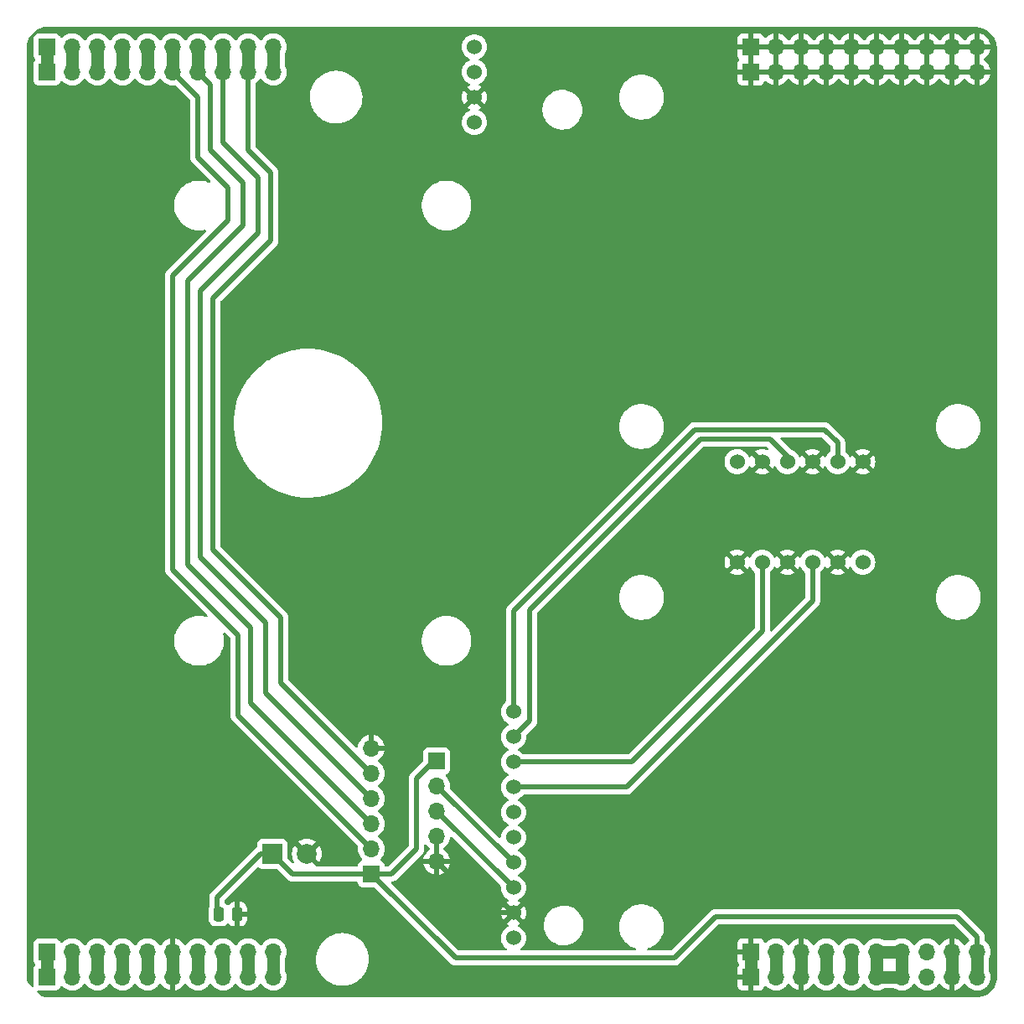
<source format=gbr>
%TF.GenerationSoftware,KiCad,Pcbnew,6.0.7-f9a2dced07~116~ubuntu20.04.1*%
%TF.CreationDate,2022-10-31T14:44:56+01:00*%
%TF.ProjectId,av_citynode_hw,61765f63-6974-4796-9e6f-64655f68772e,rev?*%
%TF.SameCoordinates,Original*%
%TF.FileFunction,Copper,L2,Bot*%
%TF.FilePolarity,Positive*%
%FSLAX46Y46*%
G04 Gerber Fmt 4.6, Leading zero omitted, Abs format (unit mm)*
G04 Created by KiCad (PCBNEW 6.0.7-f9a2dced07~116~ubuntu20.04.1) date 2022-10-31 14:44:56*
%MOMM*%
%LPD*%
G01*
G04 APERTURE LIST*
G04 Aperture macros list*
%AMRoundRect*
0 Rectangle with rounded corners*
0 $1 Rounding radius*
0 $2 $3 $4 $5 $6 $7 $8 $9 X,Y pos of 4 corners*
0 Add a 4 corners polygon primitive as box body*
4,1,4,$2,$3,$4,$5,$6,$7,$8,$9,$2,$3,0*
0 Add four circle primitives for the rounded corners*
1,1,$1+$1,$2,$3*
1,1,$1+$1,$4,$5*
1,1,$1+$1,$6,$7*
1,1,$1+$1,$8,$9*
0 Add four rect primitives between the rounded corners*
20,1,$1+$1,$2,$3,$4,$5,0*
20,1,$1+$1,$4,$5,$6,$7,0*
20,1,$1+$1,$6,$7,$8,$9,0*
20,1,$1+$1,$8,$9,$2,$3,0*%
G04 Aperture macros list end*
%TA.AperFunction,SMDPad,CuDef*%
%ADD10RoundRect,0.250000X-0.250000X-0.475000X0.250000X-0.475000X0.250000X0.475000X-0.250000X0.475000X0*%
%TD*%
%TA.AperFunction,ComponentPad*%
%ADD11C,1.524000*%
%TD*%
%TA.AperFunction,ComponentPad*%
%ADD12R,1.700000X1.700000*%
%TD*%
%TA.AperFunction,ComponentPad*%
%ADD13O,1.700000X1.700000*%
%TD*%
%TA.AperFunction,ComponentPad*%
%ADD14R,2.000000X2.000000*%
%TD*%
%TA.AperFunction,ComponentPad*%
%ADD15C,2.000000*%
%TD*%
%TA.AperFunction,Conductor*%
%ADD16C,1.270000*%
%TD*%
%TA.AperFunction,Conductor*%
%ADD17C,0.508000*%
%TD*%
G04 APERTURE END LIST*
D10*
%TO.P,C14,1*%
%TO.N,OPC-N3-5V*%
X248478000Y-137795000D03*
%TO.P,C14,2*%
%TO.N,GND3*%
X250378000Y-137795000D03*
%TD*%
D11*
%TO.P,U11,1,VCC*%
%TO.N,+3V3*%
X278265000Y-140208000D03*
%TO.P,U11,2,GND*%
%TO.N,GND3*%
X278265000Y-137668000D03*
%TO.P,U11,3,SCL*%
%TO.N,I2C_SCL*%
X278265000Y-135128000D03*
%TO.P,U11,4,SDA*%
%TO.N,I2C_SDA*%
X278265000Y-132588000D03*
%TO.P,U11,5,ADDR*%
%TO.N,unconnected-(U11-Pad5)*%
X278265000Y-130048000D03*
%TO.P,U11,6,ALERT*%
%TO.N,unconnected-(U11-Pad6)*%
X278265000Y-127508000D03*
%TO.P,U11,7,A0*%
%TO.N,Net-(AFE2-Pad4)*%
X278265000Y-124968000D03*
%TO.P,U11,8,A1*%
%TO.N,Net-(AFE2-Pad2)*%
X278265000Y-122428000D03*
%TO.P,U11,9,A2*%
%TO.N,Net-(AFE1-Pad4)*%
X278265000Y-119888000D03*
%TO.P,U11,10,A3*%
%TO.N,Net-(AFE1-Pad2)*%
X278265000Y-117348000D03*
%TD*%
%TO.P,U10,1,VCC*%
%TO.N,+3V3*%
X274320000Y-57785000D03*
%TO.P,U10,2,GND*%
%TO.N,GND3*%
X274320000Y-55245000D03*
%TO.P,U10,3,SCL*%
%TO.N,I2C_SCL*%
X274320000Y-52705000D03*
%TO.P,U10,4,SDA*%
%TO.N,I2C_SDA*%
X274320000Y-50165000D03*
%TD*%
D12*
%TO.P,J20,1,Pin_1*%
%TO.N,OPC-N3-5V*%
X263906000Y-133731000D03*
D13*
%TO.P,J20,2,Pin_2*%
%TO.N,SPI_CSK*%
X263906000Y-131191000D03*
%TO.P,J20,3,Pin_3*%
%TO.N,SPI_MISO*%
X263906000Y-128651000D03*
%TO.P,J20,4,Pin_4*%
%TO.N,SPI_MOSI*%
X263906000Y-126111000D03*
%TO.P,J20,5,Pin_5*%
%TO.N,SPI_CS*%
X263906000Y-123571000D03*
%TO.P,J20,6,Pin_6*%
%TO.N,GND3*%
X263906000Y-121031000D03*
%TD*%
D12*
%TO.P,J22,1,Pin_1*%
%TO.N,UART_RX*%
X231140000Y-50165000D03*
D13*
%TO.P,J22,2,Pin_2*%
%TO.N,UART_TX*%
X233680000Y-50165000D03*
%TO.P,J22,3,Pin_3*%
%TO.N,RESET*%
X236220000Y-50165000D03*
%TO.P,J22,4,Pin_4*%
%TO.N,ADC_AFE*%
X238760000Y-50165000D03*
%TO.P,J22,5,Pin_5*%
%TO.N,ADC_BATT*%
X241300000Y-50165000D03*
%TO.P,J22,6,Pin_6*%
%TO.N,SPI_CSK*%
X243840000Y-50165000D03*
%TO.P,J22,7,Pin_7*%
%TO.N,SPI_MISO*%
X246380000Y-50165000D03*
%TO.P,J22,8,Pin_8*%
%TO.N,SPI_MOSI*%
X248920000Y-50165000D03*
%TO.P,J22,9,Pin_9*%
%TO.N,SPI_CS*%
X251460000Y-50165000D03*
%TO.P,J22,10,Pin_10*%
%TO.N,ADC_OPC-N3*%
X254000000Y-50165000D03*
%TD*%
D12*
%TO.P,J3,1,Pin_1*%
%TO.N,GND3*%
X302260000Y-52705000D03*
D13*
%TO.P,J3,2,Pin_2*%
X304800000Y-52705000D03*
%TO.P,J3,3,Pin_3*%
X307340000Y-52705000D03*
%TO.P,J3,4,Pin_4*%
X309880000Y-52705000D03*
%TO.P,J3,5,Pin_5*%
X312420000Y-52705000D03*
%TO.P,J3,6,Pin_6*%
X314960000Y-52705000D03*
%TO.P,J3,7,Pin_7*%
X317500000Y-52705000D03*
%TO.P,J3,8,Pin_8*%
X320040000Y-52705000D03*
%TO.P,J3,9,Pin_9*%
X322580000Y-52705000D03*
%TO.P,J3,10,Pin_10*%
X325120000Y-52705000D03*
%TD*%
D12*
%TO.P,J24,1,Pin_1*%
%TO.N,I2C_SDA*%
X231140000Y-144145000D03*
D13*
%TO.P,J24,2,Pin_2*%
%TO.N,UART_TXD*%
X233680000Y-144145000D03*
%TO.P,J24,3,Pin_3*%
%TO.N,UART_RXD*%
X236220000Y-144145000D03*
%TO.P,J24,4,Pin_4*%
%TO.N,I2C_SCL*%
X238760000Y-144145000D03*
%TO.P,J24,5,Pin_5*%
%TO.N,5V_en*%
X241300000Y-144145000D03*
%TO.P,J24,6,Pin_6*%
%TO.N,GND3*%
X243840000Y-144145000D03*
%TO.P,J24,7,Pin_7*%
%TO.N,IO19*%
X246380000Y-144145000D03*
%TO.P,J24,8,Pin_8*%
%TO.N,lora2*%
X248920000Y-144145000D03*
%TO.P,J24,9,Pin_9*%
%TO.N,lora1*%
X251460000Y-144145000D03*
%TO.P,J24,10,Pin_10*%
%TO.N,IO26*%
X254000000Y-144145000D03*
%TD*%
D12*
%TO.P,J13,1,Pin_1*%
%TO.N,OPC-N3-5V*%
X270510000Y-122306000D03*
D13*
%TO.P,J13,2,Pin_2*%
%TO.N,I2C_SDA*%
X270510000Y-124846000D03*
%TO.P,J13,3,Pin_3*%
%TO.N,I2C_SCL*%
X270510000Y-127386000D03*
%TO.P,J13,4,Pin_4*%
%TO.N,GND3*%
X270510000Y-129926000D03*
%TO.P,J13,5,Pin_5*%
X270510000Y-132466000D03*
%TD*%
D11*
%TO.P,AFE1,1,-OP2*%
%TO.N,GND3*%
X313563000Y-92075000D03*
%TO.P,AFE1,2,+OP2*%
%TO.N,Net-(AFE1-Pad2)*%
X311023000Y-92075000D03*
%TO.P,AFE1,3,-OP1*%
%TO.N,GND3*%
X308483000Y-92075000D03*
%TO.P,AFE1,4,+OP1*%
%TO.N,Net-(AFE1-Pad4)*%
X305943000Y-92075000D03*
%TO.P,AFE1,5,-VIN*%
%TO.N,GND3*%
X303403000Y-92075000D03*
%TO.P,AFE1,6,+VIN*%
%TO.N,AFE-3.5V*%
X300863000Y-92075000D03*
%TD*%
%TO.P,AFE2,1,-OP2*%
%TO.N,GND3*%
X300863000Y-102235000D03*
%TO.P,AFE2,2,+OP2*%
%TO.N,Net-(AFE2-Pad2)*%
X303403000Y-102235000D03*
%TO.P,AFE2,3,-OP1*%
%TO.N,GND3*%
X305943000Y-102235000D03*
%TO.P,AFE2,4,+OP1*%
%TO.N,Net-(AFE2-Pad4)*%
X308483000Y-102235000D03*
%TO.P,AFE2,5,-VIN*%
%TO.N,GND3*%
X311023000Y-102235000D03*
%TO.P,AFE2,6,+VIN*%
%TO.N,AFE-3.5V*%
X313563000Y-102235000D03*
%TD*%
D12*
%TO.P,J15,1,Pin_1*%
%TO.N,I2C_SDA*%
X231140000Y-141605000D03*
D13*
%TO.P,J15,2,Pin_2*%
%TO.N,UART_TXD*%
X233680000Y-141605000D03*
%TO.P,J15,3,Pin_3*%
%TO.N,UART_RXD*%
X236220000Y-141605000D03*
%TO.P,J15,4,Pin_4*%
%TO.N,I2C_SCL*%
X238760000Y-141605000D03*
%TO.P,J15,5,Pin_5*%
%TO.N,5V_en*%
X241300000Y-141605000D03*
%TO.P,J15,6,Pin_6*%
%TO.N,GND3*%
X243840000Y-141605000D03*
%TO.P,J15,7,Pin_7*%
%TO.N,IO19*%
X246380000Y-141605000D03*
%TO.P,J15,8,Pin_8*%
%TO.N,lora2*%
X248920000Y-141605000D03*
%TO.P,J15,9,Pin_9*%
%TO.N,lora1*%
X251460000Y-141605000D03*
%TO.P,J15,10,Pin_10*%
%TO.N,IO26*%
X254000000Y-141605000D03*
%TD*%
D14*
%TO.P,C15,1*%
%TO.N,OPC-N3-5V*%
X253906323Y-131699000D03*
D15*
%TO.P,C15,2*%
%TO.N,GND3*%
X257406323Y-131699000D03*
%TD*%
D12*
%TO.P,J21,1,Pin_1*%
%TO.N,GND3*%
X302260000Y-50165000D03*
D13*
%TO.P,J21,2,Pin_2*%
X304800000Y-50165000D03*
%TO.P,J21,3,Pin_3*%
X307340000Y-50165000D03*
%TO.P,J21,4,Pin_4*%
X309880000Y-50165000D03*
%TO.P,J21,5,Pin_5*%
X312420000Y-50165000D03*
%TO.P,J21,6,Pin_6*%
X314960000Y-50165000D03*
%TO.P,J21,7,Pin_7*%
X317500000Y-50165000D03*
%TO.P,J21,8,Pin_8*%
X320040000Y-50165000D03*
%TO.P,J21,9,Pin_9*%
X322580000Y-50165000D03*
%TO.P,J21,10,Pin_10*%
X325120000Y-50165000D03*
%TD*%
D12*
%TO.P,J14,1,Pin_1*%
%TO.N,GND3*%
X302260000Y-141580000D03*
D13*
%TO.P,J14,2,Pin_2*%
%TO.N,+3V3*%
X304800000Y-141580000D03*
%TO.P,J14,3,Pin_3*%
%TO.N,GND3*%
X307340000Y-141580000D03*
%TO.P,J14,4,Pin_4*%
%TO.N,+5V*%
X309880000Y-141580000D03*
%TO.P,J14,5,Pin_5*%
%TO.N,AFE-3.5V*%
X312420000Y-141580000D03*
%TO.P,J14,6,Pin_6*%
%TO.N,Battery_+*%
X314960000Y-141580000D03*
%TO.P,J14,7,Pin_7*%
X317500000Y-141580000D03*
%TO.P,J14,8,Pin_8*%
%TO.N,unconnected-(J14-Pad8)*%
X320040000Y-141580000D03*
%TO.P,J14,9,Pin_9*%
%TO.N,GND3*%
X322580000Y-141580000D03*
%TO.P,J14,10,Pin_10*%
%TO.N,OPC-N3-5V*%
X325120000Y-141580000D03*
%TD*%
D12*
%TO.P,J5,1,Pin_1*%
%TO.N,UART_RX*%
X231140000Y-52705000D03*
D13*
%TO.P,J5,2,Pin_2*%
%TO.N,UART_TX*%
X233680000Y-52705000D03*
%TO.P,J5,3,Pin_3*%
%TO.N,RESET*%
X236220000Y-52705000D03*
%TO.P,J5,4,Pin_4*%
%TO.N,ADC_AFE*%
X238760000Y-52705000D03*
%TO.P,J5,5,Pin_5*%
%TO.N,ADC_BATT*%
X241300000Y-52705000D03*
%TO.P,J5,6,Pin_6*%
%TO.N,SPI_CSK*%
X243840000Y-52705000D03*
%TO.P,J5,7,Pin_7*%
%TO.N,SPI_MISO*%
X246380000Y-52705000D03*
%TO.P,J5,8,Pin_8*%
%TO.N,SPI_MOSI*%
X248920000Y-52705000D03*
%TO.P,J5,9,Pin_9*%
%TO.N,SPI_CS*%
X251460000Y-52705000D03*
%TO.P,J5,10,Pin_10*%
%TO.N,ADC_OPC-N3*%
X254000000Y-52705000D03*
%TD*%
D12*
%TO.P,J23,1,Pin_1*%
%TO.N,GND3*%
X302260000Y-144145000D03*
D13*
%TO.P,J23,2,Pin_2*%
%TO.N,+3V3*%
X304800000Y-144145000D03*
%TO.P,J23,3,Pin_3*%
%TO.N,GND3*%
X307340000Y-144145000D03*
%TO.P,J23,4,Pin_4*%
%TO.N,+5V*%
X309880000Y-144145000D03*
%TO.P,J23,5,Pin_5*%
%TO.N,AFE-3.5V*%
X312420000Y-144145000D03*
%TO.P,J23,6,Pin_6*%
%TO.N,Battery_+*%
X314960000Y-144145000D03*
%TO.P,J23,7,Pin_7*%
X317500000Y-144145000D03*
%TO.P,J23,8,Pin_8*%
%TO.N,unconnected-(J23-Pad8)*%
X320040000Y-144145000D03*
%TO.P,J23,9,Pin_9*%
%TO.N,GND3*%
X322580000Y-144145000D03*
%TO.P,J23,10,Pin_10*%
%TO.N,OPC-N3-5V*%
X325120000Y-144145000D03*
%TD*%
D16*
%TO.N,SPI_CSK*%
X243840000Y-50165000D02*
X243840000Y-52705000D01*
D17*
X250444000Y-109601000D02*
X250444000Y-117729000D01*
D16*
%TO.N,UART_TXD*%
X233680000Y-141605000D02*
X233680000Y-144145000D01*
%TO.N,lora2*%
X248920000Y-141605000D02*
X248920000Y-144145000D01*
D17*
%TO.N,SPI_CSK*%
X243840000Y-52705000D02*
X246380000Y-55245000D01*
X243840000Y-102997000D02*
X250444000Y-109601000D01*
%TO.N,I2C_SDA*%
X270523000Y-124846000D02*
X278265000Y-132588000D01*
D16*
X231140000Y-141605000D02*
X231140000Y-144145000D01*
%TO.N,RESET*%
X236220000Y-50165000D02*
X236220000Y-52705000D01*
D17*
%TO.N,SPI_CSK*%
X250444000Y-117729000D02*
X263906000Y-131191000D01*
%TO.N,SPI_MISO*%
X246380000Y-52705000D02*
X247650000Y-53975000D01*
X251714000Y-116459000D02*
X263906000Y-128651000D01*
X247650000Y-60579000D02*
X250952000Y-63881000D01*
X250952000Y-68199000D02*
X245364000Y-73787000D01*
D16*
X246380000Y-50165000D02*
X246380000Y-52705000D01*
%TO.N,ADC_OPC-N3*%
X254000000Y-50165000D02*
X254000000Y-52705000D01*
D17*
%TO.N,OPC-N3-5V*%
X268478000Y-131191000D02*
X265938000Y-133731000D01*
%TO.N,SPI_MOSI*%
X248920000Y-59817000D02*
X252476000Y-63373000D01*
D16*
%TO.N,5V_en*%
X241300000Y-141605000D02*
X241300000Y-144145000D01*
D17*
%TO.N,OPC-N3-5V*%
X268478000Y-124079000D02*
X268478000Y-131191000D01*
D16*
%TO.N,Battery_+*%
X317500000Y-141580000D02*
X317500000Y-144145000D01*
D17*
%TO.N,OPC-N3-5V*%
X255938323Y-133731000D02*
X263906000Y-133731000D01*
D16*
%TO.N,UART_RXD*%
X236220000Y-141605000D02*
X236220000Y-144145000D01*
%TO.N,+5V*%
X309880000Y-141580000D02*
X309880000Y-144145000D01*
%TO.N,IO26*%
X254000000Y-141605000D02*
X254000000Y-144145000D01*
D17*
%TO.N,SPI_CSK*%
X249428000Y-64389000D02*
X249428000Y-67691000D01*
D16*
%TO.N,SPI_MOSI*%
X248920000Y-50165000D02*
X248920000Y-52705000D01*
D17*
%TO.N,OPC-N3-5V*%
X298704000Y-138049000D02*
X294513000Y-142240000D01*
%TO.N,SPI_MISO*%
X245364000Y-102489000D02*
X251714000Y-108839000D01*
X245364000Y-73787000D02*
X245364000Y-102489000D01*
D16*
%TO.N,OPC-N3-5V*%
X325120000Y-141580000D02*
X325120000Y-144145000D01*
D17*
X253906323Y-131699000D02*
X255938323Y-133731000D01*
%TO.N,SPI_CS*%
X251460000Y-60579000D02*
X253746000Y-62865000D01*
D16*
%TO.N,ADC_BATT*%
X241300000Y-50165000D02*
X241300000Y-52705000D01*
D17*
%TO.N,SPI_CSK*%
X243840000Y-73279000D02*
X243840000Y-102997000D01*
%TO.N,I2C_SCL*%
X270523000Y-127386000D02*
X278265000Y-135128000D01*
%TO.N,OPC-N3-5V*%
X270510000Y-122306000D02*
X270251000Y-122306000D01*
D16*
%TO.N,I2C_SCL*%
X238760000Y-141605000D02*
X238760000Y-144145000D01*
D17*
%TO.N,SPI_MISO*%
X250952000Y-63881000D02*
X250952000Y-68199000D01*
%TO.N,OPC-N3-5V*%
X325120000Y-141580000D02*
X325120000Y-140081000D01*
D16*
%TO.N,Battery_+*%
X314960000Y-144145000D02*
X317500000Y-144145000D01*
%TO.N,AFE-3.5V*%
X312420000Y-141580000D02*
X312420000Y-144145000D01*
D17*
%TO.N,OPC-N3-5V*%
X325120000Y-140081000D02*
X323088000Y-138049000D01*
D16*
%TO.N,ADC_AFE*%
X238760000Y-50165000D02*
X238760000Y-52705000D01*
%TO.N,SPI_CS*%
X251460000Y-50165000D02*
X251460000Y-52705000D01*
D17*
X251460000Y-52705000D02*
X251460000Y-60579000D01*
X253746000Y-69723000D02*
X247904000Y-75565000D01*
D16*
%TO.N,UART_RX*%
X231140000Y-50165000D02*
X231140000Y-52705000D01*
D17*
%TO.N,I2C_SDA*%
X270510000Y-124846000D02*
X270523000Y-124846000D01*
D16*
%TO.N,+3V3*%
X304800000Y-141580000D02*
X304800000Y-144145000D01*
D17*
%TO.N,OPC-N3-5V*%
X248285000Y-137602000D02*
X248478000Y-137795000D01*
%TO.N,Net-(AFE1-Pad2)*%
X309689500Y-88836500D02*
X311023000Y-90170000D01*
%TO.N,GND3*%
X270510000Y-132466000D02*
X275712000Y-137668000D01*
%TO.N,SPI_CS*%
X253746000Y-62865000D02*
X253746000Y-69723000D01*
%TO.N,OPC-N3-5V*%
X265938000Y-133731000D02*
X263906000Y-133731000D01*
D16*
%TO.N,GND3*%
X243840000Y-141605000D02*
X243840000Y-144145000D01*
X322580000Y-141580000D02*
X322580000Y-144145000D01*
D17*
%TO.N,SPI_MOSI*%
X252476000Y-63373000D02*
X252476000Y-68961000D01*
X246634000Y-74803000D02*
X246634000Y-101727000D01*
X252476000Y-68961000D02*
X246634000Y-74803000D01*
%TO.N,OPC-N3-5V*%
X253906323Y-131699000D02*
X252730000Y-131699000D01*
X252730000Y-131699000D02*
X248285000Y-136144000D01*
%TO.N,SPI_MOSI*%
X246634000Y-101727000D02*
X253238000Y-108331000D01*
%TO.N,I2C_SCL*%
X270510000Y-127386000D02*
X270523000Y-127386000D01*
%TO.N,OPC-N3-5V*%
X323088000Y-138049000D02*
X298704000Y-138049000D01*
%TO.N,SPI_MOSI*%
X253238000Y-108331000D02*
X253238000Y-115443000D01*
X253238000Y-115443000D02*
X263906000Y-126111000D01*
%TO.N,OPC-N3-5V*%
X270251000Y-122306000D02*
X268478000Y-124079000D01*
%TO.N,SPI_CSK*%
X246380000Y-61341000D02*
X249428000Y-64389000D01*
%TO.N,OPC-N3-5V*%
X272415000Y-142240000D02*
X263906000Y-133731000D01*
X248285000Y-136144000D02*
X248285000Y-137602000D01*
%TO.N,SPI_MOSI*%
X248920000Y-52705000D02*
X248920000Y-59817000D01*
D16*
%TO.N,Battery_+*%
X314960000Y-141580000D02*
X314960000Y-144145000D01*
D17*
%TO.N,SPI_CS*%
X247904000Y-100965000D02*
X254762000Y-107823000D01*
%TO.N,OPC-N3-5V*%
X294513000Y-142240000D02*
X272415000Y-142240000D01*
%TO.N,SPI_CSK*%
X246380000Y-55245000D02*
X246380000Y-61341000D01*
D16*
%TO.N,UART_TX*%
X233680000Y-50165000D02*
X233680000Y-52705000D01*
D17*
%TO.N,SPI_MISO*%
X251714000Y-108839000D02*
X251714000Y-116459000D01*
X247650000Y-53975000D02*
X247650000Y-60579000D01*
D16*
%TO.N,lora1*%
X251460000Y-141605000D02*
X251460000Y-144145000D01*
D17*
%TO.N,SPI_CSK*%
X249428000Y-67691000D02*
X243840000Y-73279000D01*
D16*
%TO.N,IO19*%
X246380000Y-141605000D02*
X246380000Y-144145000D01*
D17*
%TO.N,SPI_CS*%
X254762000Y-107823000D02*
X254762000Y-114427000D01*
%TO.N,GND3*%
X275712000Y-137668000D02*
X278265000Y-137668000D01*
D16*
%TO.N,Battery_+*%
X314960000Y-141580000D02*
X317500000Y-141580000D01*
D17*
%TO.N,SPI_CS*%
X254762000Y-114427000D02*
X263906000Y-123571000D01*
X247904000Y-75565000D02*
X247904000Y-100965000D01*
D16*
%TO.N,GND3*%
X302260000Y-141580000D02*
X302260000Y-144145000D01*
X307340000Y-141580000D02*
X307340000Y-144145000D01*
D17*
%TO.N,Net-(AFE2-Pad4)*%
X289687000Y-124968000D02*
X308483000Y-106172000D01*
X308483000Y-106172000D02*
X308483000Y-102235000D01*
%TO.N,Net-(AFE2-Pad2)*%
X278265000Y-122428000D02*
X290195000Y-122428000D01*
%TO.N,Net-(AFE2-Pad4)*%
X278265000Y-124968000D02*
X289687000Y-124968000D01*
%TO.N,Net-(AFE2-Pad2)*%
X303403000Y-109220000D02*
X303403000Y-102235000D01*
%TO.N,Net-(AFE1-Pad4)*%
X305943000Y-92075000D02*
X305943000Y-91567000D01*
X305943000Y-91567000D02*
X304165000Y-89789000D01*
X304165000Y-89789000D02*
X297180000Y-89789000D01*
X279908000Y-118245000D02*
X278265000Y-119888000D01*
X279908000Y-107061000D02*
X279908000Y-118245000D01*
X297180000Y-89789000D02*
X279908000Y-107061000D01*
%TO.N,Net-(AFE2-Pad2)*%
X290195000Y-122428000D02*
X303403000Y-109220000D01*
%TO.N,Net-(AFE1-Pad2)*%
X311023000Y-90170000D02*
X311023000Y-92075000D01*
X278265000Y-117348000D02*
X278265000Y-107180000D01*
X278265000Y-107180000D02*
X296608500Y-88836500D01*
X296608500Y-88836500D02*
X309689500Y-88836500D01*
%TD*%
%TA.AperFunction,Conductor*%
%TO.N,GND3*%
G36*
X324836018Y-48135000D02*
G01*
X324850851Y-48137310D01*
X324850855Y-48137310D01*
X324859724Y-48138691D01*
X324876923Y-48136442D01*
X324900863Y-48135609D01*
X325133880Y-48149704D01*
X325148984Y-48151538D01*
X325405458Y-48198538D01*
X325420231Y-48202179D01*
X325669180Y-48279755D01*
X325683398Y-48285147D01*
X325921175Y-48392162D01*
X325934640Y-48399228D01*
X326034874Y-48459822D01*
X326052640Y-48472810D01*
X326637446Y-48984515D01*
X326653643Y-49001617D01*
X326732721Y-49102551D01*
X326742229Y-49114687D01*
X326750871Y-49127208D01*
X326789991Y-49191920D01*
X326885773Y-49350362D01*
X326892835Y-49363818D01*
X326999851Y-49601598D01*
X327005245Y-49615820D01*
X327042107Y-49734114D01*
X327082821Y-49864769D01*
X327086462Y-49879542D01*
X327133462Y-50136016D01*
X327135296Y-50151121D01*
X327148953Y-50376905D01*
X327147692Y-50403716D01*
X327147690Y-50403852D01*
X327146309Y-50412724D01*
X327147473Y-50421626D01*
X327147473Y-50421628D01*
X327148771Y-50431552D01*
X327149479Y-50436962D01*
X327150436Y-50444283D01*
X327151500Y-50460621D01*
X327151500Y-144095633D01*
X327150000Y-144115018D01*
X327147690Y-144129851D01*
X327147690Y-144129855D01*
X327146309Y-144138724D01*
X327147473Y-144147626D01*
X327147473Y-144147629D01*
X327148439Y-144155012D01*
X327149233Y-144179591D01*
X327148974Y-144183538D01*
X327134660Y-144401922D01*
X327132509Y-144418262D01*
X327088034Y-144641857D01*
X327083889Y-144662693D01*
X327079625Y-144678606D01*
X326999516Y-144914600D01*
X326993209Y-144929826D01*
X326882984Y-145153342D01*
X326874743Y-145167615D01*
X326848127Y-145207449D01*
X326832457Y-145226543D01*
X326201543Y-145857457D01*
X326182449Y-145873127D01*
X326142615Y-145899743D01*
X326128342Y-145907984D01*
X325904826Y-146018209D01*
X325889602Y-146024515D01*
X325653606Y-146104625D01*
X325637696Y-146108888D01*
X325515478Y-146133199D01*
X325393262Y-146157509D01*
X325376922Y-146159660D01*
X325228134Y-146169413D01*
X325161763Y-146173763D01*
X325138650Y-146172733D01*
X325135146Y-146172690D01*
X325126276Y-146171309D01*
X325117374Y-146172473D01*
X325117372Y-146172473D01*
X325103915Y-146174233D01*
X325094714Y-146175436D01*
X325078379Y-146176500D01*
X231189367Y-146176500D01*
X231169982Y-146175000D01*
X231155149Y-146172690D01*
X231155145Y-146172690D01*
X231146276Y-146171309D01*
X231137374Y-146172473D01*
X231137371Y-146172473D01*
X231129988Y-146173439D01*
X231105409Y-146174233D01*
X231060799Y-146171309D01*
X230883078Y-146159660D01*
X230866738Y-146157509D01*
X230744522Y-146133199D01*
X230622304Y-146108888D01*
X230606394Y-146104625D01*
X230563408Y-146090033D01*
X230514816Y-146059816D01*
X230173595Y-145718595D01*
X230139569Y-145656283D01*
X230144634Y-145585468D01*
X230187181Y-145528632D01*
X230253701Y-145503821D01*
X230262690Y-145503500D01*
X232038134Y-145503500D01*
X232100316Y-145496745D01*
X232236705Y-145445615D01*
X232353261Y-145358261D01*
X232440615Y-145241705D01*
X232462799Y-145182529D01*
X232484598Y-145124382D01*
X232527240Y-145067618D01*
X232593802Y-145042918D01*
X232663150Y-145058126D01*
X232697817Y-145086114D01*
X232726250Y-145118938D01*
X232898126Y-145261632D01*
X233091000Y-145374338D01*
X233299692Y-145454030D01*
X233304760Y-145455061D01*
X233304763Y-145455062D01*
X233399862Y-145474410D01*
X233518597Y-145498567D01*
X233523772Y-145498757D01*
X233523774Y-145498757D01*
X233736673Y-145506564D01*
X233736677Y-145506564D01*
X233741837Y-145506753D01*
X233746957Y-145506097D01*
X233746959Y-145506097D01*
X233958288Y-145479025D01*
X233958289Y-145479025D01*
X233963416Y-145478368D01*
X233968366Y-145476883D01*
X234172429Y-145415661D01*
X234172434Y-145415659D01*
X234177384Y-145414174D01*
X234377994Y-145315896D01*
X234559860Y-145186173D01*
X234609282Y-145136924D01*
X234655937Y-145090431D01*
X234718096Y-145028489D01*
X234731385Y-145009996D01*
X234848453Y-144847077D01*
X234849776Y-144848028D01*
X234896645Y-144804857D01*
X234966580Y-144792625D01*
X235032026Y-144820144D01*
X235059875Y-144851994D01*
X235119987Y-144950088D01*
X235266250Y-145118938D01*
X235438126Y-145261632D01*
X235631000Y-145374338D01*
X235839692Y-145454030D01*
X235844760Y-145455061D01*
X235844763Y-145455062D01*
X235939862Y-145474410D01*
X236058597Y-145498567D01*
X236063772Y-145498757D01*
X236063774Y-145498757D01*
X236276673Y-145506564D01*
X236276677Y-145506564D01*
X236281837Y-145506753D01*
X236286957Y-145506097D01*
X236286959Y-145506097D01*
X236498288Y-145479025D01*
X236498289Y-145479025D01*
X236503416Y-145478368D01*
X236508366Y-145476883D01*
X236712429Y-145415661D01*
X236712434Y-145415659D01*
X236717384Y-145414174D01*
X236917994Y-145315896D01*
X237099860Y-145186173D01*
X237149282Y-145136924D01*
X237195937Y-145090431D01*
X237258096Y-145028489D01*
X237271385Y-145009996D01*
X237388453Y-144847077D01*
X237389776Y-144848028D01*
X237436645Y-144804857D01*
X237506580Y-144792625D01*
X237572026Y-144820144D01*
X237599875Y-144851994D01*
X237659987Y-144950088D01*
X237806250Y-145118938D01*
X237978126Y-145261632D01*
X238171000Y-145374338D01*
X238379692Y-145454030D01*
X238384760Y-145455061D01*
X238384763Y-145455062D01*
X238479862Y-145474410D01*
X238598597Y-145498567D01*
X238603772Y-145498757D01*
X238603774Y-145498757D01*
X238816673Y-145506564D01*
X238816677Y-145506564D01*
X238821837Y-145506753D01*
X238826957Y-145506097D01*
X238826959Y-145506097D01*
X239038288Y-145479025D01*
X239038289Y-145479025D01*
X239043416Y-145478368D01*
X239048366Y-145476883D01*
X239252429Y-145415661D01*
X239252434Y-145415659D01*
X239257384Y-145414174D01*
X239457994Y-145315896D01*
X239639860Y-145186173D01*
X239689282Y-145136924D01*
X239735937Y-145090431D01*
X239798096Y-145028489D01*
X239811385Y-145009996D01*
X239928453Y-144847077D01*
X239929776Y-144848028D01*
X239976645Y-144804857D01*
X240046580Y-144792625D01*
X240112026Y-144820144D01*
X240139875Y-144851994D01*
X240199987Y-144950088D01*
X240346250Y-145118938D01*
X240518126Y-145261632D01*
X240711000Y-145374338D01*
X240919692Y-145454030D01*
X240924760Y-145455061D01*
X240924763Y-145455062D01*
X241019862Y-145474410D01*
X241138597Y-145498567D01*
X241143772Y-145498757D01*
X241143774Y-145498757D01*
X241356673Y-145506564D01*
X241356677Y-145506564D01*
X241361837Y-145506753D01*
X241366957Y-145506097D01*
X241366959Y-145506097D01*
X241578288Y-145479025D01*
X241578289Y-145479025D01*
X241583416Y-145478368D01*
X241588366Y-145476883D01*
X241792429Y-145415661D01*
X241792434Y-145415659D01*
X241797384Y-145414174D01*
X241997994Y-145315896D01*
X242179860Y-145186173D01*
X242229282Y-145136924D01*
X242275937Y-145090431D01*
X242338096Y-145028489D01*
X242351385Y-145009996D01*
X242468453Y-144847077D01*
X242469640Y-144847930D01*
X242516960Y-144804362D01*
X242586897Y-144792145D01*
X242652338Y-144819678D01*
X242680166Y-144851511D01*
X242737694Y-144945388D01*
X242743777Y-144953699D01*
X242883213Y-145114667D01*
X242890580Y-145121883D01*
X243054434Y-145257916D01*
X243062881Y-145263831D01*
X243246756Y-145371279D01*
X243256042Y-145375729D01*
X243455001Y-145451703D01*
X243464899Y-145454579D01*
X243568250Y-145475606D01*
X243582299Y-145474410D01*
X243586000Y-145464065D01*
X243586000Y-145463517D01*
X244094000Y-145463517D01*
X244098064Y-145477359D01*
X244111478Y-145479393D01*
X244118184Y-145478534D01*
X244128262Y-145476392D01*
X244332255Y-145415191D01*
X244341842Y-145411433D01*
X244533095Y-145317739D01*
X244541945Y-145312464D01*
X244715328Y-145188792D01*
X244723200Y-145182139D01*
X244874052Y-145031812D01*
X244880730Y-145023965D01*
X245008022Y-144846819D01*
X245009279Y-144847722D01*
X245056373Y-144804362D01*
X245126311Y-144792145D01*
X245191751Y-144819678D01*
X245219579Y-144851511D01*
X245279987Y-144950088D01*
X245426250Y-145118938D01*
X245598126Y-145261632D01*
X245791000Y-145374338D01*
X245999692Y-145454030D01*
X246004760Y-145455061D01*
X246004763Y-145455062D01*
X246099862Y-145474410D01*
X246218597Y-145498567D01*
X246223772Y-145498757D01*
X246223774Y-145498757D01*
X246436673Y-145506564D01*
X246436677Y-145506564D01*
X246441837Y-145506753D01*
X246446957Y-145506097D01*
X246446959Y-145506097D01*
X246658288Y-145479025D01*
X246658289Y-145479025D01*
X246663416Y-145478368D01*
X246668366Y-145476883D01*
X246872429Y-145415661D01*
X246872434Y-145415659D01*
X246877384Y-145414174D01*
X247077994Y-145315896D01*
X247259860Y-145186173D01*
X247309282Y-145136924D01*
X247355937Y-145090431D01*
X247418096Y-145028489D01*
X247431385Y-145009996D01*
X247548453Y-144847077D01*
X247549776Y-144848028D01*
X247596645Y-144804857D01*
X247666580Y-144792625D01*
X247732026Y-144820144D01*
X247759875Y-144851994D01*
X247819987Y-144950088D01*
X247966250Y-145118938D01*
X248138126Y-145261632D01*
X248331000Y-145374338D01*
X248539692Y-145454030D01*
X248544760Y-145455061D01*
X248544763Y-145455062D01*
X248639862Y-145474410D01*
X248758597Y-145498567D01*
X248763772Y-145498757D01*
X248763774Y-145498757D01*
X248976673Y-145506564D01*
X248976677Y-145506564D01*
X248981837Y-145506753D01*
X248986957Y-145506097D01*
X248986959Y-145506097D01*
X249198288Y-145479025D01*
X249198289Y-145479025D01*
X249203416Y-145478368D01*
X249208366Y-145476883D01*
X249412429Y-145415661D01*
X249412434Y-145415659D01*
X249417384Y-145414174D01*
X249617994Y-145315896D01*
X249799860Y-145186173D01*
X249849282Y-145136924D01*
X249895937Y-145090431D01*
X249958096Y-145028489D01*
X249971385Y-145009996D01*
X250088453Y-144847077D01*
X250089776Y-144848028D01*
X250136645Y-144804857D01*
X250206580Y-144792625D01*
X250272026Y-144820144D01*
X250299875Y-144851994D01*
X250359987Y-144950088D01*
X250506250Y-145118938D01*
X250678126Y-145261632D01*
X250871000Y-145374338D01*
X251079692Y-145454030D01*
X251084760Y-145455061D01*
X251084763Y-145455062D01*
X251179862Y-145474410D01*
X251298597Y-145498567D01*
X251303772Y-145498757D01*
X251303774Y-145498757D01*
X251516673Y-145506564D01*
X251516677Y-145506564D01*
X251521837Y-145506753D01*
X251526957Y-145506097D01*
X251526959Y-145506097D01*
X251738288Y-145479025D01*
X251738289Y-145479025D01*
X251743416Y-145478368D01*
X251748366Y-145476883D01*
X251952429Y-145415661D01*
X251952434Y-145415659D01*
X251957384Y-145414174D01*
X252157994Y-145315896D01*
X252339860Y-145186173D01*
X252389282Y-145136924D01*
X252435937Y-145090431D01*
X252498096Y-145028489D01*
X252511385Y-145009996D01*
X252628453Y-144847077D01*
X252629776Y-144848028D01*
X252676645Y-144804857D01*
X252746580Y-144792625D01*
X252812026Y-144820144D01*
X252839875Y-144851994D01*
X252899987Y-144950088D01*
X253046250Y-145118938D01*
X253218126Y-145261632D01*
X253411000Y-145374338D01*
X253619692Y-145454030D01*
X253624760Y-145455061D01*
X253624763Y-145455062D01*
X253719862Y-145474410D01*
X253838597Y-145498567D01*
X253843772Y-145498757D01*
X253843774Y-145498757D01*
X254056673Y-145506564D01*
X254056677Y-145506564D01*
X254061837Y-145506753D01*
X254066957Y-145506097D01*
X254066959Y-145506097D01*
X254278288Y-145479025D01*
X254278289Y-145479025D01*
X254283416Y-145478368D01*
X254288366Y-145476883D01*
X254492429Y-145415661D01*
X254492434Y-145415659D01*
X254497384Y-145414174D01*
X254697994Y-145315896D01*
X254879860Y-145186173D01*
X254929282Y-145136924D01*
X254975937Y-145090431D01*
X255026877Y-145039669D01*
X300902001Y-145039669D01*
X300902371Y-145046490D01*
X300907895Y-145097352D01*
X300911521Y-145112604D01*
X300956676Y-145233054D01*
X300965214Y-145248649D01*
X301041715Y-145350724D01*
X301054276Y-145363285D01*
X301156351Y-145439786D01*
X301171946Y-145448324D01*
X301292394Y-145493478D01*
X301307649Y-145497105D01*
X301358514Y-145502631D01*
X301365328Y-145503000D01*
X301987885Y-145503000D01*
X302003124Y-145498525D01*
X302004329Y-145497135D01*
X302006000Y-145489452D01*
X302006000Y-145484884D01*
X302514000Y-145484884D01*
X302518475Y-145500123D01*
X302519865Y-145501328D01*
X302527548Y-145502999D01*
X303154669Y-145502999D01*
X303161490Y-145502629D01*
X303212352Y-145497105D01*
X303227604Y-145493479D01*
X303348054Y-145448324D01*
X303363649Y-145439786D01*
X303465724Y-145363285D01*
X303478285Y-145350724D01*
X303554786Y-145248649D01*
X303563324Y-145233054D01*
X303604225Y-145123952D01*
X303646867Y-145067188D01*
X303713428Y-145042488D01*
X303782777Y-145057696D01*
X303817444Y-145085684D01*
X303842865Y-145115031D01*
X303842869Y-145115035D01*
X303846250Y-145118938D01*
X304018126Y-145261632D01*
X304211000Y-145374338D01*
X304419692Y-145454030D01*
X304424760Y-145455061D01*
X304424763Y-145455062D01*
X304519862Y-145474410D01*
X304638597Y-145498567D01*
X304643772Y-145498757D01*
X304643774Y-145498757D01*
X304856673Y-145506564D01*
X304856677Y-145506564D01*
X304861837Y-145506753D01*
X304866957Y-145506097D01*
X304866959Y-145506097D01*
X305078288Y-145479025D01*
X305078289Y-145479025D01*
X305083416Y-145478368D01*
X305088366Y-145476883D01*
X305292429Y-145415661D01*
X305292434Y-145415659D01*
X305297384Y-145414174D01*
X305497994Y-145315896D01*
X305679860Y-145186173D01*
X305729282Y-145136924D01*
X305775937Y-145090431D01*
X305838096Y-145028489D01*
X305851385Y-145009996D01*
X305968453Y-144847077D01*
X305969640Y-144847930D01*
X306016960Y-144804362D01*
X306086897Y-144792145D01*
X306152338Y-144819678D01*
X306180166Y-144851511D01*
X306237694Y-144945388D01*
X306243777Y-144953699D01*
X306383213Y-145114667D01*
X306390580Y-145121883D01*
X306554434Y-145257916D01*
X306562881Y-145263831D01*
X306746756Y-145371279D01*
X306756042Y-145375729D01*
X306955001Y-145451703D01*
X306964899Y-145454579D01*
X307068250Y-145475606D01*
X307082299Y-145474410D01*
X307086000Y-145464065D01*
X307086000Y-145463517D01*
X307594000Y-145463517D01*
X307598064Y-145477359D01*
X307611478Y-145479393D01*
X307618184Y-145478534D01*
X307628262Y-145476392D01*
X307832255Y-145415191D01*
X307841842Y-145411433D01*
X308033095Y-145317739D01*
X308041945Y-145312464D01*
X308215328Y-145188792D01*
X308223200Y-145182139D01*
X308374052Y-145031812D01*
X308380730Y-145023965D01*
X308508022Y-144846819D01*
X308509279Y-144847722D01*
X308556373Y-144804362D01*
X308626311Y-144792145D01*
X308691751Y-144819678D01*
X308719579Y-144851511D01*
X308779987Y-144950088D01*
X308926250Y-145118938D01*
X309098126Y-145261632D01*
X309291000Y-145374338D01*
X309499692Y-145454030D01*
X309504760Y-145455061D01*
X309504763Y-145455062D01*
X309599862Y-145474410D01*
X309718597Y-145498567D01*
X309723772Y-145498757D01*
X309723774Y-145498757D01*
X309936673Y-145506564D01*
X309936677Y-145506564D01*
X309941837Y-145506753D01*
X309946957Y-145506097D01*
X309946959Y-145506097D01*
X310158288Y-145479025D01*
X310158289Y-145479025D01*
X310163416Y-145478368D01*
X310168366Y-145476883D01*
X310372429Y-145415661D01*
X310372434Y-145415659D01*
X310377384Y-145414174D01*
X310577994Y-145315896D01*
X310759860Y-145186173D01*
X310809282Y-145136924D01*
X310855937Y-145090431D01*
X310918096Y-145028489D01*
X310931385Y-145009996D01*
X311048453Y-144847077D01*
X311049776Y-144848028D01*
X311096645Y-144804857D01*
X311166580Y-144792625D01*
X311232026Y-144820144D01*
X311259875Y-144851994D01*
X311319987Y-144950088D01*
X311466250Y-145118938D01*
X311638126Y-145261632D01*
X311831000Y-145374338D01*
X312039692Y-145454030D01*
X312044760Y-145455061D01*
X312044763Y-145455062D01*
X312139862Y-145474410D01*
X312258597Y-145498567D01*
X312263772Y-145498757D01*
X312263774Y-145498757D01*
X312476673Y-145506564D01*
X312476677Y-145506564D01*
X312481837Y-145506753D01*
X312486957Y-145506097D01*
X312486959Y-145506097D01*
X312698288Y-145479025D01*
X312698289Y-145479025D01*
X312703416Y-145478368D01*
X312708366Y-145476883D01*
X312912429Y-145415661D01*
X312912434Y-145415659D01*
X312917384Y-145414174D01*
X313117994Y-145315896D01*
X313299860Y-145186173D01*
X313349282Y-145136924D01*
X313395937Y-145090431D01*
X313458096Y-145028489D01*
X313471385Y-145009996D01*
X313588453Y-144847077D01*
X313589776Y-144848028D01*
X313636645Y-144804857D01*
X313706580Y-144792625D01*
X313772026Y-144820144D01*
X313799875Y-144851994D01*
X313859987Y-144950088D01*
X314006250Y-145118938D01*
X314178126Y-145261632D01*
X314371000Y-145374338D01*
X314579692Y-145454030D01*
X314584760Y-145455061D01*
X314584763Y-145455062D01*
X314679862Y-145474410D01*
X314798597Y-145498567D01*
X314803772Y-145498757D01*
X314803774Y-145498757D01*
X315016673Y-145506564D01*
X315016677Y-145506564D01*
X315021837Y-145506753D01*
X315026957Y-145506097D01*
X315026959Y-145506097D01*
X315238288Y-145479025D01*
X315238289Y-145479025D01*
X315243416Y-145478368D01*
X315248366Y-145476883D01*
X315452429Y-145415661D01*
X315452434Y-145415659D01*
X315457384Y-145414174D01*
X315657994Y-145315896D01*
X315662205Y-145312893D01*
X315662209Y-145312890D01*
X315663569Y-145311920D01*
X315664146Y-145311735D01*
X315666648Y-145310244D01*
X315666994Y-145310824D01*
X315736735Y-145288500D01*
X316729990Y-145288500D01*
X316793560Y-145305712D01*
X316911000Y-145374338D01*
X317119692Y-145454030D01*
X317124760Y-145455061D01*
X317124763Y-145455062D01*
X317219862Y-145474410D01*
X317338597Y-145498567D01*
X317343772Y-145498757D01*
X317343774Y-145498757D01*
X317556673Y-145506564D01*
X317556677Y-145506564D01*
X317561837Y-145506753D01*
X317566957Y-145506097D01*
X317566959Y-145506097D01*
X317778288Y-145479025D01*
X317778289Y-145479025D01*
X317783416Y-145478368D01*
X317788366Y-145476883D01*
X317992429Y-145415661D01*
X317992434Y-145415659D01*
X317997384Y-145414174D01*
X318197994Y-145315896D01*
X318379860Y-145186173D01*
X318429282Y-145136924D01*
X318475937Y-145090431D01*
X318538096Y-145028489D01*
X318551385Y-145009996D01*
X318668453Y-144847077D01*
X318669776Y-144848028D01*
X318716645Y-144804857D01*
X318786580Y-144792625D01*
X318852026Y-144820144D01*
X318879875Y-144851994D01*
X318939987Y-144950088D01*
X319086250Y-145118938D01*
X319258126Y-145261632D01*
X319451000Y-145374338D01*
X319659692Y-145454030D01*
X319664760Y-145455061D01*
X319664763Y-145455062D01*
X319759862Y-145474410D01*
X319878597Y-145498567D01*
X319883772Y-145498757D01*
X319883774Y-145498757D01*
X320096673Y-145506564D01*
X320096677Y-145506564D01*
X320101837Y-145506753D01*
X320106957Y-145506097D01*
X320106959Y-145506097D01*
X320318288Y-145479025D01*
X320318289Y-145479025D01*
X320323416Y-145478368D01*
X320328366Y-145476883D01*
X320532429Y-145415661D01*
X320532434Y-145415659D01*
X320537384Y-145414174D01*
X320737994Y-145315896D01*
X320919860Y-145186173D01*
X320969282Y-145136924D01*
X321015937Y-145090431D01*
X321078096Y-145028489D01*
X321091385Y-145009996D01*
X321208453Y-144847077D01*
X321209640Y-144847930D01*
X321256960Y-144804362D01*
X321326897Y-144792145D01*
X321392338Y-144819678D01*
X321420166Y-144851511D01*
X321477694Y-144945388D01*
X321483777Y-144953699D01*
X321623213Y-145114667D01*
X321630580Y-145121883D01*
X321794434Y-145257916D01*
X321802881Y-145263831D01*
X321986756Y-145371279D01*
X321996042Y-145375729D01*
X322195001Y-145451703D01*
X322204899Y-145454579D01*
X322308250Y-145475606D01*
X322322299Y-145474410D01*
X322326000Y-145464065D01*
X322326000Y-140263102D01*
X322322082Y-140249758D01*
X322307806Y-140247771D01*
X322269324Y-140253660D01*
X322259288Y-140256051D01*
X322056868Y-140322212D01*
X322047359Y-140326209D01*
X321858463Y-140424542D01*
X321849738Y-140430036D01*
X321679433Y-140557905D01*
X321671726Y-140564748D01*
X321524590Y-140718717D01*
X321518109Y-140726722D01*
X321413498Y-140880074D01*
X321358587Y-140925076D01*
X321288062Y-140933247D01*
X321224315Y-140901993D01*
X321203618Y-140877509D01*
X321122822Y-140752617D01*
X321122820Y-140752614D01*
X321120014Y-140748277D01*
X320969670Y-140583051D01*
X320965619Y-140579852D01*
X320965615Y-140579848D01*
X320798414Y-140447800D01*
X320798410Y-140447798D01*
X320794359Y-140444598D01*
X320779690Y-140436500D01*
X320711611Y-140398919D01*
X320598789Y-140336638D01*
X320593920Y-140334914D01*
X320593916Y-140334912D01*
X320393087Y-140263795D01*
X320393083Y-140263794D01*
X320388212Y-140262069D01*
X320383119Y-140261162D01*
X320383116Y-140261161D01*
X320173373Y-140223800D01*
X320173367Y-140223799D01*
X320168284Y-140222894D01*
X320094452Y-140221992D01*
X319950081Y-140220228D01*
X319950079Y-140220228D01*
X319944911Y-140220165D01*
X319724091Y-140253955D01*
X319511756Y-140323357D01*
X319466819Y-140346750D01*
X319318237Y-140424097D01*
X319313607Y-140426507D01*
X319309474Y-140429610D01*
X319309471Y-140429612D01*
X319139100Y-140557530D01*
X319134965Y-140560635D01*
X319109897Y-140586867D01*
X318990309Y-140712009D01*
X318980629Y-140722138D01*
X318873201Y-140879621D01*
X318818293Y-140924621D01*
X318747768Y-140932792D01*
X318684021Y-140901538D01*
X318663324Y-140877054D01*
X318582822Y-140752617D01*
X318582820Y-140752614D01*
X318580014Y-140748277D01*
X318429670Y-140583051D01*
X318425619Y-140579852D01*
X318425615Y-140579848D01*
X318258414Y-140447800D01*
X318258410Y-140447798D01*
X318254359Y-140444598D01*
X318239690Y-140436500D01*
X318171611Y-140398919D01*
X318058789Y-140336638D01*
X318053920Y-140334914D01*
X318053916Y-140334912D01*
X317853087Y-140263795D01*
X317853083Y-140263794D01*
X317848212Y-140262069D01*
X317843119Y-140261162D01*
X317843116Y-140261161D01*
X317633373Y-140223800D01*
X317633367Y-140223799D01*
X317628284Y-140222894D01*
X317554452Y-140221992D01*
X317410081Y-140220228D01*
X317410079Y-140220228D01*
X317404911Y-140220165D01*
X317184091Y-140253955D01*
X316971756Y-140323357D01*
X316850733Y-140386358D01*
X316781760Y-140422263D01*
X316723580Y-140436500D01*
X315732159Y-140436500D01*
X315671266Y-140420809D01*
X315523318Y-140339138D01*
X315523317Y-140339137D01*
X315518789Y-140336638D01*
X315513920Y-140334914D01*
X315513916Y-140334912D01*
X315313087Y-140263795D01*
X315313083Y-140263794D01*
X315308212Y-140262069D01*
X315303119Y-140261162D01*
X315303116Y-140261161D01*
X315093373Y-140223800D01*
X315093367Y-140223799D01*
X315088284Y-140222894D01*
X315014452Y-140221992D01*
X314870081Y-140220228D01*
X314870079Y-140220228D01*
X314864911Y-140220165D01*
X314644091Y-140253955D01*
X314431756Y-140323357D01*
X314386819Y-140346750D01*
X314238237Y-140424097D01*
X314233607Y-140426507D01*
X314229474Y-140429610D01*
X314229471Y-140429612D01*
X314059100Y-140557530D01*
X314054965Y-140560635D01*
X314029897Y-140586867D01*
X313910309Y-140712009D01*
X313900629Y-140722138D01*
X313793201Y-140879621D01*
X313738293Y-140924621D01*
X313667768Y-140932792D01*
X313604021Y-140901538D01*
X313583324Y-140877054D01*
X313502822Y-140752617D01*
X313502820Y-140752614D01*
X313500014Y-140748277D01*
X313349670Y-140583051D01*
X313345619Y-140579852D01*
X313345615Y-140579848D01*
X313178414Y-140447800D01*
X313178410Y-140447798D01*
X313174359Y-140444598D01*
X313159690Y-140436500D01*
X313091611Y-140398919D01*
X312978789Y-140336638D01*
X312973920Y-140334914D01*
X312973916Y-140334912D01*
X312773087Y-140263795D01*
X312773083Y-140263794D01*
X312768212Y-140262069D01*
X312763119Y-140261162D01*
X312763116Y-140261161D01*
X312553373Y-140223800D01*
X312553367Y-140223799D01*
X312548284Y-140222894D01*
X312474452Y-140221992D01*
X312330081Y-140220228D01*
X312330079Y-140220228D01*
X312324911Y-140220165D01*
X312104091Y-140253955D01*
X311891756Y-140323357D01*
X311846819Y-140346750D01*
X311698237Y-140424097D01*
X311693607Y-140426507D01*
X311689474Y-140429610D01*
X311689471Y-140429612D01*
X311519100Y-140557530D01*
X311514965Y-140560635D01*
X311489897Y-140586867D01*
X311370309Y-140712009D01*
X311360629Y-140722138D01*
X311253201Y-140879621D01*
X311198293Y-140924621D01*
X311127768Y-140932792D01*
X311064021Y-140901538D01*
X311043324Y-140877054D01*
X310962822Y-140752617D01*
X310962820Y-140752614D01*
X310960014Y-140748277D01*
X310809670Y-140583051D01*
X310805619Y-140579852D01*
X310805615Y-140579848D01*
X310638414Y-140447800D01*
X310638410Y-140447798D01*
X310634359Y-140444598D01*
X310619690Y-140436500D01*
X310551611Y-140398919D01*
X310438789Y-140336638D01*
X310433920Y-140334914D01*
X310433916Y-140334912D01*
X310233087Y-140263795D01*
X310233083Y-140263794D01*
X310228212Y-140262069D01*
X310223119Y-140261162D01*
X310223116Y-140261161D01*
X310013373Y-140223800D01*
X310013367Y-140223799D01*
X310008284Y-140222894D01*
X309934452Y-140221992D01*
X309790081Y-140220228D01*
X309790079Y-140220228D01*
X309784911Y-140220165D01*
X309564091Y-140253955D01*
X309351756Y-140323357D01*
X309306819Y-140346750D01*
X309158237Y-140424097D01*
X309153607Y-140426507D01*
X309149474Y-140429610D01*
X309149471Y-140429612D01*
X308979100Y-140557530D01*
X308974965Y-140560635D01*
X308949897Y-140586867D01*
X308830309Y-140712009D01*
X308820629Y-140722138D01*
X308817720Y-140726403D01*
X308817714Y-140726411D01*
X308785744Y-140773277D01*
X308713204Y-140879618D01*
X308712898Y-140880066D01*
X308657987Y-140925069D01*
X308587462Y-140933240D01*
X308523715Y-140901986D01*
X308503018Y-140877502D01*
X308422426Y-140752926D01*
X308416136Y-140744757D01*
X308272806Y-140587240D01*
X308265273Y-140580215D01*
X308098139Y-140448222D01*
X308089552Y-140442517D01*
X307903117Y-140339599D01*
X307893705Y-140335369D01*
X307692959Y-140264280D01*
X307682988Y-140261646D01*
X307611837Y-140248972D01*
X307598540Y-140250432D01*
X307594000Y-140264989D01*
X307594000Y-145463517D01*
X307086000Y-145463517D01*
X307086000Y-140263102D01*
X307082082Y-140249758D01*
X307067806Y-140247771D01*
X307029324Y-140253660D01*
X307019288Y-140256051D01*
X306816868Y-140322212D01*
X306807359Y-140326209D01*
X306618463Y-140424542D01*
X306609738Y-140430036D01*
X306439433Y-140557905D01*
X306431726Y-140564748D01*
X306284590Y-140718717D01*
X306278109Y-140726722D01*
X306173498Y-140880074D01*
X306118587Y-140925076D01*
X306048062Y-140933247D01*
X305984315Y-140901993D01*
X305963618Y-140877509D01*
X305882822Y-140752617D01*
X305882820Y-140752614D01*
X305880014Y-140748277D01*
X305729670Y-140583051D01*
X305725619Y-140579852D01*
X305725615Y-140579848D01*
X305558414Y-140447800D01*
X305558410Y-140447798D01*
X305554359Y-140444598D01*
X305539690Y-140436500D01*
X305471611Y-140398919D01*
X305358789Y-140336638D01*
X305353920Y-140334914D01*
X305353916Y-140334912D01*
X305153087Y-140263795D01*
X305153083Y-140263794D01*
X305148212Y-140262069D01*
X305143119Y-140261162D01*
X305143116Y-140261161D01*
X304933373Y-140223800D01*
X304933367Y-140223799D01*
X304928284Y-140222894D01*
X304854452Y-140221992D01*
X304710081Y-140220228D01*
X304710079Y-140220228D01*
X304704911Y-140220165D01*
X304484091Y-140253955D01*
X304271756Y-140323357D01*
X304226819Y-140346750D01*
X304078237Y-140424097D01*
X304073607Y-140426507D01*
X304069474Y-140429610D01*
X304069471Y-140429612D01*
X303899100Y-140557530D01*
X303894965Y-140560635D01*
X303891393Y-140564373D01*
X303813898Y-140645466D01*
X303752374Y-140680895D01*
X303681462Y-140677438D01*
X303623676Y-140636192D01*
X303604823Y-140602644D01*
X303563324Y-140491946D01*
X303554786Y-140476351D01*
X303478285Y-140374276D01*
X303465724Y-140361715D01*
X303363649Y-140285214D01*
X303348054Y-140276676D01*
X303227606Y-140231522D01*
X303212351Y-140227895D01*
X303161486Y-140222369D01*
X303154672Y-140222000D01*
X302532115Y-140222000D01*
X302516876Y-140226475D01*
X302515671Y-140227865D01*
X302514000Y-140235548D01*
X302514000Y-145484884D01*
X302006000Y-145484884D01*
X302006000Y-144417115D01*
X302001525Y-144401876D01*
X302000135Y-144400671D01*
X301992452Y-144399000D01*
X300920116Y-144399000D01*
X300904877Y-144403475D01*
X300903672Y-144404865D01*
X300902001Y-144412548D01*
X300902001Y-145039669D01*
X255026877Y-145039669D01*
X255038096Y-145028489D01*
X255051385Y-145009996D01*
X255165435Y-144851277D01*
X255168453Y-144847077D01*
X255181995Y-144819678D01*
X255265136Y-144651453D01*
X255265137Y-144651451D01*
X255267430Y-144646811D01*
X255299900Y-144539940D01*
X255330865Y-144438023D01*
X255330865Y-144438021D01*
X255332370Y-144433069D01*
X255361529Y-144211590D01*
X255362150Y-144186182D01*
X255363074Y-144148365D01*
X255363074Y-144148361D01*
X255363156Y-144145000D01*
X255344852Y-143922361D01*
X255290431Y-143705702D01*
X255201354Y-143500840D01*
X255163708Y-143442648D01*
X255143500Y-143374208D01*
X255143500Y-142413485D01*
X258321854Y-142413485D01*
X258328641Y-142499717D01*
X258346885Y-142731528D01*
X258347370Y-142737695D01*
X258348137Y-142741465D01*
X258349445Y-142747892D01*
X258412206Y-143056378D01*
X258515398Y-143364784D01*
X258655405Y-143658316D01*
X258830141Y-143932597D01*
X258832584Y-143935560D01*
X258832585Y-143935562D01*
X259030577Y-144175745D01*
X259037001Y-144183538D01*
X259272902Y-144407399D01*
X259534326Y-144600843D01*
X259657959Y-144670791D01*
X259814019Y-144759086D01*
X259814023Y-144759088D01*
X259817376Y-144760985D01*
X260117832Y-144885438D01*
X260221288Y-144914129D01*
X260427500Y-144971317D01*
X260427508Y-144971319D01*
X260431216Y-144972347D01*
X260752856Y-145020416D01*
X260756154Y-145020560D01*
X260867918Y-145025440D01*
X260867922Y-145025440D01*
X260869294Y-145025500D01*
X261067598Y-145025500D01*
X261309605Y-145010698D01*
X261313388Y-145009997D01*
X261313395Y-145009996D01*
X261513459Y-144972916D01*
X261629372Y-144951433D01*
X261838682Y-144885438D01*
X261935860Y-144854798D01*
X261935863Y-144854797D01*
X261939532Y-144853640D01*
X261943029Y-144852046D01*
X261943035Y-144852044D01*
X262231954Y-144720376D01*
X262231958Y-144720374D01*
X262235462Y-144718777D01*
X262360984Y-144641857D01*
X262509473Y-144550863D01*
X262509476Y-144550861D01*
X262512751Y-144548854D01*
X262515755Y-144546464D01*
X262515760Y-144546461D01*
X262640008Y-144447629D01*
X262767264Y-144346405D01*
X262769958Y-144343664D01*
X262769962Y-144343660D01*
X262992513Y-144117190D01*
X262992517Y-144117185D01*
X262995208Y-144114447D01*
X263146452Y-143917342D01*
X263180566Y-143872885D01*
X300902000Y-143872885D01*
X300906475Y-143888124D01*
X300907865Y-143889329D01*
X300915548Y-143891000D01*
X301987885Y-143891000D01*
X302003124Y-143886525D01*
X302004329Y-143885135D01*
X302006000Y-143877452D01*
X302006000Y-141852115D01*
X302001525Y-141836876D01*
X302000135Y-141835671D01*
X301992452Y-141834000D01*
X300920116Y-141834000D01*
X300904877Y-141838475D01*
X300903672Y-141839865D01*
X300902001Y-141847548D01*
X300902001Y-142474669D01*
X300902371Y-142481490D01*
X300907895Y-142532352D01*
X300911521Y-142547604D01*
X300956676Y-142668054D01*
X300965214Y-142683648D01*
X301042623Y-142786935D01*
X301067471Y-142853441D01*
X301052418Y-142922824D01*
X301042623Y-142938065D01*
X300965214Y-143041352D01*
X300956676Y-143056946D01*
X300911522Y-143177394D01*
X300907895Y-143192649D01*
X300902369Y-143243514D01*
X300902000Y-143250328D01*
X300902000Y-143872885D01*
X263180566Y-143872885D01*
X263190835Y-143859502D01*
X263190837Y-143859498D01*
X263193185Y-143856439D01*
X263358242Y-143576227D01*
X263487920Y-143277988D01*
X263496114Y-143250328D01*
X263552483Y-143060027D01*
X263580285Y-142966169D01*
X263633961Y-142645417D01*
X263648146Y-142320515D01*
X263630215Y-142092680D01*
X263622932Y-142000140D01*
X263622932Y-142000137D01*
X263622630Y-141996305D01*
X263557794Y-141677622D01*
X263454602Y-141369216D01*
X263448948Y-141357361D01*
X263355431Y-141161299D01*
X263314595Y-141075684D01*
X263284078Y-141027781D01*
X263234574Y-140950076D01*
X263139859Y-140801403D01*
X263137415Y-140798438D01*
X262935442Y-140553425D01*
X262935438Y-140553420D01*
X262932999Y-140550462D01*
X262697098Y-140326601D01*
X262435674Y-140133157D01*
X262230781Y-140017234D01*
X262155981Y-139974914D01*
X262155977Y-139974912D01*
X262152624Y-139973015D01*
X262084271Y-139944702D01*
X261981304Y-139902052D01*
X261852168Y-139848562D01*
X261736697Y-139816539D01*
X261542500Y-139762683D01*
X261542492Y-139762681D01*
X261538784Y-139761653D01*
X261217144Y-139713584D01*
X261213846Y-139713440D01*
X261102082Y-139708560D01*
X261102078Y-139708560D01*
X261100706Y-139708500D01*
X260902402Y-139708500D01*
X260660395Y-139723302D01*
X260656612Y-139724003D01*
X260656605Y-139724004D01*
X260518395Y-139749620D01*
X260340628Y-139782567D01*
X260186289Y-139831230D01*
X260034140Y-139879202D01*
X260034137Y-139879203D01*
X260030468Y-139880360D01*
X260026971Y-139881954D01*
X260026965Y-139881956D01*
X259738046Y-140013624D01*
X259738042Y-140013626D01*
X259734538Y-140015223D01*
X259731259Y-140017233D01*
X259731256Y-140017234D01*
X259464263Y-140180848D01*
X259457249Y-140185146D01*
X259454245Y-140187536D01*
X259454240Y-140187539D01*
X259344591Y-140274758D01*
X259202736Y-140387595D01*
X259200042Y-140390336D01*
X259200038Y-140390340D01*
X258977487Y-140616810D01*
X258977483Y-140616815D01*
X258974792Y-140619553D01*
X258776815Y-140877561D01*
X258668530Y-141061393D01*
X258618858Y-141145720D01*
X258611758Y-141157773D01*
X258482080Y-141456012D01*
X258480986Y-141459706D01*
X258480984Y-141459711D01*
X258475715Y-141477500D01*
X258389715Y-141767831D01*
X258336039Y-142088583D01*
X258321854Y-142413485D01*
X255143500Y-142413485D01*
X255143500Y-142382379D01*
X255164610Y-142316816D01*
X255162771Y-142315711D01*
X255165436Y-142311276D01*
X255168453Y-142307077D01*
X255175996Y-142291816D01*
X255265136Y-142111453D01*
X255265137Y-142111451D01*
X255267430Y-142106811D01*
X255332370Y-141893069D01*
X255361529Y-141671590D01*
X255363156Y-141605000D01*
X255344852Y-141382361D01*
X255290431Y-141165702D01*
X255201354Y-140960840D01*
X255098210Y-140801403D01*
X255082822Y-140777617D01*
X255082820Y-140777614D01*
X255080014Y-140773277D01*
X254929670Y-140608051D01*
X254925619Y-140604852D01*
X254925615Y-140604848D01*
X254758414Y-140472800D01*
X254758410Y-140472798D01*
X254754359Y-140469598D01*
X254725410Y-140453617D01*
X254666184Y-140420923D01*
X254558789Y-140361638D01*
X254553920Y-140359914D01*
X254553916Y-140359912D01*
X254353087Y-140288795D01*
X254353083Y-140288794D01*
X254348212Y-140287069D01*
X254343119Y-140286162D01*
X254343116Y-140286161D01*
X254133373Y-140248800D01*
X254133367Y-140248799D01*
X254128284Y-140247894D01*
X254054452Y-140246992D01*
X253910081Y-140245228D01*
X253910079Y-140245228D01*
X253904911Y-140245165D01*
X253684091Y-140278955D01*
X253471756Y-140348357D01*
X253421966Y-140374276D01*
X253290877Y-140442517D01*
X253273607Y-140451507D01*
X253269474Y-140454610D01*
X253269471Y-140454612D01*
X253099100Y-140582530D01*
X253094965Y-140585635D01*
X253062552Y-140619553D01*
X252964520Y-140722138D01*
X252940629Y-140747138D01*
X252833201Y-140904621D01*
X252778293Y-140949621D01*
X252707768Y-140957792D01*
X252644021Y-140926538D01*
X252623324Y-140902054D01*
X252542822Y-140777617D01*
X252542820Y-140777614D01*
X252540014Y-140773277D01*
X252389670Y-140608051D01*
X252385619Y-140604852D01*
X252385615Y-140604848D01*
X252218414Y-140472800D01*
X252218410Y-140472798D01*
X252214359Y-140469598D01*
X252185410Y-140453617D01*
X252126184Y-140420923D01*
X252018789Y-140361638D01*
X252013920Y-140359914D01*
X252013916Y-140359912D01*
X251813087Y-140288795D01*
X251813083Y-140288794D01*
X251808212Y-140287069D01*
X251803119Y-140286162D01*
X251803116Y-140286161D01*
X251593373Y-140248800D01*
X251593367Y-140248799D01*
X251588284Y-140247894D01*
X251514452Y-140246992D01*
X251370081Y-140245228D01*
X251370079Y-140245228D01*
X251364911Y-140245165D01*
X251144091Y-140278955D01*
X250931756Y-140348357D01*
X250881966Y-140374276D01*
X250750877Y-140442517D01*
X250733607Y-140451507D01*
X250729474Y-140454610D01*
X250729471Y-140454612D01*
X250559100Y-140582530D01*
X250554965Y-140585635D01*
X250522552Y-140619553D01*
X250424520Y-140722138D01*
X250400629Y-140747138D01*
X250293201Y-140904621D01*
X250238293Y-140949621D01*
X250167768Y-140957792D01*
X250104021Y-140926538D01*
X250083324Y-140902054D01*
X250002822Y-140777617D01*
X250002820Y-140777614D01*
X250000014Y-140773277D01*
X249849670Y-140608051D01*
X249845619Y-140604852D01*
X249845615Y-140604848D01*
X249678414Y-140472800D01*
X249678410Y-140472798D01*
X249674359Y-140469598D01*
X249645410Y-140453617D01*
X249586184Y-140420923D01*
X249478789Y-140361638D01*
X249473920Y-140359914D01*
X249473916Y-140359912D01*
X249273087Y-140288795D01*
X249273083Y-140288794D01*
X249268212Y-140287069D01*
X249263119Y-140286162D01*
X249263116Y-140286161D01*
X249053373Y-140248800D01*
X249053367Y-140248799D01*
X249048284Y-140247894D01*
X248974452Y-140246992D01*
X248830081Y-140245228D01*
X248830079Y-140245228D01*
X248824911Y-140245165D01*
X248604091Y-140278955D01*
X248391756Y-140348357D01*
X248341966Y-140374276D01*
X248210877Y-140442517D01*
X248193607Y-140451507D01*
X248189474Y-140454610D01*
X248189471Y-140454612D01*
X248019100Y-140582530D01*
X248014965Y-140585635D01*
X247982552Y-140619553D01*
X247884520Y-140722138D01*
X247860629Y-140747138D01*
X247753201Y-140904621D01*
X247698293Y-140949621D01*
X247627768Y-140957792D01*
X247564021Y-140926538D01*
X247543324Y-140902054D01*
X247462822Y-140777617D01*
X247462820Y-140777614D01*
X247460014Y-140773277D01*
X247309670Y-140608051D01*
X247305619Y-140604852D01*
X247305615Y-140604848D01*
X247138414Y-140472800D01*
X247138410Y-140472798D01*
X247134359Y-140469598D01*
X247105410Y-140453617D01*
X247046184Y-140420923D01*
X246938789Y-140361638D01*
X246933920Y-140359914D01*
X246933916Y-140359912D01*
X246733087Y-140288795D01*
X246733083Y-140288794D01*
X246728212Y-140287069D01*
X246723119Y-140286162D01*
X246723116Y-140286161D01*
X246513373Y-140248800D01*
X246513367Y-140248799D01*
X246508284Y-140247894D01*
X246434452Y-140246992D01*
X246290081Y-140245228D01*
X246290079Y-140245228D01*
X246284911Y-140245165D01*
X246064091Y-140278955D01*
X245851756Y-140348357D01*
X245801966Y-140374276D01*
X245670877Y-140442517D01*
X245653607Y-140451507D01*
X245649474Y-140454610D01*
X245649471Y-140454612D01*
X245479100Y-140582530D01*
X245474965Y-140585635D01*
X245442552Y-140619553D01*
X245344520Y-140722138D01*
X245320629Y-140747138D01*
X245317720Y-140751403D01*
X245317714Y-140751411D01*
X245283612Y-140801403D01*
X245213204Y-140904618D01*
X245212898Y-140905066D01*
X245157987Y-140950069D01*
X245087462Y-140958240D01*
X245023715Y-140926986D01*
X245003018Y-140902502D01*
X244922426Y-140777926D01*
X244916136Y-140769757D01*
X244772806Y-140612240D01*
X244765273Y-140605215D01*
X244598139Y-140473222D01*
X244589552Y-140467517D01*
X244403117Y-140364599D01*
X244393705Y-140360369D01*
X244192959Y-140289280D01*
X244182988Y-140286646D01*
X244111837Y-140273972D01*
X244098540Y-140275432D01*
X244094000Y-140289989D01*
X244094000Y-145463517D01*
X243586000Y-145463517D01*
X243586000Y-140288102D01*
X243582082Y-140274758D01*
X243567806Y-140272771D01*
X243529324Y-140278660D01*
X243519288Y-140281051D01*
X243316868Y-140347212D01*
X243307359Y-140351209D01*
X243118463Y-140449542D01*
X243109738Y-140455036D01*
X242939433Y-140582905D01*
X242931726Y-140589748D01*
X242784590Y-140743717D01*
X242778109Y-140751722D01*
X242673498Y-140905074D01*
X242618587Y-140950076D01*
X242548062Y-140958247D01*
X242484315Y-140926993D01*
X242463618Y-140902509D01*
X242382822Y-140777617D01*
X242382820Y-140777614D01*
X242380014Y-140773277D01*
X242229670Y-140608051D01*
X242225619Y-140604852D01*
X242225615Y-140604848D01*
X242058414Y-140472800D01*
X242058410Y-140472798D01*
X242054359Y-140469598D01*
X242025410Y-140453617D01*
X241966184Y-140420923D01*
X241858789Y-140361638D01*
X241853920Y-140359914D01*
X241853916Y-140359912D01*
X241653087Y-140288795D01*
X241653083Y-140288794D01*
X241648212Y-140287069D01*
X241643119Y-140286162D01*
X241643116Y-140286161D01*
X241433373Y-140248800D01*
X241433367Y-140248799D01*
X241428284Y-140247894D01*
X241354452Y-140246992D01*
X241210081Y-140245228D01*
X241210079Y-140245228D01*
X241204911Y-140245165D01*
X240984091Y-140278955D01*
X240771756Y-140348357D01*
X240721966Y-140374276D01*
X240590877Y-140442517D01*
X240573607Y-140451507D01*
X240569474Y-140454610D01*
X240569471Y-140454612D01*
X240399100Y-140582530D01*
X240394965Y-140585635D01*
X240362552Y-140619553D01*
X240264520Y-140722138D01*
X240240629Y-140747138D01*
X240133201Y-140904621D01*
X240078293Y-140949621D01*
X240007768Y-140957792D01*
X239944021Y-140926538D01*
X239923324Y-140902054D01*
X239842822Y-140777617D01*
X239842820Y-140777614D01*
X239840014Y-140773277D01*
X239689670Y-140608051D01*
X239685619Y-140604852D01*
X239685615Y-140604848D01*
X239518414Y-140472800D01*
X239518410Y-140472798D01*
X239514359Y-140469598D01*
X239485410Y-140453617D01*
X239426184Y-140420923D01*
X239318789Y-140361638D01*
X239313920Y-140359914D01*
X239313916Y-140359912D01*
X239113087Y-140288795D01*
X239113083Y-140288794D01*
X239108212Y-140287069D01*
X239103119Y-140286162D01*
X239103116Y-140286161D01*
X238893373Y-140248800D01*
X238893367Y-140248799D01*
X238888284Y-140247894D01*
X238814452Y-140246992D01*
X238670081Y-140245228D01*
X238670079Y-140245228D01*
X238664911Y-140245165D01*
X238444091Y-140278955D01*
X238231756Y-140348357D01*
X238181966Y-140374276D01*
X238050877Y-140442517D01*
X238033607Y-140451507D01*
X238029474Y-140454610D01*
X238029471Y-140454612D01*
X237859100Y-140582530D01*
X237854965Y-140585635D01*
X237822552Y-140619553D01*
X237724520Y-140722138D01*
X237700629Y-140747138D01*
X237593201Y-140904621D01*
X237538293Y-140949621D01*
X237467768Y-140957792D01*
X237404021Y-140926538D01*
X237383324Y-140902054D01*
X237302822Y-140777617D01*
X237302820Y-140777614D01*
X237300014Y-140773277D01*
X237149670Y-140608051D01*
X237145619Y-140604852D01*
X237145615Y-140604848D01*
X236978414Y-140472800D01*
X236978410Y-140472798D01*
X236974359Y-140469598D01*
X236945410Y-140453617D01*
X236886184Y-140420923D01*
X236778789Y-140361638D01*
X236773920Y-140359914D01*
X236773916Y-140359912D01*
X236573087Y-140288795D01*
X236573083Y-140288794D01*
X236568212Y-140287069D01*
X236563119Y-140286162D01*
X236563116Y-140286161D01*
X236353373Y-140248800D01*
X236353367Y-140248799D01*
X236348284Y-140247894D01*
X236274452Y-140246992D01*
X236130081Y-140245228D01*
X236130079Y-140245228D01*
X236124911Y-140245165D01*
X235904091Y-140278955D01*
X235691756Y-140348357D01*
X235641966Y-140374276D01*
X235510877Y-140442517D01*
X235493607Y-140451507D01*
X235489474Y-140454610D01*
X235489471Y-140454612D01*
X235319100Y-140582530D01*
X235314965Y-140585635D01*
X235282552Y-140619553D01*
X235184520Y-140722138D01*
X235160629Y-140747138D01*
X235053201Y-140904621D01*
X234998293Y-140949621D01*
X234927768Y-140957792D01*
X234864021Y-140926538D01*
X234843324Y-140902054D01*
X234762822Y-140777617D01*
X234762820Y-140777614D01*
X234760014Y-140773277D01*
X234609670Y-140608051D01*
X234605619Y-140604852D01*
X234605615Y-140604848D01*
X234438414Y-140472800D01*
X234438410Y-140472798D01*
X234434359Y-140469598D01*
X234405410Y-140453617D01*
X234346184Y-140420923D01*
X234238789Y-140361638D01*
X234233920Y-140359914D01*
X234233916Y-140359912D01*
X234033087Y-140288795D01*
X234033083Y-140288794D01*
X234028212Y-140287069D01*
X234023119Y-140286162D01*
X234023116Y-140286161D01*
X233813373Y-140248800D01*
X233813367Y-140248799D01*
X233808284Y-140247894D01*
X233734452Y-140246992D01*
X233590081Y-140245228D01*
X233590079Y-140245228D01*
X233584911Y-140245165D01*
X233364091Y-140278955D01*
X233151756Y-140348357D01*
X233101966Y-140374276D01*
X232970877Y-140442517D01*
X232953607Y-140451507D01*
X232949474Y-140454610D01*
X232949471Y-140454612D01*
X232779100Y-140582530D01*
X232774965Y-140585635D01*
X232712013Y-140651511D01*
X232694283Y-140670064D01*
X232632759Y-140705494D01*
X232561846Y-140702037D01*
X232504060Y-140660791D01*
X232485207Y-140627243D01*
X232443767Y-140516703D01*
X232440615Y-140508295D01*
X232353261Y-140391739D01*
X232236705Y-140304385D01*
X232100316Y-140253255D01*
X232038134Y-140246500D01*
X230241866Y-140246500D01*
X230179684Y-140253255D01*
X230043295Y-140304385D01*
X229926739Y-140391739D01*
X229839385Y-140508295D01*
X229788255Y-140644684D01*
X229781500Y-140706866D01*
X229781500Y-142503134D01*
X229788255Y-142565316D01*
X229839385Y-142701705D01*
X229912630Y-142799435D01*
X229937478Y-142865941D01*
X229922425Y-142935324D01*
X229912632Y-142950562D01*
X229839385Y-143048295D01*
X229788255Y-143184684D01*
X229781500Y-143246866D01*
X229781500Y-145022310D01*
X229761498Y-145090431D01*
X229707842Y-145136924D01*
X229637568Y-145147028D01*
X229572988Y-145117534D01*
X229566405Y-145111405D01*
X229225184Y-144770184D01*
X229194966Y-144721591D01*
X229193328Y-144716766D01*
X229180375Y-144678606D01*
X229176111Y-144662693D01*
X229171967Y-144641857D01*
X229127491Y-144418262D01*
X229125340Y-144401922D01*
X229111476Y-144190407D01*
X229112650Y-144167232D01*
X229112334Y-144167204D01*
X229112770Y-144162344D01*
X229113576Y-144157552D01*
X229113729Y-144145000D01*
X229109773Y-144117376D01*
X229108500Y-144099514D01*
X229108500Y-53603134D01*
X229781500Y-53603134D01*
X229788255Y-53665316D01*
X229839385Y-53801705D01*
X229926739Y-53918261D01*
X230043295Y-54005615D01*
X230179684Y-54056745D01*
X230241866Y-54063500D01*
X232038134Y-54063500D01*
X232100316Y-54056745D01*
X232236705Y-54005615D01*
X232353261Y-53918261D01*
X232440615Y-53801705D01*
X232462800Y-53742527D01*
X232484598Y-53684382D01*
X232527240Y-53627618D01*
X232593802Y-53602918D01*
X232663150Y-53618126D01*
X232697817Y-53646114D01*
X232726250Y-53678938D01*
X232898126Y-53821632D01*
X233091000Y-53934338D01*
X233299692Y-54014030D01*
X233304760Y-54015061D01*
X233304763Y-54015062D01*
X233390263Y-54032457D01*
X233518597Y-54058567D01*
X233523772Y-54058757D01*
X233523774Y-54058757D01*
X233736673Y-54066564D01*
X233736677Y-54066564D01*
X233741837Y-54066753D01*
X233746957Y-54066097D01*
X233746959Y-54066097D01*
X233958288Y-54039025D01*
X233958289Y-54039025D01*
X233963416Y-54038368D01*
X233968366Y-54036883D01*
X234172429Y-53975661D01*
X234172434Y-53975659D01*
X234177384Y-53974174D01*
X234377994Y-53875896D01*
X234559860Y-53746173D01*
X234718096Y-53588489D01*
X234848453Y-53407077D01*
X234849776Y-53408028D01*
X234896645Y-53364857D01*
X234966580Y-53352625D01*
X235032026Y-53380144D01*
X235059875Y-53411994D01*
X235119987Y-53510088D01*
X235266250Y-53678938D01*
X235438126Y-53821632D01*
X235631000Y-53934338D01*
X235839692Y-54014030D01*
X235844760Y-54015061D01*
X235844763Y-54015062D01*
X235930263Y-54032457D01*
X236058597Y-54058567D01*
X236063772Y-54058757D01*
X236063774Y-54058757D01*
X236276673Y-54066564D01*
X236276677Y-54066564D01*
X236281837Y-54066753D01*
X236286957Y-54066097D01*
X236286959Y-54066097D01*
X236498288Y-54039025D01*
X236498289Y-54039025D01*
X236503416Y-54038368D01*
X236508366Y-54036883D01*
X236712429Y-53975661D01*
X236712434Y-53975659D01*
X236717384Y-53974174D01*
X236917994Y-53875896D01*
X237099860Y-53746173D01*
X237258096Y-53588489D01*
X237388453Y-53407077D01*
X237389776Y-53408028D01*
X237436645Y-53364857D01*
X237506580Y-53352625D01*
X237572026Y-53380144D01*
X237599875Y-53411994D01*
X237659987Y-53510088D01*
X237806250Y-53678938D01*
X237978126Y-53821632D01*
X238171000Y-53934338D01*
X238379692Y-54014030D01*
X238384760Y-54015061D01*
X238384763Y-54015062D01*
X238470263Y-54032457D01*
X238598597Y-54058567D01*
X238603772Y-54058757D01*
X238603774Y-54058757D01*
X238816673Y-54066564D01*
X238816677Y-54066564D01*
X238821837Y-54066753D01*
X238826957Y-54066097D01*
X238826959Y-54066097D01*
X239038288Y-54039025D01*
X239038289Y-54039025D01*
X239043416Y-54038368D01*
X239048366Y-54036883D01*
X239252429Y-53975661D01*
X239252434Y-53975659D01*
X239257384Y-53974174D01*
X239457994Y-53875896D01*
X239639860Y-53746173D01*
X239798096Y-53588489D01*
X239928453Y-53407077D01*
X239929776Y-53408028D01*
X239976645Y-53364857D01*
X240046580Y-53352625D01*
X240112026Y-53380144D01*
X240139875Y-53411994D01*
X240199987Y-53510088D01*
X240346250Y-53678938D01*
X240518126Y-53821632D01*
X240711000Y-53934338D01*
X240919692Y-54014030D01*
X240924760Y-54015061D01*
X240924763Y-54015062D01*
X241010263Y-54032457D01*
X241138597Y-54058567D01*
X241143772Y-54058757D01*
X241143774Y-54058757D01*
X241356673Y-54066564D01*
X241356677Y-54066564D01*
X241361837Y-54066753D01*
X241366957Y-54066097D01*
X241366959Y-54066097D01*
X241578288Y-54039025D01*
X241578289Y-54039025D01*
X241583416Y-54038368D01*
X241588366Y-54036883D01*
X241792429Y-53975661D01*
X241792434Y-53975659D01*
X241797384Y-53974174D01*
X241997994Y-53875896D01*
X242179860Y-53746173D01*
X242338096Y-53588489D01*
X242468453Y-53407077D01*
X242469776Y-53408028D01*
X242516645Y-53364857D01*
X242586580Y-53352625D01*
X242652026Y-53380144D01*
X242679875Y-53411994D01*
X242739987Y-53510088D01*
X242886250Y-53678938D01*
X243058126Y-53821632D01*
X243251000Y-53934338D01*
X243459692Y-54014030D01*
X243464760Y-54015061D01*
X243464763Y-54015062D01*
X243550263Y-54032457D01*
X243678597Y-54058567D01*
X243683772Y-54058757D01*
X243683774Y-54058757D01*
X243896673Y-54066564D01*
X243896677Y-54066564D01*
X243901837Y-54066753D01*
X243906957Y-54066097D01*
X243906959Y-54066097D01*
X244036893Y-54049452D01*
X244107003Y-54060637D01*
X244141998Y-54085336D01*
X245580595Y-55523933D01*
X245614621Y-55586245D01*
X245617500Y-55613028D01*
X245617500Y-61273624D01*
X245616067Y-61292574D01*
X245613876Y-61306973D01*
X245613876Y-61306979D01*
X245612776Y-61314208D01*
X245613369Y-61321500D01*
X245613369Y-61321503D01*
X245617085Y-61367183D01*
X245617500Y-61377398D01*
X245617500Y-61385525D01*
X245620811Y-61413924D01*
X245621238Y-61418244D01*
X245627191Y-61491426D01*
X245629447Y-61498388D01*
X245630643Y-61504376D01*
X245632051Y-61510333D01*
X245632899Y-61517607D01*
X245635397Y-61524489D01*
X245635398Y-61524493D01*
X245657945Y-61586607D01*
X245659355Y-61590711D01*
X245681987Y-61660575D01*
X245685787Y-61666838D01*
X245688325Y-61672380D01*
X245691067Y-61677856D01*
X245693566Y-61684741D01*
X245697581Y-61690865D01*
X245733815Y-61746132D01*
X245736130Y-61749800D01*
X245774227Y-61812581D01*
X245777941Y-61816786D01*
X245777943Y-61816789D01*
X245781667Y-61821005D01*
X245781638Y-61821031D01*
X245784238Y-61823962D01*
X245787042Y-61827316D01*
X245791054Y-61833435D01*
X245796366Y-61838467D01*
X245847586Y-61886988D01*
X245850028Y-61889366D01*
X247639239Y-63678577D01*
X247673265Y-63740889D01*
X247668200Y-63811704D01*
X247625653Y-63868540D01*
X247559133Y-63893351D01*
X247496496Y-63881680D01*
X247432856Y-63851733D01*
X247432852Y-63851731D01*
X247429266Y-63850044D01*
X247129072Y-63752505D01*
X246819020Y-63693359D01*
X246582838Y-63678500D01*
X246425162Y-63678500D01*
X246188980Y-63693359D01*
X245878928Y-63752505D01*
X245578734Y-63850044D01*
X245575148Y-63851731D01*
X245575144Y-63851733D01*
X245296717Y-63982750D01*
X245296710Y-63982754D01*
X245293131Y-63984438D01*
X245026625Y-64153568D01*
X245023573Y-64156093D01*
X244806227Y-64335898D01*
X244783418Y-64354767D01*
X244567346Y-64584860D01*
X244381816Y-64840221D01*
X244229753Y-65116821D01*
X244113557Y-65410298D01*
X244035060Y-65716025D01*
X243995500Y-66029179D01*
X243995500Y-66344821D01*
X244035060Y-66657975D01*
X244113557Y-66963702D01*
X244229753Y-67257179D01*
X244381816Y-67533779D01*
X244567346Y-67789140D01*
X244783418Y-68019233D01*
X245026625Y-68220432D01*
X245293131Y-68389562D01*
X245296710Y-68391246D01*
X245296717Y-68391250D01*
X245575144Y-68522267D01*
X245575148Y-68522269D01*
X245578734Y-68523956D01*
X245878928Y-68621495D01*
X246188980Y-68680641D01*
X246425162Y-68695500D01*
X246582838Y-68695500D01*
X246819020Y-68680641D01*
X247085237Y-68629857D01*
X247155899Y-68636740D01*
X247211622Y-68680733D01*
X247234715Y-68747869D01*
X247217846Y-68816832D01*
X247197942Y-68842720D01*
X243348472Y-72692190D01*
X243334059Y-72704577D01*
X243316436Y-72717546D01*
X243311692Y-72723129D01*
X243311693Y-72723129D01*
X243282021Y-72758055D01*
X243275091Y-72765571D01*
X243269347Y-72771315D01*
X243267073Y-72774189D01*
X243267067Y-72774196D01*
X243251628Y-72793711D01*
X243248837Y-72797115D01*
X243206055Y-72847472D01*
X243206052Y-72847476D01*
X243201316Y-72853051D01*
X243197988Y-72859568D01*
X243194611Y-72864632D01*
X243191384Y-72869856D01*
X243186840Y-72875600D01*
X243183741Y-72882231D01*
X243155768Y-72942082D01*
X243153837Y-72946033D01*
X243120457Y-73011404D01*
X243118716Y-73018519D01*
X243116579Y-73024265D01*
X243114655Y-73030048D01*
X243111556Y-73036679D01*
X243110066Y-73043843D01*
X243096608Y-73108547D01*
X243095639Y-73112829D01*
X243078196Y-73184112D01*
X243077500Y-73195330D01*
X243077461Y-73195328D01*
X243077228Y-73199229D01*
X243076839Y-73203588D01*
X243075348Y-73210756D01*
X243075546Y-73218073D01*
X243077454Y-73288577D01*
X243077500Y-73291986D01*
X243077500Y-102929624D01*
X243076067Y-102948574D01*
X243073876Y-102962973D01*
X243073876Y-102962979D01*
X243072776Y-102970208D01*
X243073369Y-102977500D01*
X243073369Y-102977503D01*
X243077085Y-103023183D01*
X243077500Y-103033398D01*
X243077500Y-103041525D01*
X243080811Y-103069924D01*
X243081238Y-103074244D01*
X243087191Y-103147426D01*
X243089447Y-103154388D01*
X243090643Y-103160376D01*
X243092051Y-103166333D01*
X243092899Y-103173607D01*
X243095397Y-103180489D01*
X243095398Y-103180493D01*
X243117945Y-103242607D01*
X243119355Y-103246711D01*
X243141987Y-103316575D01*
X243145787Y-103322838D01*
X243148325Y-103328380D01*
X243151067Y-103333856D01*
X243153566Y-103340741D01*
X243157581Y-103346865D01*
X243193815Y-103402132D01*
X243196130Y-103405800D01*
X243234227Y-103468581D01*
X243237941Y-103472786D01*
X243237943Y-103472789D01*
X243241667Y-103477005D01*
X243241638Y-103477031D01*
X243244238Y-103479962D01*
X243247042Y-103483316D01*
X243251054Y-103489435D01*
X243256366Y-103494467D01*
X243307586Y-103542988D01*
X243310028Y-103545366D01*
X247332851Y-107568189D01*
X247366877Y-107630501D01*
X247361812Y-107701316D01*
X247319265Y-107758152D01*
X247252745Y-107782963D01*
X247204820Y-107777117D01*
X247187920Y-107771626D01*
X247129072Y-107752505D01*
X246819020Y-107693359D01*
X246582838Y-107678500D01*
X246425162Y-107678500D01*
X246188980Y-107693359D01*
X245878928Y-107752505D01*
X245578734Y-107850044D01*
X245575148Y-107851731D01*
X245575144Y-107851733D01*
X245296717Y-107982750D01*
X245296710Y-107982754D01*
X245293131Y-107984438D01*
X245026625Y-108153568D01*
X244783418Y-108354767D01*
X244567346Y-108584860D01*
X244565019Y-108588062D01*
X244565018Y-108588064D01*
X244526826Y-108640631D01*
X244381816Y-108840221D01*
X244229753Y-109116821D01*
X244228300Y-109120490D01*
X244228298Y-109120495D01*
X244148363Y-109322389D01*
X244113557Y-109410298D01*
X244035060Y-109716025D01*
X243995500Y-110029179D01*
X243995500Y-110344821D01*
X244035060Y-110657975D01*
X244113557Y-110963702D01*
X244229753Y-111257179D01*
X244381816Y-111533779D01*
X244567346Y-111789140D01*
X244783418Y-112019233D01*
X245026625Y-112220432D01*
X245293131Y-112389562D01*
X245296710Y-112391246D01*
X245296717Y-112391250D01*
X245575144Y-112522267D01*
X245575148Y-112522269D01*
X245578734Y-112523956D01*
X245878928Y-112621495D01*
X246188980Y-112680641D01*
X246425162Y-112695500D01*
X246582838Y-112695500D01*
X246819020Y-112680641D01*
X247129072Y-112621495D01*
X247429266Y-112523956D01*
X247432852Y-112522269D01*
X247432856Y-112522267D01*
X247711283Y-112391250D01*
X247711290Y-112391246D01*
X247714869Y-112389562D01*
X247981375Y-112220432D01*
X248224582Y-112019233D01*
X248440654Y-111789140D01*
X248626184Y-111533779D01*
X248778247Y-111257179D01*
X248894443Y-110963702D01*
X248972940Y-110657975D01*
X249012500Y-110344821D01*
X249012500Y-110029179D01*
X248972940Y-109716025D01*
X248971953Y-109712183D01*
X248971952Y-109712175D01*
X248912079Y-109478983D01*
X248914511Y-109408028D01*
X248954919Y-109349652D01*
X249020472Y-109322389D01*
X249090359Y-109334895D01*
X249123215Y-109358553D01*
X249644595Y-109879933D01*
X249678621Y-109942245D01*
X249681500Y-109969028D01*
X249681500Y-117661624D01*
X249680067Y-117680574D01*
X249677876Y-117694973D01*
X249677876Y-117694979D01*
X249676776Y-117702208D01*
X249677369Y-117709500D01*
X249677369Y-117709503D01*
X249681085Y-117755183D01*
X249681500Y-117765398D01*
X249681500Y-117773525D01*
X249684811Y-117801924D01*
X249685238Y-117806244D01*
X249691191Y-117879426D01*
X249693447Y-117886388D01*
X249694643Y-117892376D01*
X249696051Y-117898333D01*
X249696899Y-117905607D01*
X249699397Y-117912489D01*
X249699398Y-117912493D01*
X249721945Y-117974607D01*
X249723355Y-117978711D01*
X249745987Y-118048575D01*
X249749787Y-118054838D01*
X249752325Y-118060380D01*
X249755067Y-118065856D01*
X249757566Y-118072741D01*
X249761581Y-118078865D01*
X249797815Y-118134132D01*
X249800130Y-118137800D01*
X249838227Y-118200581D01*
X249841941Y-118204786D01*
X249841943Y-118204789D01*
X249845667Y-118209005D01*
X249845638Y-118209031D01*
X249848238Y-118211962D01*
X249851042Y-118215316D01*
X249855054Y-118221435D01*
X249868026Y-118233723D01*
X249911586Y-118274988D01*
X249914028Y-118277366D01*
X262524903Y-130888241D01*
X262558929Y-130950553D01*
X262561095Y-130990723D01*
X262543251Y-131157695D01*
X262543548Y-131162848D01*
X262543548Y-131162851D01*
X262549996Y-131274672D01*
X262556110Y-131380715D01*
X262557247Y-131385761D01*
X262557248Y-131385767D01*
X262575623Y-131467301D01*
X262605222Y-131598639D01*
X262689266Y-131805616D01*
X262805987Y-131996088D01*
X262952250Y-132164938D01*
X262956230Y-132168242D01*
X262960981Y-132172187D01*
X263000616Y-132231090D01*
X263002113Y-132302071D01*
X262964997Y-132362593D01*
X262924725Y-132387112D01*
X262872114Y-132406835D01*
X262809295Y-132430385D01*
X262692739Y-132517739D01*
X262605385Y-132634295D01*
X262554255Y-132770684D01*
X262547500Y-132832866D01*
X262547500Y-132842500D01*
X262527498Y-132910621D01*
X262473842Y-132957114D01*
X262421500Y-132968500D01*
X258368803Y-132968500D01*
X258300682Y-132948498D01*
X258279708Y-132931595D01*
X257048245Y-131700132D01*
X257770731Y-131700132D01*
X257770862Y-131701965D01*
X257775113Y-131708580D01*
X258626613Y-132560080D01*
X258638993Y-132566840D01*
X258646643Y-132561113D01*
X258751528Y-132389958D01*
X258756010Y-132381163D01*
X258843057Y-132171012D01*
X258846106Y-132161627D01*
X258899208Y-131940446D01*
X258900751Y-131930699D01*
X258918598Y-131703930D01*
X258918598Y-131694070D01*
X258900751Y-131467301D01*
X258899208Y-131457554D01*
X258846106Y-131236373D01*
X258843057Y-131226988D01*
X258756010Y-131016837D01*
X258751528Y-131008042D01*
X258648891Y-130840555D01*
X258638433Y-130831093D01*
X258629657Y-130834876D01*
X257778345Y-131686188D01*
X257770731Y-131700132D01*
X257048245Y-131700132D01*
X256186033Y-130837920D01*
X256173653Y-130831160D01*
X256166003Y-130836887D01*
X256061118Y-131008042D01*
X256056636Y-131016837D01*
X255969589Y-131226988D01*
X255966540Y-131236373D01*
X255913438Y-131457554D01*
X255911895Y-131467301D01*
X255894048Y-131694070D01*
X255894048Y-131703930D01*
X255911895Y-131930699D01*
X255913438Y-131940446D01*
X255966540Y-132161627D01*
X255969589Y-132171012D01*
X256056636Y-132381163D01*
X256061118Y-132389958D01*
X256114995Y-132477877D01*
X256133534Y-132546410D01*
X256112078Y-132614087D01*
X256057439Y-132659420D01*
X255986965Y-132668017D01*
X255918468Y-132632807D01*
X255451728Y-132166067D01*
X255417702Y-132103755D01*
X255414823Y-132076972D01*
X255414823Y-130650866D01*
X255408068Y-130588684D01*
X255362409Y-130466890D01*
X256538416Y-130466890D01*
X256542199Y-130475666D01*
X257393511Y-131326978D01*
X257407455Y-131334592D01*
X257409288Y-131334461D01*
X257415903Y-131330210D01*
X258267403Y-130478710D01*
X258274163Y-130466330D01*
X258268436Y-130458680D01*
X258097281Y-130353795D01*
X258088486Y-130349313D01*
X257878335Y-130262266D01*
X257868950Y-130259217D01*
X257647769Y-130206115D01*
X257638022Y-130204572D01*
X257411253Y-130186725D01*
X257401393Y-130186725D01*
X257174624Y-130204572D01*
X257164877Y-130206115D01*
X256943696Y-130259217D01*
X256934311Y-130262266D01*
X256724160Y-130349313D01*
X256715365Y-130353795D01*
X256547878Y-130456432D01*
X256538416Y-130466890D01*
X255362409Y-130466890D01*
X255356938Y-130452295D01*
X255269584Y-130335739D01*
X255153028Y-130248385D01*
X255016639Y-130197255D01*
X254954457Y-130190500D01*
X252858189Y-130190500D01*
X252796007Y-130197255D01*
X252659618Y-130248385D01*
X252543062Y-130335739D01*
X252455708Y-130452295D01*
X252404578Y-130588684D01*
X252397823Y-130650866D01*
X252397823Y-130936928D01*
X252377821Y-131005049D01*
X252340909Y-131042299D01*
X252324860Y-131052821D01*
X252321155Y-131055158D01*
X252263225Y-131090310D01*
X252263220Y-131090314D01*
X252258419Y-131093227D01*
X252249995Y-131100668D01*
X252249969Y-131100638D01*
X252247041Y-131103236D01*
X252243687Y-131106040D01*
X252237565Y-131110054D01*
X252232532Y-131115367D01*
X252183995Y-131166604D01*
X252181617Y-131169046D01*
X247793472Y-135557190D01*
X247779059Y-135569577D01*
X247761436Y-135582546D01*
X247756692Y-135588129D01*
X247756693Y-135588129D01*
X247727021Y-135623055D01*
X247720091Y-135630571D01*
X247714347Y-135636315D01*
X247712073Y-135639189D01*
X247712067Y-135639196D01*
X247696628Y-135658711D01*
X247693837Y-135662115D01*
X247651055Y-135712472D01*
X247651052Y-135712476D01*
X247646316Y-135718051D01*
X247642988Y-135724568D01*
X247639611Y-135729632D01*
X247636384Y-135734856D01*
X247631840Y-135740600D01*
X247628741Y-135747231D01*
X247600768Y-135807082D01*
X247598837Y-135811033D01*
X247565457Y-135876404D01*
X247563716Y-135883519D01*
X247561579Y-135889265D01*
X247559655Y-135895048D01*
X247556556Y-135901679D01*
X247546157Y-135951678D01*
X247541608Y-135973547D01*
X247540639Y-135977829D01*
X247523196Y-136049112D01*
X247522500Y-136060330D01*
X247522461Y-136060328D01*
X247522228Y-136064229D01*
X247521839Y-136068588D01*
X247520348Y-136075756D01*
X247520546Y-136083073D01*
X247522454Y-136153577D01*
X247522500Y-136156986D01*
X247522500Y-137017267D01*
X247516093Y-137056933D01*
X247480203Y-137165139D01*
X247469500Y-137269600D01*
X247469500Y-138320400D01*
X247469837Y-138323646D01*
X247469837Y-138323650D01*
X247479618Y-138417914D01*
X247480474Y-138426166D01*
X247482655Y-138432702D01*
X247482655Y-138432704D01*
X247509581Y-138513409D01*
X247536450Y-138593946D01*
X247629522Y-138744348D01*
X247754697Y-138869305D01*
X247760927Y-138873145D01*
X247760928Y-138873146D01*
X247898288Y-138957816D01*
X247905262Y-138962115D01*
X247985005Y-138988564D01*
X248066611Y-139015632D01*
X248066613Y-139015632D01*
X248073139Y-139017797D01*
X248079975Y-139018497D01*
X248079978Y-139018498D01*
X248123031Y-139022909D01*
X248177600Y-139028500D01*
X248778400Y-139028500D01*
X248781646Y-139028163D01*
X248781650Y-139028163D01*
X248877308Y-139018238D01*
X248877312Y-139018237D01*
X248884166Y-139017526D01*
X248890702Y-139015345D01*
X248890704Y-139015345D01*
X249022806Y-138971272D01*
X249051946Y-138961550D01*
X249202348Y-138868478D01*
X249327305Y-138743303D01*
X249330102Y-138738765D01*
X249387353Y-138698176D01*
X249458276Y-138694946D01*
X249519687Y-138730572D01*
X249527062Y-138739068D01*
X249535098Y-138749207D01*
X249649829Y-138863739D01*
X249661240Y-138872751D01*
X249799243Y-138957816D01*
X249812424Y-138963963D01*
X249966710Y-139015138D01*
X249980086Y-139018005D01*
X250074438Y-139027672D01*
X250080854Y-139028000D01*
X250105885Y-139028000D01*
X250121124Y-139023525D01*
X250122329Y-139022135D01*
X250124000Y-139014452D01*
X250124000Y-139009884D01*
X250632000Y-139009884D01*
X250636475Y-139025123D01*
X250637865Y-139026328D01*
X250645548Y-139027999D01*
X250675095Y-139027999D01*
X250681614Y-139027662D01*
X250777206Y-139017743D01*
X250790600Y-139014851D01*
X250944784Y-138963412D01*
X250957962Y-138957239D01*
X251095807Y-138871937D01*
X251107208Y-138862901D01*
X251221739Y-138748171D01*
X251230751Y-138736760D01*
X251315816Y-138598757D01*
X251321963Y-138585576D01*
X251373138Y-138431290D01*
X251376005Y-138417914D01*
X251385672Y-138323562D01*
X251386000Y-138317146D01*
X251386000Y-138067115D01*
X251381525Y-138051876D01*
X251380135Y-138050671D01*
X251372452Y-138049000D01*
X250650115Y-138049000D01*
X250634876Y-138053475D01*
X250633671Y-138054865D01*
X250632000Y-138062548D01*
X250632000Y-139009884D01*
X250124000Y-139009884D01*
X250124000Y-137522885D01*
X250632000Y-137522885D01*
X250636475Y-137538124D01*
X250637865Y-137539329D01*
X250645548Y-137541000D01*
X251367884Y-137541000D01*
X251383123Y-137536525D01*
X251384328Y-137535135D01*
X251385999Y-137527452D01*
X251385999Y-137272905D01*
X251385662Y-137266386D01*
X251375743Y-137170794D01*
X251372851Y-137157400D01*
X251321412Y-137003216D01*
X251315239Y-136990038D01*
X251229937Y-136852193D01*
X251220901Y-136840792D01*
X251106171Y-136726261D01*
X251094760Y-136717249D01*
X250956757Y-136632184D01*
X250943576Y-136626037D01*
X250789290Y-136574862D01*
X250775914Y-136571995D01*
X250681562Y-136562328D01*
X250675145Y-136562000D01*
X250650115Y-136562000D01*
X250634876Y-136566475D01*
X250633671Y-136567865D01*
X250632000Y-136575548D01*
X250632000Y-137522885D01*
X250124000Y-137522885D01*
X250124000Y-136580116D01*
X250119525Y-136564877D01*
X250118135Y-136563672D01*
X250110452Y-136562001D01*
X250080905Y-136562001D01*
X250074386Y-136562338D01*
X249978794Y-136572257D01*
X249965400Y-136575149D01*
X249811216Y-136626588D01*
X249798038Y-136632761D01*
X249660193Y-136718063D01*
X249648792Y-136727099D01*
X249534262Y-136841828D01*
X249527206Y-136850762D01*
X249469288Y-136891823D01*
X249398365Y-136895053D01*
X249336954Y-136859426D01*
X249330154Y-136851593D01*
X249326478Y-136845652D01*
X249201303Y-136720695D01*
X249107384Y-136662802D01*
X249059890Y-136610029D01*
X249047500Y-136555542D01*
X249047500Y-136512028D01*
X249067502Y-136443907D01*
X249084405Y-136422933D01*
X252409808Y-133097530D01*
X252472120Y-133063504D01*
X252542935Y-133068569D01*
X252574468Y-133085799D01*
X252590121Y-133097530D01*
X252659618Y-133149615D01*
X252796007Y-133200745D01*
X252858189Y-133207500D01*
X254284295Y-133207500D01*
X254352416Y-133227502D01*
X254373390Y-133244405D01*
X255351513Y-134222528D01*
X255363900Y-134236941D01*
X255376869Y-134254564D01*
X255382452Y-134259307D01*
X255417378Y-134288979D01*
X255424894Y-134295909D01*
X255430638Y-134301653D01*
X255433512Y-134303927D01*
X255433519Y-134303933D01*
X255453034Y-134319372D01*
X255456438Y-134322163D01*
X255506795Y-134364945D01*
X255506799Y-134364948D01*
X255512374Y-134369684D01*
X255518891Y-134373012D01*
X255523955Y-134376389D01*
X255529179Y-134379616D01*
X255534923Y-134384160D01*
X255541554Y-134387259D01*
X255601405Y-134415232D01*
X255605356Y-134417163D01*
X255670727Y-134450543D01*
X255677842Y-134452284D01*
X255683588Y-134454421D01*
X255689371Y-134456345D01*
X255696002Y-134459444D01*
X255767880Y-134474394D01*
X255772152Y-134475361D01*
X255843435Y-134492804D01*
X255849034Y-134493151D01*
X255849038Y-134493152D01*
X255854653Y-134493500D01*
X255854651Y-134493539D01*
X255858552Y-134493772D01*
X255862911Y-134494161D01*
X255870079Y-134495652D01*
X255877396Y-134495454D01*
X255947900Y-134493546D01*
X255951309Y-134493500D01*
X262421500Y-134493500D01*
X262489621Y-134513502D01*
X262536114Y-134567158D01*
X262547500Y-134619500D01*
X262547500Y-134629134D01*
X262554255Y-134691316D01*
X262605385Y-134827705D01*
X262692739Y-134944261D01*
X262809295Y-135031615D01*
X262945684Y-135082745D01*
X263007866Y-135089500D01*
X264133972Y-135089500D01*
X264202093Y-135109502D01*
X264223067Y-135126405D01*
X271828190Y-142731528D01*
X271840577Y-142745941D01*
X271853546Y-142763564D01*
X271859129Y-142768307D01*
X271894055Y-142797979D01*
X271901571Y-142804909D01*
X271907315Y-142810653D01*
X271910189Y-142812927D01*
X271910196Y-142812933D01*
X271929711Y-142828372D01*
X271933115Y-142831163D01*
X271983472Y-142873945D01*
X271983476Y-142873948D01*
X271989051Y-142878684D01*
X271995568Y-142882012D01*
X272000632Y-142885389D01*
X272005856Y-142888616D01*
X272011600Y-142893160D01*
X272018231Y-142896259D01*
X272078082Y-142924232D01*
X272082033Y-142926163D01*
X272105240Y-142938013D01*
X272147404Y-142959543D01*
X272154519Y-142961284D01*
X272160265Y-142963421D01*
X272166048Y-142965345D01*
X272172679Y-142968444D01*
X272244557Y-142983394D01*
X272248829Y-142984361D01*
X272320112Y-143001804D01*
X272325711Y-143002151D01*
X272325715Y-143002152D01*
X272331330Y-143002500D01*
X272331328Y-143002539D01*
X272335229Y-143002772D01*
X272339588Y-143003161D01*
X272346756Y-143004652D01*
X272354073Y-143004454D01*
X272424577Y-143002546D01*
X272427986Y-143002500D01*
X294445624Y-143002500D01*
X294464574Y-143003933D01*
X294478973Y-143006124D01*
X294478979Y-143006124D01*
X294486208Y-143007224D01*
X294493500Y-143006631D01*
X294493503Y-143006631D01*
X294539183Y-143002915D01*
X294549398Y-143002500D01*
X294557525Y-143002500D01*
X294561161Y-143002076D01*
X294561163Y-143002076D01*
X294566103Y-143001500D01*
X294585924Y-142999189D01*
X294590244Y-142998762D01*
X294663426Y-142992809D01*
X294670388Y-142990553D01*
X294676376Y-142989357D01*
X294682333Y-142987949D01*
X294689607Y-142987101D01*
X294696489Y-142984603D01*
X294696493Y-142984602D01*
X294758607Y-142962055D01*
X294762711Y-142960645D01*
X294832575Y-142938013D01*
X294838838Y-142934213D01*
X294844380Y-142931675D01*
X294849856Y-142928933D01*
X294856741Y-142926434D01*
X294918132Y-142886185D01*
X294921800Y-142883870D01*
X294984581Y-142845773D01*
X294988786Y-142842059D01*
X294988789Y-142842057D01*
X294993005Y-142838333D01*
X294993031Y-142838362D01*
X294995962Y-142835762D01*
X294999316Y-142832958D01*
X295005435Y-142828946D01*
X295058989Y-142772413D01*
X295061366Y-142769972D01*
X296523453Y-141307885D01*
X300902000Y-141307885D01*
X300906475Y-141323124D01*
X300907865Y-141324329D01*
X300915548Y-141326000D01*
X301987885Y-141326000D01*
X302003124Y-141321525D01*
X302004329Y-141320135D01*
X302006000Y-141312452D01*
X302006000Y-140240116D01*
X302001525Y-140224877D01*
X302000135Y-140223672D01*
X301992452Y-140222001D01*
X301365331Y-140222001D01*
X301358510Y-140222371D01*
X301307648Y-140227895D01*
X301292396Y-140231521D01*
X301171946Y-140276676D01*
X301156351Y-140285214D01*
X301054276Y-140361715D01*
X301041715Y-140374276D01*
X300965214Y-140476351D01*
X300956676Y-140491946D01*
X300911522Y-140612394D01*
X300907895Y-140627649D01*
X300902369Y-140678514D01*
X300902000Y-140685328D01*
X300902000Y-141307885D01*
X296523453Y-141307885D01*
X298982933Y-138848405D01*
X299045245Y-138814379D01*
X299072028Y-138811500D01*
X322719972Y-138811500D01*
X322788093Y-138831502D01*
X322809067Y-138848405D01*
X324287257Y-140326595D01*
X324321283Y-140388907D01*
X324316218Y-140459722D01*
X324273816Y-140516449D01*
X324214965Y-140560635D01*
X324189897Y-140586867D01*
X324070309Y-140712009D01*
X324060629Y-140722138D01*
X324057720Y-140726403D01*
X324057714Y-140726411D01*
X324025744Y-140773277D01*
X323953204Y-140879618D01*
X323952898Y-140880066D01*
X323897987Y-140925069D01*
X323827462Y-140933240D01*
X323763715Y-140901986D01*
X323743018Y-140877502D01*
X323662426Y-140752926D01*
X323656136Y-140744757D01*
X323512806Y-140587240D01*
X323505273Y-140580215D01*
X323338139Y-140448222D01*
X323329552Y-140442517D01*
X323143117Y-140339599D01*
X323133705Y-140335369D01*
X322932959Y-140264280D01*
X322922988Y-140261646D01*
X322851837Y-140248972D01*
X322838540Y-140250432D01*
X322834000Y-140264989D01*
X322834000Y-145463517D01*
X322838064Y-145477359D01*
X322851478Y-145479393D01*
X322858184Y-145478534D01*
X322868262Y-145476392D01*
X323072255Y-145415191D01*
X323081842Y-145411433D01*
X323273095Y-145317739D01*
X323281945Y-145312464D01*
X323455328Y-145188792D01*
X323463200Y-145182139D01*
X323614052Y-145031812D01*
X323620730Y-145023965D01*
X323748022Y-144846819D01*
X323749279Y-144847722D01*
X323796373Y-144804362D01*
X323866311Y-144792145D01*
X323931751Y-144819678D01*
X323959579Y-144851511D01*
X324019987Y-144950088D01*
X324166250Y-145118938D01*
X324338126Y-145261632D01*
X324531000Y-145374338D01*
X324739692Y-145454030D01*
X324744760Y-145455061D01*
X324744763Y-145455062D01*
X324839862Y-145474410D01*
X324958597Y-145498567D01*
X324963772Y-145498757D01*
X324963774Y-145498757D01*
X325176673Y-145506564D01*
X325176677Y-145506564D01*
X325181837Y-145506753D01*
X325186957Y-145506097D01*
X325186959Y-145506097D01*
X325398288Y-145479025D01*
X325398289Y-145479025D01*
X325403416Y-145478368D01*
X325408366Y-145476883D01*
X325612429Y-145415661D01*
X325612434Y-145415659D01*
X325617384Y-145414174D01*
X325817994Y-145315896D01*
X325999860Y-145186173D01*
X326049282Y-145136924D01*
X326095937Y-145090431D01*
X326158096Y-145028489D01*
X326171385Y-145009996D01*
X326285435Y-144851277D01*
X326288453Y-144847077D01*
X326301995Y-144819678D01*
X326385136Y-144651453D01*
X326385137Y-144651451D01*
X326387430Y-144646811D01*
X326419900Y-144539940D01*
X326450865Y-144438023D01*
X326450865Y-144438021D01*
X326452370Y-144433069D01*
X326481529Y-144211590D01*
X326482150Y-144186182D01*
X326483074Y-144148365D01*
X326483074Y-144148361D01*
X326483156Y-144145000D01*
X326464852Y-143922361D01*
X326410431Y-143705702D01*
X326321354Y-143500840D01*
X326283708Y-143442648D01*
X326263500Y-143374208D01*
X326263500Y-142357379D01*
X326284610Y-142291816D01*
X326282771Y-142290711D01*
X326285436Y-142286276D01*
X326288453Y-142282077D01*
X326290907Y-142277113D01*
X326385136Y-142086453D01*
X326385137Y-142086451D01*
X326387430Y-142081811D01*
X326443269Y-141898023D01*
X326450865Y-141873023D01*
X326450865Y-141873021D01*
X326452370Y-141868069D01*
X326481529Y-141646590D01*
X326483156Y-141580000D01*
X326464852Y-141357361D01*
X326410431Y-141140702D01*
X326321354Y-140935840D01*
X326265941Y-140850185D01*
X326202822Y-140752617D01*
X326202820Y-140752614D01*
X326200014Y-140748277D01*
X326049670Y-140583051D01*
X326045615Y-140579848D01*
X325930407Y-140488862D01*
X325889345Y-140430944D01*
X325882500Y-140389980D01*
X325882500Y-140148376D01*
X325883933Y-140129426D01*
X325886124Y-140115027D01*
X325886124Y-140115021D01*
X325887224Y-140107792D01*
X325882915Y-140054817D01*
X325882500Y-140044602D01*
X325882500Y-140036475D01*
X325879189Y-140008076D01*
X325878760Y-140003736D01*
X325877592Y-139989367D01*
X325872809Y-139930574D01*
X325870553Y-139923612D01*
X325869357Y-139917624D01*
X325867949Y-139911667D01*
X325867101Y-139904393D01*
X325864603Y-139897511D01*
X325864602Y-139897507D01*
X325842055Y-139835393D01*
X325840645Y-139831289D01*
X325818013Y-139761425D01*
X325814213Y-139755162D01*
X325811675Y-139749620D01*
X325808933Y-139744144D01*
X325806434Y-139737259D01*
X325766185Y-139675868D01*
X325763870Y-139672200D01*
X325725773Y-139609419D01*
X325718333Y-139600995D01*
X325718362Y-139600969D01*
X325715762Y-139598038D01*
X325712958Y-139594684D01*
X325708946Y-139588565D01*
X325652413Y-139535011D01*
X325649972Y-139532634D01*
X323674810Y-137557472D01*
X323662423Y-137543059D01*
X323658791Y-137538124D01*
X323649454Y-137525436D01*
X323608945Y-137491021D01*
X323601429Y-137484091D01*
X323595685Y-137478347D01*
X323592811Y-137476073D01*
X323592804Y-137476067D01*
X323573289Y-137460628D01*
X323569885Y-137457837D01*
X323519528Y-137415055D01*
X323519524Y-137415052D01*
X323513949Y-137410316D01*
X323507432Y-137406988D01*
X323502368Y-137403611D01*
X323497144Y-137400384D01*
X323491400Y-137395840D01*
X323428797Y-137366581D01*
X323424918Y-137364768D01*
X323420967Y-137362837D01*
X323362117Y-137332787D01*
X323355596Y-137329457D01*
X323348481Y-137327716D01*
X323342735Y-137325579D01*
X323336952Y-137323655D01*
X323330321Y-137320556D01*
X323258443Y-137305606D01*
X323254171Y-137304639D01*
X323182888Y-137287196D01*
X323177289Y-137286849D01*
X323177285Y-137286848D01*
X323171670Y-137286500D01*
X323171672Y-137286461D01*
X323167771Y-137286228D01*
X323163412Y-137285839D01*
X323156244Y-137284348D01*
X323148927Y-137284546D01*
X323078423Y-137286454D01*
X323075014Y-137286500D01*
X298771376Y-137286500D01*
X298752426Y-137285067D01*
X298738027Y-137282876D01*
X298738021Y-137282876D01*
X298730792Y-137281776D01*
X298723500Y-137282369D01*
X298723497Y-137282369D01*
X298677817Y-137286085D01*
X298667602Y-137286500D01*
X298659475Y-137286500D01*
X298655839Y-137286924D01*
X298655837Y-137286924D01*
X298652385Y-137287327D01*
X298631076Y-137289811D01*
X298626756Y-137290238D01*
X298553574Y-137296191D01*
X298546612Y-137298447D01*
X298540624Y-137299643D01*
X298534667Y-137301051D01*
X298527393Y-137301899D01*
X298520511Y-137304397D01*
X298520507Y-137304398D01*
X298458393Y-137326945D01*
X298454289Y-137328355D01*
X298384425Y-137350987D01*
X298378162Y-137354787D01*
X298372620Y-137357325D01*
X298367144Y-137360067D01*
X298360259Y-137362566D01*
X298354135Y-137366581D01*
X298298868Y-137402815D01*
X298295200Y-137405130D01*
X298232419Y-137443227D01*
X298228214Y-137446941D01*
X298228211Y-137446943D01*
X298223995Y-137450667D01*
X298223969Y-137450638D01*
X298221038Y-137453238D01*
X298217684Y-137456042D01*
X298211565Y-137460054D01*
X298183502Y-137489678D01*
X298158012Y-137516586D01*
X298155634Y-137519028D01*
X294234067Y-141440595D01*
X294171755Y-141474621D01*
X294144972Y-141477500D01*
X291894882Y-141477500D01*
X291826761Y-141457498D01*
X291780268Y-141403842D01*
X291770164Y-141333568D01*
X291799658Y-141268988D01*
X291853860Y-141232365D01*
X292088163Y-141151688D01*
X292091896Y-141149819D01*
X292091900Y-141149817D01*
X292352691Y-141019222D01*
X292352693Y-141019221D01*
X292356435Y-141017347D01*
X292482491Y-140931680D01*
X292601125Y-140851057D01*
X292601128Y-140851055D01*
X292604584Y-140848706D01*
X292613551Y-140840689D01*
X292684405Y-140777337D01*
X292828248Y-140648726D01*
X292831044Y-140645464D01*
X293020779Y-140424097D01*
X293020782Y-140424093D01*
X293023499Y-140420923D01*
X293025773Y-140417421D01*
X293025777Y-140417416D01*
X293184628Y-140172807D01*
X293184631Y-140172802D01*
X293186907Y-140169297D01*
X293315600Y-139898270D01*
X293321351Y-139880360D01*
X293406038Y-139616591D01*
X293406038Y-139616590D01*
X293407318Y-139612604D01*
X293421868Y-139531736D01*
X293459709Y-139321425D01*
X293459710Y-139321420D01*
X293460448Y-139317316D01*
X293461797Y-139287624D01*
X293473870Y-139021766D01*
X293473870Y-139021760D01*
X293474059Y-139017596D01*
X293473385Y-139009884D01*
X293449488Y-138736760D01*
X293447909Y-138718708D01*
X293446920Y-138714281D01*
X293383372Y-138429984D01*
X293383371Y-138429981D01*
X293382460Y-138425905D01*
X293356399Y-138355072D01*
X293294911Y-138187954D01*
X293278860Y-138144329D01*
X293276916Y-138140641D01*
X293276912Y-138140633D01*
X293140884Y-137882633D01*
X293140883Y-137882632D01*
X293138931Y-137878929D01*
X292965129Y-137634367D01*
X292760510Y-137414939D01*
X292587487Y-137272817D01*
X292531892Y-137227151D01*
X292528667Y-137224502D01*
X292273675Y-137066400D01*
X292252613Y-137056934D01*
X292133084Y-137003216D01*
X292000012Y-136943411D01*
X291786650Y-136879805D01*
X291716486Y-136858888D01*
X291716484Y-136858888D01*
X291712487Y-136857696D01*
X291708367Y-136857043D01*
X291708365Y-136857043D01*
X291589491Y-136838215D01*
X291416152Y-136810761D01*
X291373423Y-136808821D01*
X291323738Y-136806564D01*
X291323719Y-136806564D01*
X291322319Y-136806500D01*
X291134893Y-136806500D01*
X290911630Y-136821329D01*
X290907536Y-136822154D01*
X290907532Y-136822155D01*
X290815104Y-136840792D01*
X290617520Y-136880632D01*
X290333837Y-136978312D01*
X290330104Y-136980181D01*
X290330100Y-136980183D01*
X290069309Y-137110778D01*
X290065565Y-137112653D01*
X289961013Y-137183706D01*
X289829890Y-137272817D01*
X289817416Y-137281294D01*
X289814300Y-137284080D01*
X289790222Y-137305608D01*
X289593752Y-137481274D01*
X289591035Y-137484444D01*
X289591034Y-137484445D01*
X289407632Y-137698424D01*
X289398501Y-137709077D01*
X289396227Y-137712579D01*
X289396223Y-137712584D01*
X289251622Y-137935250D01*
X289235093Y-137960703D01*
X289233299Y-137964482D01*
X289233298Y-137964483D01*
X289192373Y-138050671D01*
X289106400Y-138231730D01*
X289105121Y-138235713D01*
X289105120Y-138235716D01*
X289015962Y-138513409D01*
X289014682Y-138517396D01*
X289013941Y-138521515D01*
X288968445Y-138774376D01*
X288961552Y-138812684D01*
X288961363Y-138816851D01*
X288961362Y-138816858D01*
X288948201Y-139106669D01*
X288947941Y-139112404D01*
X288948304Y-139116552D01*
X288948304Y-139116556D01*
X288951095Y-139148458D01*
X288974091Y-139411292D01*
X288975001Y-139415364D01*
X288975002Y-139415369D01*
X289038628Y-139700016D01*
X289039540Y-139704095D01*
X289040984Y-139708018D01*
X289040984Y-139708020D01*
X289064452Y-139771804D01*
X289143140Y-139985671D01*
X289145084Y-139989359D01*
X289145088Y-139989367D01*
X289281116Y-140247367D01*
X289283069Y-140251071D01*
X289456871Y-140495633D01*
X289661490Y-140715061D01*
X289664715Y-140717710D01*
X289855379Y-140874322D01*
X289893333Y-140905498D01*
X290148325Y-141063600D01*
X290152142Y-141065316D01*
X290152145Y-141065317D01*
X290210196Y-141091406D01*
X290421988Y-141186589D01*
X290526260Y-141217674D01*
X290570126Y-141230751D01*
X290629693Y-141269381D01*
X290658919Y-141334083D01*
X290648526Y-141404315D01*
X290601812Y-141457778D01*
X290534129Y-141477500D01*
X279066636Y-141477500D01*
X278998515Y-141457498D01*
X278952022Y-141403842D01*
X278941918Y-141333568D01*
X278971412Y-141268988D01*
X278994365Y-141248287D01*
X279080270Y-141188136D01*
X279080273Y-141188134D01*
X279084781Y-141184977D01*
X279241977Y-141027781D01*
X279288850Y-140960840D01*
X279366331Y-140850185D01*
X279366332Y-140850183D01*
X279369488Y-140845676D01*
X279371811Y-140840694D01*
X279371814Y-140840689D01*
X279461117Y-140649178D01*
X279461118Y-140649177D01*
X279463440Y-140644196D01*
X279479132Y-140585635D01*
X279502429Y-140498689D01*
X279520978Y-140429463D01*
X279540353Y-140208000D01*
X279520978Y-139986537D01*
X279479363Y-139831230D01*
X279464863Y-139777114D01*
X279464862Y-139777112D01*
X279463440Y-139771804D01*
X279459187Y-139762683D01*
X279371814Y-139575311D01*
X279371811Y-139575306D01*
X279369488Y-139570324D01*
X279365241Y-139564259D01*
X279245136Y-139392730D01*
X279245134Y-139392727D01*
X279241977Y-139388219D01*
X279084781Y-139231023D01*
X279080273Y-139227866D01*
X279080270Y-139227864D01*
X278966866Y-139148458D01*
X278902677Y-139103512D01*
X278897695Y-139101189D01*
X278897690Y-139101186D01*
X278792035Y-139051919D01*
X278738750Y-139005002D01*
X278719289Y-138936725D01*
X278739831Y-138868765D01*
X278741022Y-138867733D01*
X281332822Y-138867733D01*
X281332975Y-138872121D01*
X281332975Y-138872127D01*
X281341166Y-139106669D01*
X281342625Y-139148458D01*
X281343387Y-139152781D01*
X281343388Y-139152788D01*
X281367164Y-139287624D01*
X281391402Y-139425087D01*
X281478203Y-139692235D01*
X281480131Y-139696188D01*
X281480133Y-139696193D01*
X281519601Y-139777114D01*
X281601340Y-139944702D01*
X281603795Y-139948341D01*
X281603798Y-139948347D01*
X281663241Y-140036475D01*
X281758415Y-140177576D01*
X281761360Y-140180847D01*
X281761361Y-140180848D01*
X281820807Y-140246869D01*
X281946371Y-140386322D01*
X281949733Y-140389143D01*
X281949734Y-140389144D01*
X281997784Y-140429463D01*
X282161550Y-140566879D01*
X282399764Y-140715731D01*
X282656375Y-140829982D01*
X282660603Y-140831194D01*
X282660602Y-140831194D01*
X282916664Y-140904618D01*
X282926390Y-140907407D01*
X282930740Y-140908018D01*
X282930743Y-140908019D01*
X283033690Y-140922487D01*
X283204552Y-140946500D01*
X283415146Y-140946500D01*
X283417332Y-140946347D01*
X283417336Y-140946347D01*
X283620827Y-140932118D01*
X283620832Y-140932117D01*
X283625212Y-140931811D01*
X283899970Y-140873409D01*
X283904099Y-140871906D01*
X283904103Y-140871905D01*
X284159781Y-140778846D01*
X284159785Y-140778844D01*
X284163926Y-140777337D01*
X284411942Y-140645464D01*
X284420996Y-140638886D01*
X284635629Y-140482947D01*
X284635632Y-140482944D01*
X284639192Y-140480358D01*
X284643342Y-140476351D01*
X284763444Y-140360369D01*
X284841252Y-140285231D01*
X284849435Y-140274758D01*
X285011481Y-140067347D01*
X285011482Y-140067346D01*
X285014188Y-140063882D01*
X285016384Y-140060078D01*
X285016389Y-140060071D01*
X285152435Y-139824431D01*
X285154636Y-139820619D01*
X285259862Y-139560176D01*
X285293544Y-139425087D01*
X285326753Y-139291893D01*
X285326754Y-139291888D01*
X285327817Y-139287624D01*
X285333357Y-139234920D01*
X285356719Y-139012636D01*
X285356719Y-139012633D01*
X285357178Y-139008267D01*
X285355612Y-138963412D01*
X285347529Y-138731939D01*
X285347528Y-138731933D01*
X285347375Y-138727542D01*
X285346552Y-138722870D01*
X285299360Y-138455236D01*
X285298598Y-138450913D01*
X285211797Y-138183765D01*
X285088660Y-137931298D01*
X285086205Y-137927659D01*
X285086202Y-137927653D01*
X285005935Y-137808653D01*
X284931585Y-137698424D01*
X284743629Y-137489678D01*
X284730295Y-137478489D01*
X284641533Y-137404009D01*
X284528450Y-137309121D01*
X284290236Y-137160269D01*
X284033625Y-137046018D01*
X283804113Y-136980207D01*
X283767837Y-136969805D01*
X283767836Y-136969805D01*
X283763610Y-136968593D01*
X283759260Y-136967982D01*
X283759257Y-136967981D01*
X283656310Y-136953513D01*
X283485448Y-136929500D01*
X283274854Y-136929500D01*
X283272668Y-136929653D01*
X283272664Y-136929653D01*
X283069173Y-136943882D01*
X283069168Y-136943883D01*
X283064788Y-136944189D01*
X282790030Y-137002591D01*
X282785901Y-137004094D01*
X282785897Y-137004095D01*
X282530219Y-137097154D01*
X282530215Y-137097156D01*
X282526074Y-137098663D01*
X282278058Y-137230536D01*
X282274499Y-137233122D01*
X282274497Y-137233123D01*
X282054801Y-137392741D01*
X282050808Y-137395642D01*
X282047644Y-137398698D01*
X282047641Y-137398700D01*
X281990106Y-137454261D01*
X281848748Y-137590769D01*
X281675812Y-137812118D01*
X281673616Y-137815922D01*
X281673611Y-137815929D01*
X281592053Y-137957193D01*
X281535364Y-138055381D01*
X281430138Y-138315824D01*
X281429073Y-138320097D01*
X281429072Y-138320099D01*
X281395379Y-138455236D01*
X281362183Y-138588376D01*
X281361725Y-138592738D01*
X281361723Y-138592749D01*
X281338169Y-138816858D01*
X281332822Y-138867733D01*
X278741022Y-138867733D01*
X278792035Y-138823529D01*
X278897445Y-138774376D01*
X278906931Y-138768898D01*
X278950764Y-138738207D01*
X278959139Y-138727729D01*
X278952071Y-138714281D01*
X278277812Y-138040022D01*
X278263868Y-138032408D01*
X278262035Y-138032539D01*
X278255420Y-138036790D01*
X277577207Y-138715003D01*
X277570777Y-138726777D01*
X277580074Y-138738793D01*
X277623069Y-138768898D01*
X277632555Y-138774376D01*
X277737965Y-138823529D01*
X277791250Y-138870446D01*
X277810711Y-138938723D01*
X277790169Y-139006683D01*
X277737965Y-139051919D01*
X277632311Y-139101186D01*
X277632306Y-139101189D01*
X277627324Y-139103512D01*
X277622817Y-139106668D01*
X277622815Y-139106669D01*
X277449730Y-139227864D01*
X277449727Y-139227866D01*
X277445219Y-139231023D01*
X277288023Y-139388219D01*
X277284866Y-139392727D01*
X277284864Y-139392730D01*
X277164759Y-139564259D01*
X277160512Y-139570324D01*
X277158189Y-139575306D01*
X277158186Y-139575311D01*
X277070813Y-139762683D01*
X277066560Y-139771804D01*
X277065138Y-139777112D01*
X277065137Y-139777114D01*
X277050637Y-139831230D01*
X277009022Y-139986537D01*
X276989647Y-140208000D01*
X277009022Y-140429463D01*
X277027571Y-140498689D01*
X277050869Y-140585635D01*
X277066560Y-140644196D01*
X277068882Y-140649177D01*
X277068883Y-140649178D01*
X277158186Y-140840689D01*
X277158189Y-140840694D01*
X277160512Y-140845676D01*
X277163668Y-140850183D01*
X277163669Y-140850185D01*
X277241151Y-140960840D01*
X277288023Y-141027781D01*
X277445219Y-141184977D01*
X277449727Y-141188134D01*
X277449730Y-141188136D01*
X277535635Y-141248287D01*
X277579963Y-141303744D01*
X277587272Y-141374363D01*
X277555241Y-141437724D01*
X277494040Y-141473709D01*
X277463364Y-141477500D01*
X272783027Y-141477500D01*
X272714906Y-141457498D01*
X272693932Y-141440595D01*
X268926813Y-137673475D01*
X276990628Y-137673475D01*
X277009038Y-137883896D01*
X277010941Y-137894691D01*
X277065609Y-138098715D01*
X277069355Y-138109007D01*
X277158623Y-138300441D01*
X277164103Y-138309932D01*
X277194794Y-138353765D01*
X277205271Y-138362140D01*
X277218718Y-138355072D01*
X277892978Y-137680812D01*
X277899356Y-137669132D01*
X278629408Y-137669132D01*
X278629539Y-137670965D01*
X278633790Y-137677580D01*
X279312003Y-138355793D01*
X279323777Y-138362223D01*
X279335793Y-138352926D01*
X279365897Y-138309932D01*
X279371377Y-138300441D01*
X279460645Y-138109007D01*
X279464391Y-138098715D01*
X279519059Y-137894691D01*
X279520962Y-137883896D01*
X279539372Y-137673475D01*
X279539372Y-137662525D01*
X279520962Y-137452104D01*
X279519059Y-137441309D01*
X279464391Y-137237285D01*
X279460645Y-137226993D01*
X279371377Y-137035559D01*
X279365897Y-137026068D01*
X279335206Y-136982235D01*
X279324729Y-136973860D01*
X279311282Y-136980928D01*
X278637022Y-137655188D01*
X278629408Y-137669132D01*
X277899356Y-137669132D01*
X277900592Y-137666868D01*
X277900461Y-137665035D01*
X277896210Y-137658420D01*
X277217997Y-136980207D01*
X277206223Y-136973777D01*
X277194207Y-136983074D01*
X277164103Y-137026068D01*
X277158623Y-137035559D01*
X277069355Y-137226993D01*
X277065609Y-137237285D01*
X277010941Y-137441309D01*
X277009038Y-137452104D01*
X276990628Y-137662525D01*
X276990628Y-137673475D01*
X268926813Y-137673475D01*
X265956169Y-134702831D01*
X265922143Y-134640519D01*
X265927208Y-134569704D01*
X265969755Y-134512868D01*
X266035048Y-134488151D01*
X266088426Y-134483809D01*
X266095388Y-134481554D01*
X266101376Y-134480357D01*
X266107333Y-134478949D01*
X266114607Y-134478101D01*
X266121489Y-134475603D01*
X266121493Y-134475602D01*
X266183607Y-134453055D01*
X266187711Y-134451645D01*
X266257575Y-134429013D01*
X266263838Y-134425213D01*
X266269380Y-134422675D01*
X266274856Y-134419933D01*
X266281741Y-134417434D01*
X266343132Y-134377185D01*
X266346800Y-134374870D01*
X266409581Y-134336773D01*
X266413786Y-134333059D01*
X266413789Y-134333057D01*
X266418005Y-134329333D01*
X266418031Y-134329362D01*
X266420962Y-134326762D01*
X266424316Y-134323958D01*
X266430435Y-134319946D01*
X266483989Y-134263413D01*
X266486366Y-134260972D01*
X268013372Y-132733966D01*
X269178257Y-132733966D01*
X269208565Y-132868446D01*
X269211645Y-132878275D01*
X269291770Y-133075603D01*
X269296413Y-133084794D01*
X269407694Y-133266388D01*
X269413777Y-133274699D01*
X269553213Y-133435667D01*
X269560580Y-133442883D01*
X269724434Y-133578916D01*
X269732881Y-133584831D01*
X269916756Y-133692279D01*
X269926042Y-133696729D01*
X270125001Y-133772703D01*
X270134899Y-133775579D01*
X270238250Y-133796606D01*
X270252299Y-133795410D01*
X270256000Y-133785065D01*
X270256000Y-133784517D01*
X270764000Y-133784517D01*
X270768064Y-133798359D01*
X270781478Y-133800393D01*
X270788184Y-133799534D01*
X270798262Y-133797392D01*
X271002255Y-133736191D01*
X271011842Y-133732433D01*
X271203095Y-133638739D01*
X271211945Y-133633464D01*
X271385328Y-133509792D01*
X271393200Y-133503139D01*
X271544052Y-133352812D01*
X271550730Y-133344965D01*
X271675003Y-133172020D01*
X271680313Y-133163183D01*
X271774670Y-132972267D01*
X271778469Y-132962672D01*
X271840377Y-132758910D01*
X271842555Y-132748837D01*
X271843986Y-132737962D01*
X271841775Y-132723778D01*
X271828617Y-132720000D01*
X270782115Y-132720000D01*
X270766876Y-132724475D01*
X270765671Y-132725865D01*
X270764000Y-132733548D01*
X270764000Y-133784517D01*
X270256000Y-133784517D01*
X270256000Y-132738115D01*
X270251525Y-132722876D01*
X270250135Y-132721671D01*
X270242452Y-132720000D01*
X269193225Y-132720000D01*
X269179694Y-132723973D01*
X269178257Y-132733966D01*
X268013372Y-132733966D01*
X268969528Y-131777810D01*
X268983941Y-131765423D01*
X268995665Y-131756795D01*
X269001564Y-131752454D01*
X269035979Y-131711945D01*
X269042909Y-131704429D01*
X269048653Y-131698685D01*
X269050927Y-131695811D01*
X269050933Y-131695804D01*
X269066372Y-131676289D01*
X269069163Y-131672885D01*
X269111945Y-131622528D01*
X269111948Y-131622524D01*
X269116684Y-131616949D01*
X269120011Y-131610434D01*
X269123392Y-131605364D01*
X269126617Y-131600142D01*
X269131160Y-131594400D01*
X269162246Y-131527888D01*
X269164152Y-131523988D01*
X269193098Y-131467301D01*
X269197543Y-131458596D01*
X269199284Y-131451479D01*
X269201411Y-131445761D01*
X269203342Y-131439955D01*
X269206443Y-131433321D01*
X269221391Y-131361461D01*
X269222359Y-131357181D01*
X269227887Y-131334592D01*
X269239804Y-131285888D01*
X269240500Y-131274670D01*
X269240539Y-131274672D01*
X269240772Y-131270771D01*
X269241161Y-131266412D01*
X269242652Y-131259244D01*
X269242306Y-131246440D01*
X269240546Y-131181424D01*
X269240500Y-131178015D01*
X269240500Y-130872562D01*
X269260502Y-130804441D01*
X269314158Y-130757948D01*
X269384432Y-130747844D01*
X269449012Y-130777338D01*
X269461738Y-130790065D01*
X269553219Y-130895674D01*
X269560580Y-130902883D01*
X269724434Y-131038916D01*
X269732881Y-131044831D01*
X269802479Y-131085501D01*
X269851203Y-131137140D01*
X269864274Y-131206923D01*
X269837543Y-131272694D01*
X269797087Y-131306053D01*
X269788462Y-131310542D01*
X269779738Y-131316036D01*
X269609433Y-131443905D01*
X269601726Y-131450748D01*
X269454590Y-131604717D01*
X269448104Y-131612727D01*
X269328098Y-131788649D01*
X269323000Y-131797623D01*
X269233338Y-131990783D01*
X269229775Y-132000470D01*
X269174389Y-132200183D01*
X269175912Y-132208607D01*
X269188292Y-132212000D01*
X270237885Y-132212000D01*
X270253124Y-132207525D01*
X270254329Y-132206135D01*
X270256000Y-132198452D01*
X270256000Y-129798000D01*
X270276002Y-129729879D01*
X270329658Y-129683386D01*
X270382000Y-129672000D01*
X270638000Y-129672000D01*
X270706121Y-129692002D01*
X270752614Y-129745658D01*
X270764000Y-129798000D01*
X270764000Y-132193885D01*
X270768475Y-132209124D01*
X270769865Y-132210329D01*
X270777548Y-132212000D01*
X271828344Y-132212000D01*
X271841875Y-132208027D01*
X271843180Y-132198947D01*
X271801214Y-132031875D01*
X271797894Y-132022124D01*
X271712972Y-131826814D01*
X271708105Y-131817739D01*
X271592426Y-131638926D01*
X271586136Y-131630757D01*
X271442806Y-131473240D01*
X271435273Y-131466215D01*
X271268139Y-131334222D01*
X271259552Y-131328517D01*
X271222116Y-131307851D01*
X271172146Y-131257419D01*
X271157374Y-131187976D01*
X271182490Y-131121571D01*
X271209842Y-131094964D01*
X271385327Y-130969792D01*
X271393200Y-130963139D01*
X271544052Y-130812812D01*
X271550730Y-130804965D01*
X271675003Y-130632020D01*
X271680313Y-130623183D01*
X271774670Y-130432267D01*
X271778469Y-130422672D01*
X271840376Y-130218915D01*
X271842555Y-130208834D01*
X271858641Y-130086645D01*
X271887363Y-130021718D01*
X271946628Y-129982626D01*
X272017619Y-129981781D01*
X272072658Y-130013996D01*
X276963950Y-134905288D01*
X276997976Y-134967600D01*
X277000376Y-135005364D01*
X276993015Y-135089500D01*
X276989647Y-135128000D01*
X277009022Y-135349463D01*
X277066560Y-135564196D01*
X277068882Y-135569177D01*
X277068883Y-135569178D01*
X277158186Y-135760689D01*
X277158189Y-135760694D01*
X277160512Y-135765676D01*
X277163668Y-135770183D01*
X277163669Y-135770185D01*
X277247050Y-135889265D01*
X277288023Y-135947781D01*
X277445219Y-136104977D01*
X277449727Y-136108134D01*
X277449730Y-136108136D01*
X277514627Y-136153577D01*
X277627323Y-136232488D01*
X277632305Y-136234811D01*
X277632310Y-136234814D01*
X277737965Y-136284081D01*
X277791250Y-136330998D01*
X277810711Y-136399275D01*
X277790169Y-136467235D01*
X277737965Y-136512471D01*
X277632559Y-136561623D01*
X277623068Y-136567103D01*
X277579235Y-136597794D01*
X277570860Y-136608271D01*
X277577928Y-136621718D01*
X278252188Y-137295978D01*
X278266132Y-137303592D01*
X278267965Y-137303461D01*
X278274580Y-137299210D01*
X278952793Y-136620997D01*
X278959223Y-136609223D01*
X278949926Y-136597207D01*
X278906931Y-136567102D01*
X278897445Y-136561624D01*
X278792035Y-136512471D01*
X278738750Y-136465554D01*
X278719289Y-136397277D01*
X278739831Y-136329317D01*
X278792035Y-136284081D01*
X278897690Y-136234814D01*
X278897695Y-136234811D01*
X278902677Y-136232488D01*
X279015373Y-136153577D01*
X279080270Y-136108136D01*
X279080273Y-136108134D01*
X279084781Y-136104977D01*
X279241977Y-135947781D01*
X279282951Y-135889265D01*
X279366331Y-135770185D01*
X279366332Y-135770183D01*
X279369488Y-135765676D01*
X279371811Y-135760694D01*
X279371814Y-135760689D01*
X279461117Y-135569178D01*
X279461118Y-135569177D01*
X279463440Y-135564196D01*
X279520978Y-135349463D01*
X279540353Y-135128000D01*
X279520978Y-134906537D01*
X279463440Y-134691804D01*
X279459549Y-134683460D01*
X279371814Y-134495311D01*
X279371811Y-134495306D01*
X279369488Y-134490324D01*
X279366331Y-134485815D01*
X279245136Y-134312730D01*
X279245134Y-134312727D01*
X279241977Y-134308219D01*
X279084781Y-134151023D01*
X279080273Y-134147866D01*
X279080270Y-134147864D01*
X279004505Y-134094813D01*
X278902677Y-134023512D01*
X278897695Y-134021189D01*
X278897690Y-134021186D01*
X278792627Y-133972195D01*
X278739342Y-133925278D01*
X278719881Y-133857001D01*
X278740423Y-133789041D01*
X278792627Y-133743805D01*
X278897690Y-133694814D01*
X278897695Y-133694811D01*
X278902677Y-133692488D01*
X279056427Y-133584831D01*
X279080270Y-133568136D01*
X279080273Y-133568134D01*
X279084781Y-133564977D01*
X279241977Y-133407781D01*
X279369488Y-133225676D01*
X279371811Y-133220694D01*
X279371814Y-133220689D01*
X279461117Y-133029178D01*
X279461118Y-133029177D01*
X279463440Y-133024196D01*
X279520978Y-132809463D01*
X279540353Y-132588000D01*
X279520978Y-132366537D01*
X279466072Y-132161627D01*
X279464863Y-132157114D01*
X279464862Y-132157112D01*
X279463440Y-132151804D01*
X279452882Y-132129162D01*
X279371814Y-131955311D01*
X279371811Y-131955306D01*
X279369488Y-131950324D01*
X279366331Y-131945815D01*
X279245136Y-131772730D01*
X279245134Y-131772727D01*
X279241977Y-131768219D01*
X279084781Y-131611023D01*
X279080273Y-131607866D01*
X279080270Y-131607864D01*
X279004505Y-131554813D01*
X278902677Y-131483512D01*
X278897695Y-131481189D01*
X278897690Y-131481186D01*
X278792627Y-131432195D01*
X278739342Y-131385278D01*
X278719881Y-131317001D01*
X278740423Y-131249041D01*
X278792627Y-131203805D01*
X278897690Y-131154814D01*
X278897695Y-131154811D01*
X278902677Y-131152488D01*
X279056427Y-131044831D01*
X279080270Y-131028136D01*
X279080273Y-131028134D01*
X279084781Y-131024977D01*
X279241977Y-130867781D01*
X279263610Y-130836887D01*
X279366331Y-130690185D01*
X279366332Y-130690183D01*
X279369488Y-130685676D01*
X279371811Y-130680694D01*
X279371814Y-130680689D01*
X279461117Y-130489178D01*
X279461118Y-130489177D01*
X279463440Y-130484196D01*
X279470880Y-130456432D01*
X279519554Y-130274776D01*
X279520978Y-130269463D01*
X279540353Y-130048000D01*
X279520978Y-129826537D01*
X279463440Y-129611804D01*
X279461117Y-129606822D01*
X279371814Y-129415311D01*
X279371811Y-129415306D01*
X279369488Y-129410324D01*
X279332344Y-129357277D01*
X279245136Y-129232730D01*
X279245134Y-129232727D01*
X279241977Y-129228219D01*
X279084781Y-129071023D01*
X279080273Y-129067866D01*
X279080270Y-129067864D01*
X279004505Y-129014813D01*
X278902677Y-128943512D01*
X278897695Y-128941189D01*
X278897690Y-128941186D01*
X278792627Y-128892195D01*
X278739342Y-128845278D01*
X278719881Y-128777001D01*
X278740423Y-128709041D01*
X278792627Y-128663805D01*
X278897690Y-128614814D01*
X278897695Y-128614811D01*
X278902677Y-128612488D01*
X279059567Y-128502632D01*
X279080270Y-128488136D01*
X279080273Y-128488134D01*
X279084781Y-128484977D01*
X279241977Y-128327781D01*
X279304770Y-128238104D01*
X279366331Y-128150185D01*
X279366332Y-128150183D01*
X279369488Y-128145676D01*
X279371811Y-128140694D01*
X279371814Y-128140689D01*
X279461117Y-127949178D01*
X279461118Y-127949177D01*
X279463440Y-127944196D01*
X279520978Y-127729463D01*
X279540353Y-127508000D01*
X279520978Y-127286537D01*
X279463440Y-127071804D01*
X279461117Y-127066822D01*
X279371814Y-126875311D01*
X279371811Y-126875306D01*
X279369488Y-126870324D01*
X279332344Y-126817277D01*
X279245136Y-126692730D01*
X279245134Y-126692727D01*
X279241977Y-126688219D01*
X279084781Y-126531023D01*
X279080273Y-126527866D01*
X279080270Y-126527864D01*
X279004505Y-126474813D01*
X278902677Y-126403512D01*
X278897695Y-126401189D01*
X278897690Y-126401186D01*
X278792627Y-126352195D01*
X278739342Y-126305278D01*
X278719881Y-126237001D01*
X278740423Y-126169041D01*
X278792627Y-126123805D01*
X278897690Y-126074814D01*
X278897695Y-126074811D01*
X278902677Y-126072488D01*
X279059567Y-125962632D01*
X279080270Y-125948136D01*
X279080273Y-125948134D01*
X279084781Y-125944977D01*
X279241977Y-125787781D01*
X279245130Y-125783278D01*
X279248673Y-125779056D01*
X279249779Y-125779984D01*
X279299911Y-125739905D01*
X279347677Y-125730500D01*
X289619624Y-125730500D01*
X289638574Y-125731933D01*
X289652973Y-125734124D01*
X289652979Y-125734124D01*
X289660208Y-125735224D01*
X289667500Y-125734631D01*
X289667503Y-125734631D01*
X289713183Y-125730915D01*
X289723398Y-125730500D01*
X289731525Y-125730500D01*
X289735161Y-125730076D01*
X289735163Y-125730076D01*
X289738615Y-125729673D01*
X289759924Y-125727189D01*
X289764244Y-125726762D01*
X289837426Y-125720809D01*
X289844388Y-125718553D01*
X289850376Y-125717357D01*
X289856333Y-125715949D01*
X289863607Y-125715101D01*
X289870489Y-125712603D01*
X289870493Y-125712602D01*
X289932607Y-125690055D01*
X289936711Y-125688645D01*
X290006575Y-125666013D01*
X290012838Y-125662213D01*
X290018380Y-125659675D01*
X290023856Y-125656933D01*
X290030741Y-125654434D01*
X290092132Y-125614185D01*
X290095800Y-125611870D01*
X290158581Y-125573773D01*
X290162786Y-125570059D01*
X290162789Y-125570057D01*
X290167005Y-125566333D01*
X290167031Y-125566362D01*
X290169962Y-125563762D01*
X290173316Y-125560958D01*
X290179435Y-125556946D01*
X290232989Y-125500413D01*
X290235366Y-125497972D01*
X308974528Y-106758810D01*
X308988941Y-106746423D01*
X309000665Y-106737795D01*
X309006564Y-106733454D01*
X309040979Y-106692945D01*
X309047909Y-106685429D01*
X309053653Y-106679685D01*
X309055927Y-106676811D01*
X309055933Y-106676804D01*
X309071372Y-106657289D01*
X309074163Y-106653885D01*
X309116945Y-106603528D01*
X309116948Y-106603524D01*
X309121684Y-106597949D01*
X309125012Y-106591432D01*
X309128389Y-106586368D01*
X309131616Y-106581144D01*
X309136160Y-106575400D01*
X309167232Y-106508918D01*
X309169163Y-106504967D01*
X309199213Y-106446117D01*
X309202543Y-106439596D01*
X309204284Y-106432481D01*
X309206421Y-106426735D01*
X309208345Y-106420952D01*
X309211444Y-106414321D01*
X309226394Y-106342443D01*
X309227363Y-106338162D01*
X309243470Y-106272339D01*
X309244804Y-106266888D01*
X309245500Y-106255670D01*
X309245539Y-106255672D01*
X309245772Y-106251771D01*
X309246161Y-106247412D01*
X309247652Y-106240244D01*
X309245546Y-106162423D01*
X309245500Y-106159014D01*
X309245500Y-105838404D01*
X320951941Y-105838404D01*
X320952304Y-105842552D01*
X320952304Y-105842556D01*
X320968992Y-106033290D01*
X320978091Y-106137292D01*
X320979001Y-106141364D01*
X320979002Y-106141369D01*
X321038413Y-106407157D01*
X321043540Y-106430095D01*
X321147140Y-106711671D01*
X321149084Y-106715359D01*
X321149088Y-106715367D01*
X321245805Y-106898807D01*
X321287069Y-106977071D01*
X321460871Y-107221633D01*
X321665490Y-107441061D01*
X321897333Y-107631498D01*
X322152325Y-107789600D01*
X322156142Y-107791316D01*
X322156145Y-107791317D01*
X322231031Y-107824972D01*
X322425988Y-107912589D01*
X322600368Y-107964574D01*
X322709514Y-107997112D01*
X322709516Y-107997112D01*
X322713513Y-107998304D01*
X322717633Y-107998957D01*
X322717635Y-107998957D01*
X322836509Y-108017785D01*
X323009848Y-108045239D01*
X323052577Y-108047179D01*
X323102262Y-108049436D01*
X323102281Y-108049436D01*
X323103681Y-108049500D01*
X323291107Y-108049500D01*
X323514370Y-108034671D01*
X323518464Y-108033846D01*
X323518468Y-108033845D01*
X323659513Y-108005405D01*
X323808480Y-107975368D01*
X324092163Y-107877688D01*
X324095896Y-107875819D01*
X324095900Y-107875817D01*
X324356691Y-107745222D01*
X324356693Y-107745221D01*
X324360435Y-107743347D01*
X324528915Y-107628849D01*
X324605125Y-107577057D01*
X324605128Y-107577055D01*
X324608584Y-107574706D01*
X324832248Y-107374726D01*
X324844092Y-107360907D01*
X325024779Y-107150097D01*
X325024782Y-107150093D01*
X325027499Y-107146923D01*
X325029773Y-107143421D01*
X325029777Y-107143416D01*
X325188628Y-106898807D01*
X325188631Y-106898802D01*
X325190907Y-106895297D01*
X325215701Y-106843082D01*
X325260625Y-106748472D01*
X325319600Y-106624270D01*
X325327415Y-106599931D01*
X325410038Y-106342591D01*
X325410038Y-106342590D01*
X325411318Y-106338604D01*
X325443018Y-106162423D01*
X325463709Y-106047425D01*
X325463710Y-106047420D01*
X325464448Y-106043316D01*
X325471272Y-105893068D01*
X325477870Y-105747766D01*
X325477870Y-105747760D01*
X325478059Y-105743596D01*
X325451909Y-105444708D01*
X325407832Y-105247515D01*
X325387372Y-105155984D01*
X325387371Y-105155981D01*
X325386460Y-105151905D01*
X325282860Y-104870329D01*
X325280916Y-104866641D01*
X325280912Y-104866633D01*
X325144884Y-104608633D01*
X325144883Y-104608632D01*
X325142931Y-104604929D01*
X324969129Y-104360367D01*
X324764510Y-104140939D01*
X324532667Y-103950502D01*
X324277675Y-103792400D01*
X324004012Y-103669411D01*
X323790650Y-103605805D01*
X323720486Y-103584888D01*
X323720484Y-103584888D01*
X323716487Y-103583696D01*
X323712367Y-103583043D01*
X323712365Y-103583043D01*
X323593491Y-103564215D01*
X323420152Y-103536761D01*
X323377423Y-103534821D01*
X323327738Y-103532564D01*
X323327719Y-103532564D01*
X323326319Y-103532500D01*
X323138893Y-103532500D01*
X322915630Y-103547329D01*
X322911536Y-103548154D01*
X322911532Y-103548155D01*
X322770487Y-103576595D01*
X322621520Y-103606632D01*
X322337837Y-103704312D01*
X322334104Y-103706181D01*
X322334100Y-103706183D01*
X322073309Y-103836778D01*
X322069565Y-103838653D01*
X321821416Y-104007294D01*
X321597752Y-104207274D01*
X321595035Y-104210444D01*
X321595034Y-104210445D01*
X321469155Y-104357311D01*
X321402501Y-104435077D01*
X321400227Y-104438579D01*
X321400223Y-104438584D01*
X321289792Y-104608633D01*
X321239093Y-104686703D01*
X321110400Y-104957730D01*
X321018682Y-105243396D01*
X320965552Y-105538684D01*
X320965363Y-105542851D01*
X320965362Y-105542858D01*
X320952130Y-105834234D01*
X320951941Y-105838404D01*
X309245500Y-105838404D01*
X309245500Y-103317677D01*
X309252518Y-103293777D01*
X310328777Y-103293777D01*
X310338074Y-103305793D01*
X310381069Y-103335898D01*
X310390555Y-103341376D01*
X310581993Y-103430645D01*
X310592285Y-103434391D01*
X310796309Y-103489059D01*
X310807104Y-103490962D01*
X311017525Y-103509372D01*
X311028475Y-103509372D01*
X311238896Y-103490962D01*
X311249691Y-103489059D01*
X311453715Y-103434391D01*
X311464007Y-103430645D01*
X311655445Y-103341376D01*
X311664931Y-103335898D01*
X311708764Y-103305207D01*
X311717139Y-103294729D01*
X311710071Y-103281281D01*
X311035812Y-102607022D01*
X311021868Y-102599408D01*
X311020035Y-102599539D01*
X311013420Y-102603790D01*
X310335207Y-103282003D01*
X310328777Y-103293777D01*
X309252518Y-103293777D01*
X309265502Y-103249556D01*
X309294584Y-103219298D01*
X309294057Y-103218671D01*
X309298270Y-103215136D01*
X309302781Y-103211977D01*
X309459977Y-103054781D01*
X309540939Y-102939156D01*
X309584331Y-102877185D01*
X309584332Y-102877183D01*
X309587488Y-102872676D01*
X309589811Y-102867694D01*
X309589814Y-102867689D01*
X309639081Y-102762035D01*
X309685999Y-102708750D01*
X309754276Y-102689289D01*
X309822236Y-102709831D01*
X309867471Y-102762035D01*
X309916623Y-102867441D01*
X309922103Y-102876932D01*
X309952794Y-102920765D01*
X309963271Y-102929140D01*
X309976718Y-102922072D01*
X310650978Y-102247812D01*
X310657356Y-102236132D01*
X311387408Y-102236132D01*
X311387539Y-102237965D01*
X311391790Y-102244580D01*
X312070003Y-102922793D01*
X312081777Y-102929223D01*
X312093793Y-102919926D01*
X312123897Y-102876932D01*
X312129377Y-102867441D01*
X312178529Y-102762035D01*
X312225447Y-102708750D01*
X312293724Y-102689289D01*
X312361684Y-102709831D01*
X312406919Y-102762035D01*
X312456186Y-102867689D01*
X312456189Y-102867694D01*
X312458512Y-102872676D01*
X312461668Y-102877183D01*
X312461669Y-102877185D01*
X312505062Y-102939156D01*
X312586023Y-103054781D01*
X312743219Y-103211977D01*
X312747727Y-103215134D01*
X312747730Y-103215136D01*
X312792908Y-103246770D01*
X312925323Y-103339488D01*
X312930305Y-103341811D01*
X312930310Y-103341814D01*
X313067639Y-103405851D01*
X313126804Y-103433440D01*
X313132112Y-103434862D01*
X313132114Y-103434863D01*
X313197949Y-103452503D01*
X313341537Y-103490978D01*
X313563000Y-103510353D01*
X313784463Y-103490978D01*
X313928051Y-103452503D01*
X313993886Y-103434863D01*
X313993888Y-103434862D01*
X313999196Y-103433440D01*
X314058361Y-103405851D01*
X314195690Y-103341814D01*
X314195695Y-103341811D01*
X314200677Y-103339488D01*
X314333092Y-103246770D01*
X314378270Y-103215136D01*
X314378273Y-103215134D01*
X314382781Y-103211977D01*
X314539977Y-103054781D01*
X314620939Y-102939156D01*
X314664331Y-102877185D01*
X314664332Y-102877183D01*
X314667488Y-102872676D01*
X314669811Y-102867694D01*
X314669814Y-102867689D01*
X314759117Y-102676178D01*
X314759118Y-102676177D01*
X314761440Y-102671196D01*
X314818978Y-102456463D01*
X314838353Y-102235000D01*
X314818978Y-102013537D01*
X314761440Y-101798804D01*
X314719081Y-101707965D01*
X314669814Y-101602311D01*
X314669811Y-101602306D01*
X314667488Y-101597324D01*
X314664331Y-101592815D01*
X314543136Y-101419730D01*
X314543134Y-101419727D01*
X314539977Y-101415219D01*
X314382781Y-101258023D01*
X314378273Y-101254866D01*
X314378270Y-101254864D01*
X314302505Y-101201813D01*
X314200677Y-101130512D01*
X314195695Y-101128189D01*
X314195690Y-101128186D01*
X314004178Y-101038883D01*
X314004177Y-101038882D01*
X313999196Y-101036560D01*
X313993888Y-101035138D01*
X313993886Y-101035137D01*
X313928051Y-101017497D01*
X313784463Y-100979022D01*
X313563000Y-100959647D01*
X313341537Y-100979022D01*
X313197949Y-101017497D01*
X313132114Y-101035137D01*
X313132112Y-101035138D01*
X313126804Y-101036560D01*
X313121823Y-101038882D01*
X313121822Y-101038883D01*
X312930311Y-101128186D01*
X312930306Y-101128189D01*
X312925324Y-101130512D01*
X312920817Y-101133668D01*
X312920815Y-101133669D01*
X312747730Y-101254864D01*
X312747727Y-101254866D01*
X312743219Y-101258023D01*
X312586023Y-101415219D01*
X312582866Y-101419727D01*
X312582864Y-101419730D01*
X312461669Y-101592815D01*
X312458512Y-101597324D01*
X312456189Y-101602306D01*
X312456186Y-101602311D01*
X312406919Y-101707965D01*
X312360001Y-101761250D01*
X312291724Y-101780711D01*
X312223764Y-101760169D01*
X312178529Y-101707965D01*
X312129377Y-101602559D01*
X312123897Y-101593068D01*
X312093206Y-101549235D01*
X312082729Y-101540860D01*
X312069282Y-101547928D01*
X311395022Y-102222188D01*
X311387408Y-102236132D01*
X310657356Y-102236132D01*
X310658592Y-102233868D01*
X310658461Y-102232035D01*
X310654210Y-102225420D01*
X309975997Y-101547207D01*
X309964223Y-101540777D01*
X309952207Y-101550074D01*
X309922103Y-101593068D01*
X309916623Y-101602559D01*
X309867471Y-101707965D01*
X309820553Y-101761250D01*
X309752276Y-101780711D01*
X309684316Y-101760169D01*
X309639081Y-101707965D01*
X309589814Y-101602311D01*
X309589811Y-101602306D01*
X309587488Y-101597324D01*
X309584331Y-101592815D01*
X309463136Y-101419730D01*
X309463134Y-101419727D01*
X309459977Y-101415219D01*
X309302781Y-101258023D01*
X309298273Y-101254866D01*
X309298270Y-101254864D01*
X309222505Y-101201813D01*
X309184599Y-101175271D01*
X310328860Y-101175271D01*
X310335928Y-101188718D01*
X311010188Y-101862978D01*
X311024132Y-101870592D01*
X311025965Y-101870461D01*
X311032580Y-101866210D01*
X311710793Y-101187997D01*
X311717223Y-101176223D01*
X311707926Y-101164207D01*
X311664931Y-101134102D01*
X311655445Y-101128624D01*
X311464007Y-101039355D01*
X311453715Y-101035609D01*
X311249691Y-100980941D01*
X311238896Y-100979038D01*
X311028475Y-100960628D01*
X311017525Y-100960628D01*
X310807104Y-100979038D01*
X310796309Y-100980941D01*
X310592285Y-101035609D01*
X310581993Y-101039355D01*
X310390559Y-101128623D01*
X310381068Y-101134103D01*
X310337235Y-101164794D01*
X310328860Y-101175271D01*
X309184599Y-101175271D01*
X309120677Y-101130512D01*
X309115695Y-101128189D01*
X309115690Y-101128186D01*
X308924178Y-101038883D01*
X308924177Y-101038882D01*
X308919196Y-101036560D01*
X308913888Y-101035138D01*
X308913886Y-101035137D01*
X308848051Y-101017497D01*
X308704463Y-100979022D01*
X308483000Y-100959647D01*
X308261537Y-100979022D01*
X308117949Y-101017497D01*
X308052114Y-101035137D01*
X308052112Y-101035138D01*
X308046804Y-101036560D01*
X308041823Y-101038882D01*
X308041822Y-101038883D01*
X307850311Y-101128186D01*
X307850306Y-101128189D01*
X307845324Y-101130512D01*
X307840817Y-101133668D01*
X307840815Y-101133669D01*
X307667730Y-101254864D01*
X307667727Y-101254866D01*
X307663219Y-101258023D01*
X307506023Y-101415219D01*
X307502866Y-101419727D01*
X307502864Y-101419730D01*
X307381669Y-101592815D01*
X307378512Y-101597324D01*
X307376189Y-101602306D01*
X307376186Y-101602311D01*
X307326919Y-101707965D01*
X307280001Y-101761250D01*
X307211724Y-101780711D01*
X307143764Y-101760169D01*
X307098529Y-101707965D01*
X307049377Y-101602559D01*
X307043897Y-101593068D01*
X307013206Y-101549235D01*
X307002729Y-101540860D01*
X306989282Y-101547928D01*
X306315022Y-102222188D01*
X306307408Y-102236132D01*
X306307539Y-102237965D01*
X306311790Y-102244580D01*
X306990003Y-102922793D01*
X307001777Y-102929223D01*
X307013793Y-102919926D01*
X307043897Y-102876932D01*
X307049377Y-102867441D01*
X307098529Y-102762035D01*
X307145447Y-102708750D01*
X307213724Y-102689289D01*
X307281684Y-102709831D01*
X307326919Y-102762035D01*
X307376186Y-102867689D01*
X307376189Y-102867694D01*
X307378512Y-102872676D01*
X307381668Y-102877183D01*
X307381669Y-102877185D01*
X307425062Y-102939156D01*
X307506023Y-103054781D01*
X307663219Y-103211977D01*
X307667730Y-103215136D01*
X307671943Y-103218671D01*
X307671016Y-103219776D01*
X307711098Y-103269918D01*
X307720500Y-103317677D01*
X307720500Y-105803973D01*
X307700498Y-105872094D01*
X307683595Y-105893068D01*
X304380595Y-109196068D01*
X304318283Y-109230094D01*
X304247468Y-109225029D01*
X304190632Y-109182482D01*
X304165821Y-109115962D01*
X304165500Y-109106973D01*
X304165500Y-103317677D01*
X304172518Y-103293777D01*
X305248777Y-103293777D01*
X305258074Y-103305793D01*
X305301069Y-103335898D01*
X305310555Y-103341376D01*
X305501993Y-103430645D01*
X305512285Y-103434391D01*
X305716309Y-103489059D01*
X305727104Y-103490962D01*
X305937525Y-103509372D01*
X305948475Y-103509372D01*
X306158896Y-103490962D01*
X306169691Y-103489059D01*
X306373715Y-103434391D01*
X306384007Y-103430645D01*
X306575445Y-103341376D01*
X306584931Y-103335898D01*
X306628764Y-103305207D01*
X306637139Y-103294729D01*
X306630071Y-103281281D01*
X305955812Y-102607022D01*
X305941868Y-102599408D01*
X305940035Y-102599539D01*
X305933420Y-102603790D01*
X305255207Y-103282003D01*
X305248777Y-103293777D01*
X304172518Y-103293777D01*
X304185502Y-103249556D01*
X304214584Y-103219298D01*
X304214057Y-103218671D01*
X304218270Y-103215136D01*
X304222781Y-103211977D01*
X304379977Y-103054781D01*
X304460939Y-102939156D01*
X304504331Y-102877185D01*
X304504332Y-102877183D01*
X304507488Y-102872676D01*
X304509811Y-102867694D01*
X304509814Y-102867689D01*
X304559081Y-102762035D01*
X304605999Y-102708750D01*
X304674276Y-102689289D01*
X304742236Y-102709831D01*
X304787471Y-102762035D01*
X304836623Y-102867441D01*
X304842103Y-102876932D01*
X304872794Y-102920765D01*
X304883271Y-102929140D01*
X304896718Y-102922072D01*
X305570978Y-102247812D01*
X305578592Y-102233868D01*
X305578461Y-102232035D01*
X305574210Y-102225420D01*
X304895997Y-101547207D01*
X304884223Y-101540777D01*
X304872207Y-101550074D01*
X304842103Y-101593068D01*
X304836623Y-101602559D01*
X304787471Y-101707965D01*
X304740553Y-101761250D01*
X304672276Y-101780711D01*
X304604316Y-101760169D01*
X304559081Y-101707965D01*
X304509814Y-101602311D01*
X304509811Y-101602306D01*
X304507488Y-101597324D01*
X304504331Y-101592815D01*
X304383136Y-101419730D01*
X304383134Y-101419727D01*
X304379977Y-101415219D01*
X304222781Y-101258023D01*
X304218273Y-101254866D01*
X304218270Y-101254864D01*
X304142505Y-101201813D01*
X304104599Y-101175271D01*
X305248860Y-101175271D01*
X305255928Y-101188718D01*
X305930188Y-101862978D01*
X305944132Y-101870592D01*
X305945965Y-101870461D01*
X305952580Y-101866210D01*
X306630793Y-101187997D01*
X306637223Y-101176223D01*
X306627926Y-101164207D01*
X306584931Y-101134102D01*
X306575445Y-101128624D01*
X306384007Y-101039355D01*
X306373715Y-101035609D01*
X306169691Y-100980941D01*
X306158896Y-100979038D01*
X305948475Y-100960628D01*
X305937525Y-100960628D01*
X305727104Y-100979038D01*
X305716309Y-100980941D01*
X305512285Y-101035609D01*
X305501993Y-101039355D01*
X305310559Y-101128623D01*
X305301068Y-101134103D01*
X305257235Y-101164794D01*
X305248860Y-101175271D01*
X304104599Y-101175271D01*
X304040677Y-101130512D01*
X304035695Y-101128189D01*
X304035690Y-101128186D01*
X303844178Y-101038883D01*
X303844177Y-101038882D01*
X303839196Y-101036560D01*
X303833888Y-101035138D01*
X303833886Y-101035137D01*
X303768051Y-101017497D01*
X303624463Y-100979022D01*
X303403000Y-100959647D01*
X303181537Y-100979022D01*
X303037949Y-101017497D01*
X302972114Y-101035137D01*
X302972112Y-101035138D01*
X302966804Y-101036560D01*
X302961823Y-101038882D01*
X302961822Y-101038883D01*
X302770311Y-101128186D01*
X302770306Y-101128189D01*
X302765324Y-101130512D01*
X302760817Y-101133668D01*
X302760815Y-101133669D01*
X302587730Y-101254864D01*
X302587727Y-101254866D01*
X302583219Y-101258023D01*
X302426023Y-101415219D01*
X302422866Y-101419727D01*
X302422864Y-101419730D01*
X302301669Y-101592815D01*
X302298512Y-101597324D01*
X302296189Y-101602306D01*
X302296186Y-101602311D01*
X302246919Y-101707965D01*
X302200001Y-101761250D01*
X302131724Y-101780711D01*
X302063764Y-101760169D01*
X302018529Y-101707965D01*
X301969377Y-101602559D01*
X301963897Y-101593068D01*
X301933206Y-101549235D01*
X301922729Y-101540860D01*
X301909282Y-101547928D01*
X301235022Y-102222188D01*
X301227408Y-102236132D01*
X301227539Y-102237965D01*
X301231790Y-102244580D01*
X301910003Y-102922793D01*
X301921777Y-102929223D01*
X301933793Y-102919926D01*
X301963897Y-102876932D01*
X301969377Y-102867441D01*
X302018529Y-102762035D01*
X302065447Y-102708750D01*
X302133724Y-102689289D01*
X302201684Y-102709831D01*
X302246919Y-102762035D01*
X302296186Y-102867689D01*
X302296189Y-102867694D01*
X302298512Y-102872676D01*
X302301668Y-102877183D01*
X302301669Y-102877185D01*
X302345062Y-102939156D01*
X302426023Y-103054781D01*
X302583219Y-103211977D01*
X302587730Y-103215136D01*
X302591943Y-103218671D01*
X302591016Y-103219776D01*
X302631098Y-103269918D01*
X302640500Y-103317677D01*
X302640500Y-108851972D01*
X302620498Y-108920093D01*
X302603595Y-108941067D01*
X289916067Y-121628595D01*
X289853755Y-121662621D01*
X289826972Y-121665500D01*
X279347677Y-121665500D01*
X279279556Y-121645498D01*
X279249301Y-121616417D01*
X279248673Y-121616944D01*
X279245130Y-121612722D01*
X279241977Y-121608219D01*
X279084781Y-121451023D01*
X279080273Y-121447866D01*
X279080270Y-121447864D01*
X278945561Y-121353540D01*
X278902677Y-121323512D01*
X278897695Y-121321189D01*
X278897690Y-121321186D01*
X278792627Y-121272195D01*
X278739342Y-121225278D01*
X278719881Y-121157001D01*
X278740423Y-121089041D01*
X278792627Y-121043805D01*
X278897690Y-120994814D01*
X278897695Y-120994811D01*
X278902677Y-120992488D01*
X279004585Y-120921131D01*
X279080270Y-120868136D01*
X279080273Y-120868134D01*
X279084781Y-120864977D01*
X279241977Y-120707781D01*
X279369488Y-120525676D01*
X279371811Y-120520694D01*
X279371814Y-120520689D01*
X279461117Y-120329178D01*
X279461118Y-120329177D01*
X279463440Y-120324196D01*
X279520978Y-120109463D01*
X279540353Y-119888000D01*
X279539263Y-119875542D01*
X279529624Y-119765364D01*
X279543613Y-119695760D01*
X279566050Y-119665288D01*
X280399528Y-118831810D01*
X280413941Y-118819423D01*
X280425665Y-118810795D01*
X280431564Y-118806454D01*
X280465979Y-118765945D01*
X280472909Y-118758429D01*
X280478653Y-118752685D01*
X280480927Y-118749811D01*
X280480933Y-118749804D01*
X280496372Y-118730289D01*
X280499163Y-118726885D01*
X280541945Y-118676528D01*
X280541948Y-118676524D01*
X280546684Y-118670949D01*
X280550012Y-118664432D01*
X280553389Y-118659368D01*
X280556616Y-118654144D01*
X280561160Y-118648400D01*
X280592242Y-118581896D01*
X280594147Y-118577999D01*
X280627543Y-118512596D01*
X280629284Y-118505482D01*
X280631416Y-118499748D01*
X280633344Y-118493952D01*
X280636444Y-118487320D01*
X280651395Y-118415440D01*
X280652365Y-118411156D01*
X280668469Y-118345342D01*
X280669804Y-118339888D01*
X280670500Y-118328670D01*
X280670537Y-118328672D01*
X280670773Y-118324773D01*
X280671163Y-118320402D01*
X280672652Y-118313243D01*
X280670546Y-118235423D01*
X280670500Y-118232014D01*
X280670500Y-107429028D01*
X280690502Y-107360907D01*
X280707405Y-107339933D01*
X282208934Y-105838404D01*
X288947941Y-105838404D01*
X288948304Y-105842552D01*
X288948304Y-105842556D01*
X288964992Y-106033290D01*
X288974091Y-106137292D01*
X288975001Y-106141364D01*
X288975002Y-106141369D01*
X289034413Y-106407157D01*
X289039540Y-106430095D01*
X289143140Y-106711671D01*
X289145084Y-106715359D01*
X289145088Y-106715367D01*
X289241805Y-106898807D01*
X289283069Y-106977071D01*
X289456871Y-107221633D01*
X289661490Y-107441061D01*
X289893333Y-107631498D01*
X290148325Y-107789600D01*
X290152142Y-107791316D01*
X290152145Y-107791317D01*
X290227031Y-107824972D01*
X290421988Y-107912589D01*
X290596368Y-107964574D01*
X290705514Y-107997112D01*
X290705516Y-107997112D01*
X290709513Y-107998304D01*
X290713633Y-107998957D01*
X290713635Y-107998957D01*
X290832509Y-108017785D01*
X291005848Y-108045239D01*
X291048577Y-108047179D01*
X291098262Y-108049436D01*
X291098281Y-108049436D01*
X291099681Y-108049500D01*
X291287107Y-108049500D01*
X291510370Y-108034671D01*
X291514464Y-108033846D01*
X291514468Y-108033845D01*
X291655513Y-108005405D01*
X291804480Y-107975368D01*
X292088163Y-107877688D01*
X292091896Y-107875819D01*
X292091900Y-107875817D01*
X292352691Y-107745222D01*
X292352693Y-107745221D01*
X292356435Y-107743347D01*
X292524915Y-107628849D01*
X292601125Y-107577057D01*
X292601128Y-107577055D01*
X292604584Y-107574706D01*
X292828248Y-107374726D01*
X292840092Y-107360907D01*
X293020779Y-107150097D01*
X293020782Y-107150093D01*
X293023499Y-107146923D01*
X293025773Y-107143421D01*
X293025777Y-107143416D01*
X293184628Y-106898807D01*
X293184631Y-106898802D01*
X293186907Y-106895297D01*
X293211701Y-106843082D01*
X293256625Y-106748472D01*
X293315600Y-106624270D01*
X293323415Y-106599931D01*
X293406038Y-106342591D01*
X293406038Y-106342590D01*
X293407318Y-106338604D01*
X293439018Y-106162423D01*
X293459709Y-106047425D01*
X293459710Y-106047420D01*
X293460448Y-106043316D01*
X293467272Y-105893068D01*
X293473870Y-105747766D01*
X293473870Y-105747760D01*
X293474059Y-105743596D01*
X293447909Y-105444708D01*
X293403832Y-105247515D01*
X293383372Y-105155984D01*
X293383371Y-105155981D01*
X293382460Y-105151905D01*
X293278860Y-104870329D01*
X293276916Y-104866641D01*
X293276912Y-104866633D01*
X293140884Y-104608633D01*
X293140883Y-104608632D01*
X293138931Y-104604929D01*
X292965129Y-104360367D01*
X292760510Y-104140939D01*
X292528667Y-103950502D01*
X292273675Y-103792400D01*
X292000012Y-103669411D01*
X291786650Y-103605805D01*
X291716486Y-103584888D01*
X291716484Y-103584888D01*
X291712487Y-103583696D01*
X291708367Y-103583043D01*
X291708365Y-103583043D01*
X291589491Y-103564215D01*
X291416152Y-103536761D01*
X291373423Y-103534821D01*
X291323738Y-103532564D01*
X291323719Y-103532564D01*
X291322319Y-103532500D01*
X291134893Y-103532500D01*
X290911630Y-103547329D01*
X290907536Y-103548154D01*
X290907532Y-103548155D01*
X290766487Y-103576595D01*
X290617520Y-103606632D01*
X290333837Y-103704312D01*
X290330104Y-103706181D01*
X290330100Y-103706183D01*
X290069309Y-103836778D01*
X290065565Y-103838653D01*
X289817416Y-104007294D01*
X289593752Y-104207274D01*
X289591035Y-104210444D01*
X289591034Y-104210445D01*
X289465155Y-104357311D01*
X289398501Y-104435077D01*
X289396227Y-104438579D01*
X289396223Y-104438584D01*
X289285792Y-104608633D01*
X289235093Y-104686703D01*
X289106400Y-104957730D01*
X289014682Y-105243396D01*
X288961552Y-105538684D01*
X288961363Y-105542851D01*
X288961362Y-105542858D01*
X288948130Y-105834234D01*
X288947941Y-105838404D01*
X282208934Y-105838404D01*
X284753561Y-103293777D01*
X300168777Y-103293777D01*
X300178074Y-103305793D01*
X300221069Y-103335898D01*
X300230555Y-103341376D01*
X300421993Y-103430645D01*
X300432285Y-103434391D01*
X300636309Y-103489059D01*
X300647104Y-103490962D01*
X300857525Y-103509372D01*
X300868475Y-103509372D01*
X301078896Y-103490962D01*
X301089691Y-103489059D01*
X301293715Y-103434391D01*
X301304007Y-103430645D01*
X301495445Y-103341376D01*
X301504931Y-103335898D01*
X301548764Y-103305207D01*
X301557139Y-103294729D01*
X301550071Y-103281281D01*
X300875812Y-102607022D01*
X300861868Y-102599408D01*
X300860035Y-102599539D01*
X300853420Y-102603790D01*
X300175207Y-103282003D01*
X300168777Y-103293777D01*
X284753561Y-103293777D01*
X285806863Y-102240475D01*
X299588628Y-102240475D01*
X299607038Y-102450896D01*
X299608941Y-102461691D01*
X299663609Y-102665715D01*
X299667355Y-102676007D01*
X299756623Y-102867441D01*
X299762103Y-102876932D01*
X299792794Y-102920765D01*
X299803271Y-102929140D01*
X299816718Y-102922072D01*
X300490978Y-102247812D01*
X300498592Y-102233868D01*
X300498461Y-102232035D01*
X300494210Y-102225420D01*
X299815997Y-101547207D01*
X299804223Y-101540777D01*
X299792207Y-101550074D01*
X299762103Y-101593068D01*
X299756623Y-101602559D01*
X299667355Y-101793993D01*
X299663609Y-101804285D01*
X299608941Y-102008309D01*
X299607038Y-102019104D01*
X299588628Y-102229525D01*
X299588628Y-102240475D01*
X285806863Y-102240475D01*
X286872067Y-101175271D01*
X300168860Y-101175271D01*
X300175928Y-101188718D01*
X300850188Y-101862978D01*
X300864132Y-101870592D01*
X300865965Y-101870461D01*
X300872580Y-101866210D01*
X301550793Y-101187997D01*
X301557223Y-101176223D01*
X301547926Y-101164207D01*
X301504931Y-101134102D01*
X301495445Y-101128624D01*
X301304007Y-101039355D01*
X301293715Y-101035609D01*
X301089691Y-100980941D01*
X301078896Y-100979038D01*
X300868475Y-100960628D01*
X300857525Y-100960628D01*
X300647104Y-100979038D01*
X300636309Y-100980941D01*
X300432285Y-101035609D01*
X300421993Y-101039355D01*
X300230559Y-101128623D01*
X300221068Y-101134103D01*
X300177235Y-101164794D01*
X300168860Y-101175271D01*
X286872067Y-101175271D01*
X295972338Y-92075000D01*
X299587647Y-92075000D01*
X299607022Y-92296463D01*
X299664560Y-92511196D01*
X299666882Y-92516177D01*
X299666883Y-92516178D01*
X299756186Y-92707689D01*
X299756189Y-92707694D01*
X299758512Y-92712676D01*
X299761668Y-92717183D01*
X299761669Y-92717185D01*
X299798107Y-92769223D01*
X299886023Y-92894781D01*
X300043219Y-93051977D01*
X300047727Y-93055134D01*
X300047730Y-93055136D01*
X300123495Y-93108187D01*
X300225323Y-93179488D01*
X300230305Y-93181811D01*
X300230310Y-93181814D01*
X300420810Y-93270645D01*
X300426804Y-93273440D01*
X300432112Y-93274862D01*
X300432114Y-93274863D01*
X300497949Y-93292503D01*
X300641537Y-93330978D01*
X300863000Y-93350353D01*
X301084463Y-93330978D01*
X301228051Y-93292503D01*
X301293886Y-93274863D01*
X301293888Y-93274862D01*
X301299196Y-93273440D01*
X301305190Y-93270645D01*
X301495690Y-93181814D01*
X301495695Y-93181811D01*
X301500677Y-93179488D01*
X301565959Y-93133777D01*
X302708777Y-93133777D01*
X302718074Y-93145793D01*
X302761069Y-93175898D01*
X302770555Y-93181376D01*
X302961993Y-93270645D01*
X302972285Y-93274391D01*
X303176309Y-93329059D01*
X303187104Y-93330962D01*
X303397525Y-93349372D01*
X303408475Y-93349372D01*
X303618896Y-93330962D01*
X303629691Y-93329059D01*
X303833715Y-93274391D01*
X303844007Y-93270645D01*
X304035445Y-93181376D01*
X304044931Y-93175898D01*
X304088764Y-93145207D01*
X304097139Y-93134729D01*
X304090071Y-93121281D01*
X303415812Y-92447022D01*
X303401868Y-92439408D01*
X303400035Y-92439539D01*
X303393420Y-92443790D01*
X302715207Y-93122003D01*
X302708777Y-93133777D01*
X301565959Y-93133777D01*
X301602505Y-93108187D01*
X301678270Y-93055136D01*
X301678273Y-93055134D01*
X301682781Y-93051977D01*
X301839977Y-92894781D01*
X301927894Y-92769223D01*
X301964331Y-92717185D01*
X301964332Y-92717183D01*
X301967488Y-92712676D01*
X301969811Y-92707694D01*
X301969814Y-92707689D01*
X302019081Y-92602035D01*
X302065999Y-92548750D01*
X302134276Y-92529289D01*
X302202236Y-92549831D01*
X302247471Y-92602035D01*
X302296623Y-92707441D01*
X302302103Y-92716932D01*
X302332794Y-92760765D01*
X302343271Y-92769140D01*
X302356718Y-92762072D01*
X303030978Y-92087812D01*
X303038592Y-92073868D01*
X303038461Y-92072035D01*
X303034210Y-92065420D01*
X302355997Y-91387207D01*
X302344223Y-91380777D01*
X302332207Y-91390074D01*
X302302103Y-91433068D01*
X302296623Y-91442559D01*
X302247471Y-91547965D01*
X302200553Y-91601250D01*
X302132276Y-91620711D01*
X302064316Y-91600169D01*
X302019081Y-91547965D01*
X301969814Y-91442311D01*
X301969811Y-91442306D01*
X301967488Y-91437324D01*
X301964331Y-91432815D01*
X301843136Y-91259730D01*
X301843134Y-91259727D01*
X301839977Y-91255219D01*
X301682781Y-91098023D01*
X301678273Y-91094866D01*
X301678270Y-91094864D01*
X301600033Y-91040082D01*
X301500677Y-90970512D01*
X301495695Y-90968189D01*
X301495690Y-90968186D01*
X301304178Y-90878883D01*
X301304177Y-90878882D01*
X301299196Y-90876560D01*
X301293888Y-90875138D01*
X301293886Y-90875137D01*
X301181107Y-90844918D01*
X301084463Y-90819022D01*
X300901566Y-90803021D01*
X300864385Y-90788477D01*
X300848951Y-90798396D01*
X300824434Y-90803021D01*
X300641537Y-90819022D01*
X300544893Y-90844918D01*
X300432114Y-90875137D01*
X300432112Y-90875138D01*
X300426804Y-90876560D01*
X300421823Y-90878882D01*
X300421822Y-90878883D01*
X300230311Y-90968186D01*
X300230306Y-90968189D01*
X300225324Y-90970512D01*
X300220817Y-90973668D01*
X300220815Y-90973669D01*
X300047730Y-91094864D01*
X300047727Y-91094866D01*
X300043219Y-91098023D01*
X299886023Y-91255219D01*
X299882866Y-91259727D01*
X299882864Y-91259730D01*
X299761669Y-91432815D01*
X299758512Y-91437324D01*
X299756189Y-91442306D01*
X299756186Y-91442311D01*
X299725589Y-91507927D01*
X299664560Y-91638804D01*
X299607022Y-91853537D01*
X299587647Y-92075000D01*
X295972338Y-92075000D01*
X297458933Y-90588405D01*
X297521245Y-90554379D01*
X297548028Y-90551500D01*
X300813453Y-90551500D01*
X300864117Y-90566376D01*
X300887720Y-90553970D01*
X300912547Y-90551500D01*
X303359191Y-90551500D01*
X303402493Y-90564214D01*
X303421983Y-90553970D01*
X303446809Y-90551500D01*
X303796972Y-90551500D01*
X303865093Y-90571502D01*
X303886067Y-90588405D01*
X303965701Y-90668039D01*
X303999727Y-90730351D01*
X303994662Y-90801166D01*
X303952115Y-90858002D01*
X303885595Y-90882813D01*
X303839213Y-90876332D01*
X303839025Y-90877032D01*
X303629691Y-90820941D01*
X303618896Y-90819038D01*
X303435827Y-90803021D01*
X303405781Y-90791268D01*
X303394689Y-90798396D01*
X303370173Y-90803021D01*
X303187104Y-90819038D01*
X303176309Y-90820941D01*
X302972285Y-90875609D01*
X302961993Y-90879355D01*
X302770559Y-90968623D01*
X302761068Y-90974103D01*
X302717235Y-91004794D01*
X302708860Y-91015271D01*
X302715928Y-91028718D01*
X304450003Y-92762793D01*
X304461777Y-92769223D01*
X304473793Y-92759926D01*
X304503897Y-92716932D01*
X304509377Y-92707441D01*
X304558529Y-92602035D01*
X304605447Y-92548750D01*
X304673724Y-92529289D01*
X304741684Y-92549831D01*
X304786919Y-92602035D01*
X304836186Y-92707689D01*
X304836189Y-92707694D01*
X304838512Y-92712676D01*
X304841668Y-92717183D01*
X304841669Y-92717185D01*
X304878107Y-92769223D01*
X304966023Y-92894781D01*
X305123219Y-93051977D01*
X305127727Y-93055134D01*
X305127730Y-93055136D01*
X305203495Y-93108187D01*
X305305323Y-93179488D01*
X305310305Y-93181811D01*
X305310310Y-93181814D01*
X305500810Y-93270645D01*
X305506804Y-93273440D01*
X305512112Y-93274862D01*
X305512114Y-93274863D01*
X305577949Y-93292503D01*
X305721537Y-93330978D01*
X305943000Y-93350353D01*
X306164463Y-93330978D01*
X306308051Y-93292503D01*
X306373886Y-93274863D01*
X306373888Y-93274862D01*
X306379196Y-93273440D01*
X306385190Y-93270645D01*
X306575690Y-93181814D01*
X306575695Y-93181811D01*
X306580677Y-93179488D01*
X306645959Y-93133777D01*
X307788777Y-93133777D01*
X307798074Y-93145793D01*
X307841069Y-93175898D01*
X307850555Y-93181376D01*
X308041993Y-93270645D01*
X308052285Y-93274391D01*
X308256309Y-93329059D01*
X308267104Y-93330962D01*
X308477525Y-93349372D01*
X308488475Y-93349372D01*
X308698896Y-93330962D01*
X308709691Y-93329059D01*
X308913715Y-93274391D01*
X308924007Y-93270645D01*
X309115445Y-93181376D01*
X309124931Y-93175898D01*
X309168764Y-93145207D01*
X309177139Y-93134729D01*
X309170071Y-93121281D01*
X308495812Y-92447022D01*
X308481868Y-92439408D01*
X308480035Y-92439539D01*
X308473420Y-92443790D01*
X307795207Y-93122003D01*
X307788777Y-93133777D01*
X306645959Y-93133777D01*
X306682505Y-93108187D01*
X306758270Y-93055136D01*
X306758273Y-93055134D01*
X306762781Y-93051977D01*
X306919977Y-92894781D01*
X307007894Y-92769223D01*
X307044331Y-92717185D01*
X307044332Y-92717183D01*
X307047488Y-92712676D01*
X307049811Y-92707694D01*
X307049814Y-92707689D01*
X307099081Y-92602035D01*
X307145999Y-92548750D01*
X307214276Y-92529289D01*
X307282236Y-92549831D01*
X307327471Y-92602035D01*
X307376623Y-92707441D01*
X307382103Y-92716932D01*
X307412794Y-92760765D01*
X307423271Y-92769140D01*
X307436718Y-92762072D01*
X308110978Y-92087812D01*
X308118592Y-92073868D01*
X308118461Y-92072035D01*
X308114210Y-92065420D01*
X307435997Y-91387207D01*
X307424223Y-91380777D01*
X307412207Y-91390074D01*
X307382103Y-91433068D01*
X307376623Y-91442559D01*
X307327471Y-91547965D01*
X307280553Y-91601250D01*
X307212276Y-91620711D01*
X307144316Y-91600169D01*
X307099081Y-91547965D01*
X307049814Y-91442311D01*
X307049811Y-91442306D01*
X307047488Y-91437324D01*
X307044331Y-91432815D01*
X306923136Y-91259730D01*
X306923134Y-91259727D01*
X306919977Y-91255219D01*
X306762781Y-91098023D01*
X306758273Y-91094866D01*
X306758270Y-91094864D01*
X306680033Y-91040082D01*
X306644599Y-91015271D01*
X307788860Y-91015271D01*
X307795928Y-91028718D01*
X308470188Y-91702978D01*
X308484132Y-91710592D01*
X308485965Y-91710461D01*
X308492580Y-91706210D01*
X309170793Y-91027997D01*
X309177223Y-91016223D01*
X309167926Y-91004207D01*
X309124931Y-90974102D01*
X309115445Y-90968624D01*
X308924007Y-90879355D01*
X308913715Y-90875609D01*
X308709691Y-90820941D01*
X308698896Y-90819038D01*
X308488475Y-90800628D01*
X308477525Y-90800628D01*
X308267104Y-90819038D01*
X308256309Y-90820941D01*
X308052285Y-90875609D01*
X308041993Y-90879355D01*
X307850559Y-90968623D01*
X307841068Y-90974103D01*
X307797235Y-91004794D01*
X307788860Y-91015271D01*
X306644599Y-91015271D01*
X306580677Y-90970512D01*
X306575695Y-90968189D01*
X306575690Y-90968186D01*
X306384178Y-90878883D01*
X306384177Y-90878882D01*
X306379196Y-90876560D01*
X306373891Y-90875139D01*
X306373884Y-90875136D01*
X306345831Y-90867620D01*
X306289346Y-90835008D01*
X305268433Y-89814095D01*
X305234407Y-89751783D01*
X305239472Y-89680968D01*
X305282019Y-89624132D01*
X305348539Y-89599321D01*
X305357528Y-89599000D01*
X309321472Y-89599000D01*
X309389593Y-89619002D01*
X309410567Y-89635905D01*
X310223595Y-90448933D01*
X310257621Y-90511245D01*
X310260500Y-90538028D01*
X310260500Y-90992323D01*
X310240498Y-91060444D01*
X310211417Y-91090699D01*
X310211944Y-91091327D01*
X310207722Y-91094870D01*
X310203219Y-91098023D01*
X310046023Y-91255219D01*
X310042866Y-91259727D01*
X310042864Y-91259730D01*
X309921669Y-91432815D01*
X309918512Y-91437324D01*
X309916189Y-91442306D01*
X309916186Y-91442311D01*
X309866919Y-91547965D01*
X309820001Y-91601250D01*
X309751724Y-91620711D01*
X309683764Y-91600169D01*
X309638529Y-91547965D01*
X309589377Y-91442559D01*
X309583897Y-91433068D01*
X309553206Y-91389235D01*
X309542729Y-91380860D01*
X309529282Y-91387928D01*
X308855022Y-92062188D01*
X308847408Y-92076132D01*
X308847539Y-92077965D01*
X308851790Y-92084580D01*
X309530003Y-92762793D01*
X309541777Y-92769223D01*
X309553793Y-92759926D01*
X309583897Y-92716932D01*
X309589377Y-92707441D01*
X309638529Y-92602035D01*
X309685447Y-92548750D01*
X309753724Y-92529289D01*
X309821684Y-92549831D01*
X309866919Y-92602035D01*
X309916186Y-92707689D01*
X309916189Y-92707694D01*
X309918512Y-92712676D01*
X309921668Y-92717183D01*
X309921669Y-92717185D01*
X309958107Y-92769223D01*
X310046023Y-92894781D01*
X310203219Y-93051977D01*
X310207727Y-93055134D01*
X310207730Y-93055136D01*
X310283495Y-93108187D01*
X310385323Y-93179488D01*
X310390305Y-93181811D01*
X310390310Y-93181814D01*
X310580810Y-93270645D01*
X310586804Y-93273440D01*
X310592112Y-93274862D01*
X310592114Y-93274863D01*
X310657949Y-93292503D01*
X310801537Y-93330978D01*
X311023000Y-93350353D01*
X311244463Y-93330978D01*
X311388051Y-93292503D01*
X311453886Y-93274863D01*
X311453888Y-93274862D01*
X311459196Y-93273440D01*
X311465190Y-93270645D01*
X311655690Y-93181814D01*
X311655695Y-93181811D01*
X311660677Y-93179488D01*
X311725959Y-93133777D01*
X312868777Y-93133777D01*
X312878074Y-93145793D01*
X312921069Y-93175898D01*
X312930555Y-93181376D01*
X313121993Y-93270645D01*
X313132285Y-93274391D01*
X313336309Y-93329059D01*
X313347104Y-93330962D01*
X313557525Y-93349372D01*
X313568475Y-93349372D01*
X313778896Y-93330962D01*
X313789691Y-93329059D01*
X313993715Y-93274391D01*
X314004007Y-93270645D01*
X314195445Y-93181376D01*
X314204931Y-93175898D01*
X314248764Y-93145207D01*
X314257139Y-93134729D01*
X314250071Y-93121281D01*
X313575812Y-92447022D01*
X313561868Y-92439408D01*
X313560035Y-92439539D01*
X313553420Y-92443790D01*
X312875207Y-93122003D01*
X312868777Y-93133777D01*
X311725959Y-93133777D01*
X311762505Y-93108187D01*
X311838270Y-93055136D01*
X311838273Y-93055134D01*
X311842781Y-93051977D01*
X311999977Y-92894781D01*
X312087894Y-92769223D01*
X312124331Y-92717185D01*
X312124332Y-92717183D01*
X312127488Y-92712676D01*
X312129811Y-92707694D01*
X312129814Y-92707689D01*
X312179081Y-92602035D01*
X312225999Y-92548750D01*
X312294276Y-92529289D01*
X312362236Y-92549831D01*
X312407471Y-92602035D01*
X312456623Y-92707441D01*
X312462103Y-92716932D01*
X312492794Y-92760765D01*
X312503271Y-92769140D01*
X312516718Y-92762072D01*
X313190978Y-92087812D01*
X313197356Y-92076132D01*
X313927408Y-92076132D01*
X313927539Y-92077965D01*
X313931790Y-92084580D01*
X314610003Y-92762793D01*
X314621777Y-92769223D01*
X314633793Y-92759926D01*
X314663897Y-92716932D01*
X314669377Y-92707441D01*
X314758645Y-92516007D01*
X314762391Y-92505715D01*
X314817059Y-92301691D01*
X314818962Y-92290896D01*
X314837372Y-92080475D01*
X314837372Y-92069525D01*
X314818962Y-91859104D01*
X314817059Y-91848309D01*
X314762391Y-91644285D01*
X314758645Y-91633993D01*
X314669377Y-91442559D01*
X314663897Y-91433068D01*
X314633206Y-91389235D01*
X314622729Y-91380860D01*
X314609282Y-91387928D01*
X313935022Y-92062188D01*
X313927408Y-92076132D01*
X313197356Y-92076132D01*
X313198592Y-92073868D01*
X313198461Y-92072035D01*
X313194210Y-92065420D01*
X312515997Y-91387207D01*
X312504223Y-91380777D01*
X312492207Y-91390074D01*
X312462103Y-91433068D01*
X312456623Y-91442559D01*
X312407471Y-91547965D01*
X312360553Y-91601250D01*
X312292276Y-91620711D01*
X312224316Y-91600169D01*
X312179081Y-91547965D01*
X312129814Y-91442311D01*
X312129811Y-91442306D01*
X312127488Y-91437324D01*
X312124331Y-91432815D01*
X312003136Y-91259730D01*
X312003134Y-91259727D01*
X311999977Y-91255219D01*
X311842781Y-91098023D01*
X311838270Y-91094864D01*
X311834057Y-91091329D01*
X311834984Y-91090224D01*
X311794902Y-91040082D01*
X311790018Y-91015271D01*
X312868860Y-91015271D01*
X312875928Y-91028718D01*
X313550188Y-91702978D01*
X313564132Y-91710592D01*
X313565965Y-91710461D01*
X313572580Y-91706210D01*
X314250793Y-91027997D01*
X314257223Y-91016223D01*
X314247926Y-91004207D01*
X314204931Y-90974102D01*
X314195445Y-90968624D01*
X314004007Y-90879355D01*
X313993715Y-90875609D01*
X313789691Y-90820941D01*
X313778896Y-90819038D01*
X313568475Y-90800628D01*
X313557525Y-90800628D01*
X313347104Y-90819038D01*
X313336309Y-90820941D01*
X313132285Y-90875609D01*
X313121993Y-90879355D01*
X312930559Y-90968623D01*
X312921068Y-90974103D01*
X312877235Y-91004794D01*
X312868860Y-91015271D01*
X311790018Y-91015271D01*
X311785500Y-90992323D01*
X311785500Y-90237376D01*
X311786933Y-90218426D01*
X311789124Y-90204027D01*
X311789124Y-90204021D01*
X311790224Y-90196792D01*
X311787969Y-90169061D01*
X311785915Y-90143817D01*
X311785500Y-90133602D01*
X311785500Y-90125475D01*
X311782189Y-90097076D01*
X311781760Y-90092736D01*
X311776402Y-90026867D01*
X311775809Y-90019574D01*
X311773553Y-90012612D01*
X311772357Y-90006624D01*
X311770949Y-90000667D01*
X311770101Y-89993393D01*
X311767603Y-89986511D01*
X311767602Y-89986507D01*
X311745055Y-89924393D01*
X311743645Y-89920289D01*
X311721013Y-89850425D01*
X311717213Y-89844162D01*
X311714675Y-89838620D01*
X311711933Y-89833144D01*
X311709434Y-89826259D01*
X311669185Y-89764868D01*
X311666870Y-89761200D01*
X311628773Y-89698419D01*
X311621333Y-89689995D01*
X311621362Y-89689969D01*
X311618762Y-89687038D01*
X311615958Y-89683684D01*
X311611946Y-89677565D01*
X311555413Y-89624011D01*
X311552972Y-89621634D01*
X310497742Y-88566404D01*
X320951941Y-88566404D01*
X320952304Y-88570552D01*
X320952304Y-88570556D01*
X320967839Y-88748111D01*
X320978091Y-88865292D01*
X320979001Y-88869364D01*
X320979002Y-88869369D01*
X321042628Y-89154016D01*
X321043540Y-89158095D01*
X321147140Y-89439671D01*
X321149084Y-89443359D01*
X321149088Y-89443367D01*
X321244395Y-89624132D01*
X321287069Y-89705071D01*
X321460871Y-89949633D01*
X321665490Y-90169061D01*
X321897333Y-90359498D01*
X322152325Y-90517600D01*
X322425988Y-90640589D01*
X322600368Y-90692574D01*
X322709514Y-90725112D01*
X322709516Y-90725112D01*
X322713513Y-90726304D01*
X322717633Y-90726957D01*
X322717635Y-90726957D01*
X322836509Y-90745785D01*
X323009848Y-90773239D01*
X323052577Y-90775179D01*
X323102262Y-90777436D01*
X323102281Y-90777436D01*
X323103681Y-90777500D01*
X323291107Y-90777500D01*
X323514370Y-90762671D01*
X323518464Y-90761846D01*
X323518468Y-90761845D01*
X323674659Y-90730351D01*
X323808480Y-90703368D01*
X324092163Y-90605688D01*
X324095896Y-90603819D01*
X324095900Y-90603817D01*
X324356691Y-90473222D01*
X324356693Y-90473221D01*
X324360435Y-90471347D01*
X324608584Y-90302706D01*
X324832248Y-90102726D01*
X324838939Y-90094920D01*
X325024779Y-89878097D01*
X325024782Y-89878093D01*
X325027499Y-89874923D01*
X325029773Y-89871421D01*
X325029777Y-89871416D01*
X325188628Y-89626807D01*
X325188631Y-89626802D01*
X325190907Y-89623297D01*
X325192947Y-89619002D01*
X325317804Y-89356052D01*
X325319600Y-89352270D01*
X325340617Y-89286812D01*
X325410038Y-89070591D01*
X325410038Y-89070590D01*
X325411318Y-89066604D01*
X325464448Y-88771316D01*
X325467675Y-88700275D01*
X325477870Y-88475766D01*
X325477870Y-88475760D01*
X325478059Y-88471596D01*
X325451909Y-88172708D01*
X325449242Y-88160773D01*
X325387372Y-87883984D01*
X325387371Y-87883981D01*
X325386460Y-87879905D01*
X325282860Y-87598329D01*
X325280916Y-87594641D01*
X325280912Y-87594633D01*
X325144884Y-87336633D01*
X325144883Y-87336632D01*
X325142931Y-87332929D01*
X324969129Y-87088367D01*
X324764510Y-86868939D01*
X324532667Y-86678502D01*
X324277675Y-86520400D01*
X324004012Y-86397411D01*
X323790650Y-86333805D01*
X323720486Y-86312888D01*
X323720484Y-86312888D01*
X323716487Y-86311696D01*
X323712367Y-86311043D01*
X323712365Y-86311043D01*
X323593491Y-86292215D01*
X323420152Y-86264761D01*
X323377423Y-86262821D01*
X323327738Y-86260564D01*
X323327719Y-86260564D01*
X323326319Y-86260500D01*
X323138893Y-86260500D01*
X322915630Y-86275329D01*
X322911536Y-86276154D01*
X322911532Y-86276155D01*
X322770487Y-86304595D01*
X322621520Y-86334632D01*
X322337837Y-86432312D01*
X322334104Y-86434181D01*
X322334100Y-86434183D01*
X322085662Y-86558592D01*
X322069565Y-86566653D01*
X321821416Y-86735294D01*
X321597752Y-86935274D01*
X321595035Y-86938444D01*
X321595034Y-86938445D01*
X321419225Y-87143565D01*
X321402501Y-87163077D01*
X321400227Y-87166579D01*
X321400223Y-87166584D01*
X321289792Y-87336633D01*
X321239093Y-87414703D01*
X321110400Y-87685730D01*
X321018682Y-87971396D01*
X321017941Y-87975515D01*
X320968891Y-88248128D01*
X320965552Y-88266684D01*
X320965363Y-88270851D01*
X320965362Y-88270858D01*
X320956435Y-88467444D01*
X320951941Y-88566404D01*
X310497742Y-88566404D01*
X310276310Y-88344972D01*
X310263923Y-88330559D01*
X310255295Y-88318835D01*
X310250954Y-88312936D01*
X310210445Y-88278521D01*
X310202929Y-88271591D01*
X310197185Y-88265847D01*
X310194311Y-88263573D01*
X310194304Y-88263567D01*
X310174789Y-88248128D01*
X310171385Y-88245337D01*
X310121028Y-88202555D01*
X310121024Y-88202552D01*
X310115449Y-88197816D01*
X310108932Y-88194488D01*
X310103868Y-88191111D01*
X310098644Y-88187884D01*
X310092900Y-88183340D01*
X310061428Y-88168631D01*
X310026418Y-88152268D01*
X310022467Y-88150337D01*
X309963617Y-88120287D01*
X309957096Y-88116957D01*
X309949981Y-88115216D01*
X309944235Y-88113079D01*
X309938452Y-88111155D01*
X309931821Y-88108056D01*
X309859943Y-88093106D01*
X309855671Y-88092139D01*
X309784388Y-88074696D01*
X309778789Y-88074349D01*
X309778785Y-88074348D01*
X309773170Y-88074000D01*
X309773172Y-88073961D01*
X309769271Y-88073728D01*
X309764912Y-88073339D01*
X309757744Y-88071848D01*
X309750427Y-88072046D01*
X309679923Y-88073954D01*
X309676514Y-88074000D01*
X296675868Y-88074000D01*
X296656920Y-88072567D01*
X296649533Y-88071443D01*
X296642524Y-88070377D01*
X296642522Y-88070377D01*
X296635292Y-88069277D01*
X296628000Y-88069870D01*
X296627997Y-88069870D01*
X296582325Y-88073585D01*
X296572111Y-88074000D01*
X296563975Y-88074000D01*
X296560340Y-88074424D01*
X296560337Y-88074424D01*
X296546565Y-88076030D01*
X296535584Y-88077310D01*
X296531213Y-88077743D01*
X296520201Y-88078638D01*
X296465372Y-88083097D01*
X296465369Y-88083098D01*
X296458073Y-88083691D01*
X296451111Y-88085946D01*
X296445107Y-88087146D01*
X296439160Y-88088552D01*
X296431893Y-88089399D01*
X296380495Y-88108056D01*
X296362888Y-88114447D01*
X296358727Y-88115875D01*
X296295887Y-88136232D01*
X296295882Y-88136234D01*
X296288925Y-88138488D01*
X296282673Y-88142282D01*
X296277098Y-88144834D01*
X296271635Y-88147570D01*
X296264759Y-88150066D01*
X296248428Y-88160773D01*
X296203363Y-88190319D01*
X296199659Y-88192656D01*
X296136919Y-88230728D01*
X296128494Y-88238168D01*
X296128469Y-88238140D01*
X296125544Y-88240734D01*
X296122190Y-88243539D01*
X296116065Y-88247554D01*
X296111030Y-88252869D01*
X296111029Y-88252870D01*
X296062512Y-88304086D01*
X296060134Y-88306528D01*
X277773472Y-106593190D01*
X277759059Y-106605577D01*
X277741436Y-106618546D01*
X277736692Y-106624129D01*
X277736693Y-106624129D01*
X277707021Y-106659055D01*
X277700091Y-106666571D01*
X277694347Y-106672315D01*
X277692073Y-106675189D01*
X277692067Y-106675196D01*
X277676628Y-106694711D01*
X277673837Y-106698115D01*
X277631055Y-106748472D01*
X277631052Y-106748476D01*
X277626316Y-106754051D01*
X277622988Y-106760568D01*
X277619611Y-106765632D01*
X277616384Y-106770856D01*
X277611840Y-106776600D01*
X277608741Y-106783231D01*
X277580768Y-106843082D01*
X277578837Y-106847033D01*
X277545457Y-106912404D01*
X277543716Y-106919519D01*
X277541579Y-106925265D01*
X277539655Y-106931048D01*
X277536556Y-106937679D01*
X277535066Y-106944843D01*
X277521608Y-107009547D01*
X277520639Y-107013829D01*
X277503196Y-107085112D01*
X277502500Y-107096330D01*
X277502461Y-107096328D01*
X277502228Y-107100229D01*
X277501839Y-107104588D01*
X277500348Y-107111756D01*
X277500546Y-107119073D01*
X277502454Y-107189577D01*
X277502500Y-107192986D01*
X277502500Y-116265323D01*
X277482498Y-116333444D01*
X277453417Y-116363699D01*
X277453944Y-116364327D01*
X277449722Y-116367870D01*
X277445219Y-116371023D01*
X277288023Y-116528219D01*
X277160512Y-116710324D01*
X277158189Y-116715306D01*
X277158186Y-116715311D01*
X277068883Y-116906822D01*
X277066560Y-116911804D01*
X277009022Y-117126537D01*
X276989647Y-117348000D01*
X277009022Y-117569463D01*
X277066560Y-117784196D01*
X277068882Y-117789177D01*
X277068883Y-117789178D01*
X277158186Y-117980689D01*
X277158189Y-117980694D01*
X277160512Y-117985676D01*
X277163668Y-117990183D01*
X277163669Y-117990185D01*
X277267066Y-118137851D01*
X277288023Y-118167781D01*
X277445219Y-118324977D01*
X277449727Y-118328134D01*
X277449730Y-118328136D01*
X277458509Y-118334283D01*
X277627323Y-118452488D01*
X277632305Y-118454811D01*
X277632310Y-118454814D01*
X277737373Y-118503805D01*
X277790658Y-118550722D01*
X277810119Y-118618999D01*
X277789577Y-118686959D01*
X277737373Y-118732195D01*
X277632311Y-118781186D01*
X277632306Y-118781189D01*
X277627324Y-118783512D01*
X277622817Y-118786668D01*
X277622815Y-118786669D01*
X277449730Y-118907864D01*
X277449727Y-118907866D01*
X277445219Y-118911023D01*
X277288023Y-119068219D01*
X277160512Y-119250324D01*
X277158189Y-119255306D01*
X277158186Y-119255311D01*
X277068883Y-119446822D01*
X277066560Y-119451804D01*
X277009022Y-119666537D01*
X276989647Y-119888000D01*
X277009022Y-120109463D01*
X277066560Y-120324196D01*
X277068882Y-120329177D01*
X277068883Y-120329178D01*
X277158186Y-120520689D01*
X277158189Y-120520694D01*
X277160512Y-120525676D01*
X277288023Y-120707781D01*
X277445219Y-120864977D01*
X277449727Y-120868134D01*
X277449730Y-120868136D01*
X277525415Y-120921131D01*
X277627323Y-120992488D01*
X277632305Y-120994811D01*
X277632310Y-120994814D01*
X277737373Y-121043805D01*
X277790658Y-121090722D01*
X277810119Y-121158999D01*
X277789577Y-121226959D01*
X277737373Y-121272195D01*
X277632311Y-121321186D01*
X277632306Y-121321189D01*
X277627324Y-121323512D01*
X277622817Y-121326668D01*
X277622815Y-121326669D01*
X277449730Y-121447864D01*
X277449727Y-121447866D01*
X277445219Y-121451023D01*
X277288023Y-121608219D01*
X277284866Y-121612727D01*
X277284864Y-121612730D01*
X277204023Y-121728183D01*
X277160512Y-121790324D01*
X277158189Y-121795306D01*
X277158186Y-121795311D01*
X277104722Y-121909965D01*
X277066560Y-121991804D01*
X277009022Y-122206537D01*
X276989647Y-122428000D01*
X277009022Y-122649463D01*
X277066560Y-122864196D01*
X277068882Y-122869177D01*
X277068883Y-122869178D01*
X277158186Y-123060689D01*
X277158189Y-123060694D01*
X277160512Y-123065676D01*
X277163668Y-123070183D01*
X277163669Y-123070185D01*
X277281914Y-123239056D01*
X277288023Y-123247781D01*
X277445219Y-123404977D01*
X277449727Y-123408134D01*
X277449730Y-123408136D01*
X277524771Y-123460680D01*
X277627323Y-123532488D01*
X277632305Y-123534811D01*
X277632310Y-123534814D01*
X277737373Y-123583805D01*
X277790658Y-123630722D01*
X277810119Y-123698999D01*
X277789577Y-123766959D01*
X277737373Y-123812195D01*
X277632311Y-123861186D01*
X277632306Y-123861189D01*
X277627324Y-123863512D01*
X277622817Y-123866668D01*
X277622815Y-123866669D01*
X277449730Y-123987864D01*
X277449727Y-123987866D01*
X277445219Y-123991023D01*
X277288023Y-124148219D01*
X277284866Y-124152727D01*
X277284864Y-124152730D01*
X277197656Y-124277277D01*
X277160512Y-124330324D01*
X277158189Y-124335306D01*
X277158186Y-124335311D01*
X277068883Y-124526822D01*
X277066560Y-124531804D01*
X277009022Y-124746537D01*
X276989647Y-124968000D01*
X277009022Y-125189463D01*
X277066560Y-125404196D01*
X277068882Y-125409177D01*
X277068883Y-125409178D01*
X277158186Y-125600689D01*
X277158189Y-125600694D01*
X277160512Y-125605676D01*
X277163668Y-125610183D01*
X277163669Y-125610185D01*
X277281914Y-125779056D01*
X277288023Y-125787781D01*
X277445219Y-125944977D01*
X277449727Y-125948134D01*
X277449730Y-125948136D01*
X277470433Y-125962632D01*
X277627323Y-126072488D01*
X277632305Y-126074811D01*
X277632310Y-126074814D01*
X277737373Y-126123805D01*
X277790658Y-126170722D01*
X277810119Y-126238999D01*
X277789577Y-126306959D01*
X277737373Y-126352195D01*
X277632311Y-126401186D01*
X277632306Y-126401189D01*
X277627324Y-126403512D01*
X277622817Y-126406668D01*
X277622815Y-126406669D01*
X277449730Y-126527864D01*
X277449727Y-126527866D01*
X277445219Y-126531023D01*
X277288023Y-126688219D01*
X277284866Y-126692727D01*
X277284864Y-126692730D01*
X277197656Y-126817277D01*
X277160512Y-126870324D01*
X277158189Y-126875306D01*
X277158186Y-126875311D01*
X277068883Y-127066822D01*
X277066560Y-127071804D01*
X277009022Y-127286537D01*
X276989647Y-127508000D01*
X277009022Y-127729463D01*
X277066560Y-127944196D01*
X277068882Y-127949177D01*
X277068883Y-127949178D01*
X277158186Y-128140689D01*
X277158189Y-128140694D01*
X277160512Y-128145676D01*
X277163668Y-128150183D01*
X277163669Y-128150185D01*
X277225231Y-128238104D01*
X277288023Y-128327781D01*
X277445219Y-128484977D01*
X277449727Y-128488134D01*
X277449730Y-128488136D01*
X277470433Y-128502632D01*
X277627323Y-128612488D01*
X277632305Y-128614811D01*
X277632310Y-128614814D01*
X277737373Y-128663805D01*
X277790658Y-128710722D01*
X277810119Y-128778999D01*
X277789577Y-128846959D01*
X277737373Y-128892195D01*
X277632311Y-128941186D01*
X277632306Y-128941189D01*
X277627324Y-128943512D01*
X277622817Y-128946668D01*
X277622815Y-128946669D01*
X277449730Y-129067864D01*
X277449727Y-129067866D01*
X277445219Y-129071023D01*
X277288023Y-129228219D01*
X277284866Y-129232727D01*
X277284864Y-129232730D01*
X277197656Y-129357277D01*
X277160512Y-129410324D01*
X277158189Y-129415306D01*
X277158186Y-129415311D01*
X277068883Y-129606822D01*
X277066560Y-129611804D01*
X277009022Y-129826537D01*
X277008543Y-129832016D01*
X276998208Y-129950141D01*
X276972344Y-130016259D01*
X276914841Y-130057898D01*
X276843954Y-130061839D01*
X276783592Y-130028254D01*
X271891780Y-125136442D01*
X271857754Y-125074130D01*
X271855953Y-125030900D01*
X271871092Y-124915908D01*
X271871529Y-124912590D01*
X271871779Y-124902364D01*
X271873074Y-124849365D01*
X271873074Y-124849361D01*
X271873156Y-124846000D01*
X271854852Y-124623361D01*
X271800431Y-124406702D01*
X271711354Y-124201840D01*
X271638081Y-124088577D01*
X271592822Y-124018617D01*
X271592820Y-124018614D01*
X271590014Y-124014277D01*
X271577396Y-124000410D01*
X271442798Y-123852488D01*
X271411746Y-123788642D01*
X271420141Y-123718143D01*
X271465317Y-123663375D01*
X271491761Y-123649706D01*
X271598297Y-123609767D01*
X271606705Y-123606615D01*
X271723261Y-123519261D01*
X271810615Y-123402705D01*
X271861745Y-123266316D01*
X271868500Y-123204134D01*
X271868500Y-121407866D01*
X271861745Y-121345684D01*
X271810615Y-121209295D01*
X271723261Y-121092739D01*
X271606705Y-121005385D01*
X271470316Y-120954255D01*
X271408134Y-120947500D01*
X269611866Y-120947500D01*
X269549684Y-120954255D01*
X269413295Y-121005385D01*
X269296739Y-121092739D01*
X269209385Y-121209295D01*
X269158255Y-121345684D01*
X269151500Y-121407866D01*
X269151500Y-122274972D01*
X269131498Y-122343093D01*
X269114595Y-122364067D01*
X267986472Y-123492190D01*
X267972059Y-123504577D01*
X267954436Y-123517546D01*
X267949692Y-123523129D01*
X267949693Y-123523129D01*
X267920021Y-123558055D01*
X267913091Y-123565571D01*
X267907347Y-123571315D01*
X267905073Y-123574189D01*
X267905067Y-123574196D01*
X267889628Y-123593711D01*
X267886837Y-123597115D01*
X267844055Y-123647472D01*
X267844052Y-123647476D01*
X267839316Y-123653051D01*
X267835988Y-123659568D01*
X267832611Y-123664632D01*
X267829384Y-123669856D01*
X267824840Y-123675600D01*
X267821741Y-123682231D01*
X267793768Y-123742082D01*
X267791837Y-123746033D01*
X267758457Y-123811404D01*
X267756716Y-123818519D01*
X267754579Y-123824265D01*
X267752655Y-123830048D01*
X267749556Y-123836679D01*
X267748066Y-123843843D01*
X267734608Y-123908547D01*
X267733639Y-123912829D01*
X267716196Y-123984112D01*
X267715500Y-123995330D01*
X267715461Y-123995328D01*
X267715228Y-123999229D01*
X267714839Y-124003588D01*
X267713348Y-124010756D01*
X267713546Y-124018073D01*
X267715454Y-124088577D01*
X267715500Y-124091986D01*
X267715500Y-130822972D01*
X267695498Y-130891093D01*
X267678595Y-130912067D01*
X265659067Y-132931595D01*
X265596755Y-132965621D01*
X265569972Y-132968500D01*
X265390500Y-132968500D01*
X265322379Y-132948498D01*
X265275886Y-132894842D01*
X265264500Y-132842500D01*
X265264500Y-132832866D01*
X265257745Y-132770684D01*
X265206615Y-132634295D01*
X265119261Y-132517739D01*
X265002705Y-132430385D01*
X264939886Y-132406835D01*
X264884203Y-132385960D01*
X264827439Y-132343318D01*
X264802739Y-132276756D01*
X264817947Y-132207408D01*
X264839493Y-132178727D01*
X264871510Y-132146822D01*
X264944096Y-132074489D01*
X265003594Y-131991689D01*
X265071435Y-131897277D01*
X265074453Y-131893077D01*
X265136162Y-131768219D01*
X265171136Y-131697453D01*
X265171137Y-131697451D01*
X265173430Y-131692811D01*
X265238370Y-131479069D01*
X265267529Y-131257590D01*
X265267611Y-131254240D01*
X265269074Y-131194365D01*
X265269074Y-131194361D01*
X265269156Y-131191000D01*
X265250852Y-130968361D01*
X265196431Y-130751702D01*
X265107354Y-130546840D01*
X265055270Y-130466330D01*
X264988822Y-130363617D01*
X264988820Y-130363614D01*
X264986014Y-130359277D01*
X264835670Y-130194051D01*
X264831619Y-130190852D01*
X264831615Y-130190848D01*
X264664414Y-130058800D01*
X264664410Y-130058798D01*
X264660359Y-130055598D01*
X264619053Y-130032796D01*
X264569084Y-129982364D01*
X264554312Y-129912921D01*
X264579428Y-129846516D01*
X264606780Y-129819909D01*
X264710876Y-129745658D01*
X264785860Y-129692173D01*
X264944096Y-129534489D01*
X265074453Y-129353077D01*
X265136162Y-129228219D01*
X265171136Y-129157453D01*
X265171137Y-129157451D01*
X265173430Y-129152811D01*
X265238370Y-128939069D01*
X265267529Y-128717590D01*
X265267738Y-128709041D01*
X265269074Y-128654365D01*
X265269074Y-128654361D01*
X265269156Y-128651000D01*
X265250852Y-128428361D01*
X265196431Y-128211702D01*
X265107354Y-128006840D01*
X265063393Y-127938886D01*
X264988822Y-127823617D01*
X264988820Y-127823614D01*
X264986014Y-127819277D01*
X264835670Y-127654051D01*
X264831619Y-127650852D01*
X264831615Y-127650848D01*
X264664414Y-127518800D01*
X264664410Y-127518798D01*
X264660359Y-127515598D01*
X264619053Y-127492796D01*
X264569084Y-127442364D01*
X264554312Y-127372921D01*
X264579428Y-127306516D01*
X264606780Y-127279909D01*
X264650603Y-127248650D01*
X264785860Y-127152173D01*
X264944096Y-126994489D01*
X265074453Y-126813077D01*
X265136162Y-126688219D01*
X265171136Y-126617453D01*
X265171137Y-126617451D01*
X265173430Y-126612811D01*
X265238370Y-126399069D01*
X265267529Y-126177590D01*
X265267738Y-126169041D01*
X265269074Y-126114365D01*
X265269074Y-126114361D01*
X265269156Y-126111000D01*
X265250852Y-125888361D01*
X265196431Y-125671702D01*
X265107354Y-125466840D01*
X265063393Y-125398886D01*
X264988822Y-125283617D01*
X264988820Y-125283614D01*
X264986014Y-125279277D01*
X264835670Y-125114051D01*
X264831619Y-125110852D01*
X264831615Y-125110848D01*
X264664414Y-124978800D01*
X264664410Y-124978798D01*
X264660359Y-124975598D01*
X264619053Y-124952796D01*
X264569084Y-124902364D01*
X264554312Y-124832921D01*
X264579428Y-124766516D01*
X264606780Y-124739909D01*
X264762939Y-124628522D01*
X264785860Y-124612173D01*
X264944096Y-124454489D01*
X264974829Y-124411720D01*
X265071435Y-124277277D01*
X265074453Y-124273077D01*
X265107852Y-124205500D01*
X265171136Y-124077453D01*
X265171137Y-124077451D01*
X265173430Y-124072811D01*
X265238370Y-123859069D01*
X265267529Y-123637590D01*
X265267738Y-123629041D01*
X265269074Y-123574365D01*
X265269074Y-123574361D01*
X265269156Y-123571000D01*
X265250852Y-123348361D01*
X265196431Y-123131702D01*
X265107354Y-122926840D01*
X264986014Y-122739277D01*
X264835670Y-122574051D01*
X264831619Y-122570852D01*
X264831615Y-122570848D01*
X264664414Y-122438800D01*
X264664410Y-122438798D01*
X264660359Y-122435598D01*
X264618569Y-122412529D01*
X264568598Y-122362097D01*
X264553826Y-122292654D01*
X264578942Y-122226248D01*
X264606294Y-122199641D01*
X264781328Y-122074792D01*
X264789200Y-122068139D01*
X264940052Y-121917812D01*
X264946730Y-121909965D01*
X265071003Y-121737020D01*
X265076313Y-121728183D01*
X265170670Y-121537267D01*
X265174469Y-121527672D01*
X265236377Y-121323910D01*
X265238555Y-121313837D01*
X265239986Y-121302962D01*
X265237775Y-121288778D01*
X265224617Y-121285000D01*
X263778000Y-121285000D01*
X263709879Y-121264998D01*
X263663386Y-121211342D01*
X263652000Y-121159000D01*
X263652000Y-120758885D01*
X264160000Y-120758885D01*
X264164475Y-120774124D01*
X264165865Y-120775329D01*
X264173548Y-120777000D01*
X265224344Y-120777000D01*
X265237875Y-120773027D01*
X265239180Y-120763947D01*
X265197214Y-120596875D01*
X265193894Y-120587124D01*
X265108972Y-120391814D01*
X265104105Y-120382739D01*
X264988426Y-120203926D01*
X264982136Y-120195757D01*
X264838806Y-120038240D01*
X264831273Y-120031215D01*
X264664139Y-119899222D01*
X264655552Y-119893517D01*
X264469117Y-119790599D01*
X264459705Y-119786369D01*
X264258959Y-119715280D01*
X264248988Y-119712646D01*
X264177837Y-119699972D01*
X264164540Y-119701432D01*
X264160000Y-119715989D01*
X264160000Y-120758885D01*
X263652000Y-120758885D01*
X263652000Y-119714102D01*
X263648082Y-119700758D01*
X263633806Y-119698771D01*
X263595324Y-119704660D01*
X263585288Y-119707051D01*
X263382868Y-119773212D01*
X263373359Y-119777209D01*
X263184463Y-119875542D01*
X263175738Y-119881036D01*
X263005433Y-120008905D01*
X262997726Y-120015748D01*
X262850590Y-120169717D01*
X262844104Y-120177727D01*
X262724098Y-120353649D01*
X262719000Y-120362623D01*
X262629338Y-120555783D01*
X262625775Y-120565470D01*
X262568864Y-120770681D01*
X262566933Y-120780800D01*
X262558948Y-120855522D01*
X262531820Y-120921131D01*
X262473528Y-120961660D01*
X262402578Y-120964239D01*
X262344566Y-120931228D01*
X255561405Y-114148067D01*
X255527379Y-114085755D01*
X255524500Y-114058972D01*
X255524500Y-110344821D01*
X268995500Y-110344821D01*
X269035060Y-110657975D01*
X269113557Y-110963702D01*
X269229753Y-111257179D01*
X269381816Y-111533779D01*
X269567346Y-111789140D01*
X269783418Y-112019233D01*
X270026625Y-112220432D01*
X270293131Y-112389562D01*
X270296710Y-112391246D01*
X270296717Y-112391250D01*
X270575144Y-112522267D01*
X270575148Y-112522269D01*
X270578734Y-112523956D01*
X270878928Y-112621495D01*
X271188980Y-112680641D01*
X271425162Y-112695500D01*
X271582838Y-112695500D01*
X271819020Y-112680641D01*
X272129072Y-112621495D01*
X272429266Y-112523956D01*
X272432852Y-112522269D01*
X272432856Y-112522267D01*
X272711283Y-112391250D01*
X272711290Y-112391246D01*
X272714869Y-112389562D01*
X272981375Y-112220432D01*
X273224582Y-112019233D01*
X273440654Y-111789140D01*
X273626184Y-111533779D01*
X273778247Y-111257179D01*
X273894443Y-110963702D01*
X273972940Y-110657975D01*
X274012500Y-110344821D01*
X274012500Y-110029179D01*
X273972940Y-109716025D01*
X273894443Y-109410298D01*
X273859637Y-109322389D01*
X273779702Y-109120495D01*
X273779700Y-109120490D01*
X273778247Y-109116821D01*
X273626184Y-108840221D01*
X273481174Y-108640631D01*
X273442982Y-108588064D01*
X273442981Y-108588062D01*
X273440654Y-108584860D01*
X273224582Y-108354767D01*
X272981375Y-108153568D01*
X272714869Y-107984438D01*
X272711290Y-107982754D01*
X272711283Y-107982750D01*
X272432856Y-107851733D01*
X272432852Y-107851731D01*
X272429266Y-107850044D01*
X272129072Y-107752505D01*
X271819020Y-107693359D01*
X271582838Y-107678500D01*
X271425162Y-107678500D01*
X271188980Y-107693359D01*
X270878928Y-107752505D01*
X270578734Y-107850044D01*
X270575148Y-107851731D01*
X270575144Y-107851733D01*
X270296717Y-107982750D01*
X270296710Y-107982754D01*
X270293131Y-107984438D01*
X270026625Y-108153568D01*
X269783418Y-108354767D01*
X269567346Y-108584860D01*
X269565019Y-108588062D01*
X269565018Y-108588064D01*
X269526826Y-108640631D01*
X269381816Y-108840221D01*
X269229753Y-109116821D01*
X269228300Y-109120490D01*
X269228298Y-109120495D01*
X269148363Y-109322389D01*
X269113557Y-109410298D01*
X269035060Y-109716025D01*
X268995500Y-110029179D01*
X268995500Y-110344821D01*
X255524500Y-110344821D01*
X255524500Y-107890377D01*
X255525933Y-107871427D01*
X255528124Y-107857028D01*
X255528124Y-107857022D01*
X255529224Y-107849793D01*
X255524915Y-107796818D01*
X255524500Y-107786603D01*
X255524500Y-107778475D01*
X255524078Y-107774853D01*
X255524077Y-107774840D01*
X255521191Y-107750086D01*
X255520758Y-107745710D01*
X255520719Y-107745222D01*
X255514809Y-107672574D01*
X255512553Y-107665612D01*
X255511357Y-107659624D01*
X255509949Y-107653667D01*
X255509101Y-107646393D01*
X255506603Y-107639511D01*
X255506602Y-107639507D01*
X255484055Y-107577393D01*
X255482645Y-107573289D01*
X255460013Y-107503425D01*
X255456213Y-107497162D01*
X255453675Y-107491620D01*
X255450933Y-107486144D01*
X255448434Y-107479259D01*
X255408185Y-107417868D01*
X255405870Y-107414200D01*
X255367773Y-107351419D01*
X255360333Y-107342995D01*
X255360362Y-107342969D01*
X255357762Y-107340038D01*
X255354958Y-107336684D01*
X255350946Y-107330565D01*
X255294413Y-107277011D01*
X255291972Y-107274634D01*
X248703405Y-100686067D01*
X248669379Y-100623755D01*
X248666500Y-100596972D01*
X248666500Y-88213227D01*
X249990533Y-88213227D01*
X249990621Y-88215466D01*
X249990621Y-88215472D01*
X249994682Y-88318835D01*
X250011637Y-88750354D01*
X250011884Y-88752573D01*
X250011885Y-88752587D01*
X250057448Y-89162020D01*
X250071089Y-89284597D01*
X250168587Y-89813222D01*
X250169152Y-89815398D01*
X250169154Y-89815408D01*
X250270020Y-90204027D01*
X250303631Y-90333523D01*
X250304350Y-90335653D01*
X250468139Y-90820941D01*
X250475529Y-90842838D01*
X250476399Y-90844913D01*
X250476401Y-90844918D01*
X250663403Y-91290866D01*
X250683402Y-91338559D01*
X250684411Y-91340552D01*
X250684416Y-91340563D01*
X250901873Y-91770120D01*
X250926186Y-91818148D01*
X251202638Y-92279152D01*
X251203920Y-92280980D01*
X251203921Y-92280981D01*
X251210938Y-92290984D01*
X251511343Y-92719211D01*
X251512774Y-92720969D01*
X251512775Y-92720970D01*
X251849290Y-93134315D01*
X251849298Y-93134324D01*
X251850721Y-93136072D01*
X252219035Y-93527601D01*
X252220684Y-93529120D01*
X252220686Y-93529122D01*
X252578721Y-93858930D01*
X252614399Y-93891795D01*
X253034791Y-94226789D01*
X253295165Y-94405405D01*
X253434972Y-94501312D01*
X253478058Y-94530869D01*
X253480014Y-94532014D01*
X253899186Y-94777449D01*
X253941932Y-94802478D01*
X253943958Y-94803477D01*
X254381850Y-95019421D01*
X254424038Y-95040226D01*
X254426135Y-95041080D01*
X254426138Y-95041081D01*
X254919812Y-95242044D01*
X254919818Y-95242046D01*
X254921908Y-95242897D01*
X255432995Y-95409452D01*
X255687352Y-95472635D01*
X255952499Y-95538498D01*
X255952506Y-95538499D01*
X255954682Y-95539040D01*
X256484299Y-95630997D01*
X256486534Y-95631222D01*
X256486541Y-95631223D01*
X257017008Y-95684638D01*
X257017016Y-95684639D01*
X257019136Y-95684852D01*
X257115132Y-95687953D01*
X257347793Y-95695468D01*
X257347821Y-95695468D01*
X257348798Y-95695500D01*
X257644047Y-95695500D01*
X257964397Y-95684033D01*
X258038937Y-95681365D01*
X258038940Y-95681365D01*
X258041197Y-95681284D01*
X258575644Y-95623697D01*
X258577841Y-95623300D01*
X258577853Y-95623298D01*
X259102389Y-95528446D01*
X259102387Y-95528446D01*
X259104607Y-95528045D01*
X259625376Y-95394818D01*
X260135288Y-95224699D01*
X260631731Y-95018557D01*
X261112165Y-94777449D01*
X261114099Y-94776298D01*
X261114107Y-94776294D01*
X261572182Y-94503768D01*
X261574132Y-94502608D01*
X262015265Y-94195441D01*
X262307527Y-93959194D01*
X262431564Y-93858930D01*
X262431568Y-93858926D01*
X262433308Y-93857520D01*
X262784857Y-93529122D01*
X262824470Y-93492118D01*
X262824480Y-93492108D01*
X262826121Y-93490575D01*
X263191692Y-93096484D01*
X263353576Y-92894781D01*
X263526737Y-92679028D01*
X263526747Y-92679015D01*
X263528152Y-92677264D01*
X263833777Y-92235061D01*
X263834925Y-92233116D01*
X263834932Y-92233105D01*
X264105853Y-91774089D01*
X264107004Y-91772139D01*
X264108002Y-91770132D01*
X264108009Y-91770120D01*
X264345436Y-91292872D01*
X264346434Y-91290866D01*
X264424119Y-91101920D01*
X264549987Y-90795784D01*
X264549990Y-90795775D01*
X264550841Y-90793706D01*
X264551540Y-90791586D01*
X264551546Y-90791570D01*
X264718475Y-90285338D01*
X264719179Y-90283203D01*
X264730733Y-90237376D01*
X264850039Y-89764146D01*
X264850040Y-89764144D01*
X264850587Y-89761972D01*
X264944392Y-89232679D01*
X265000114Y-88698034D01*
X265004232Y-88570556D01*
X265004366Y-88566404D01*
X288947941Y-88566404D01*
X288948304Y-88570552D01*
X288948304Y-88570556D01*
X288963839Y-88748111D01*
X288974091Y-88865292D01*
X288975001Y-88869364D01*
X288975002Y-88869369D01*
X289038628Y-89154016D01*
X289039540Y-89158095D01*
X289143140Y-89439671D01*
X289145084Y-89443359D01*
X289145088Y-89443367D01*
X289240395Y-89624132D01*
X289283069Y-89705071D01*
X289456871Y-89949633D01*
X289661490Y-90169061D01*
X289893333Y-90359498D01*
X290148325Y-90517600D01*
X290421988Y-90640589D01*
X290596368Y-90692574D01*
X290705514Y-90725112D01*
X290705516Y-90725112D01*
X290709513Y-90726304D01*
X290713633Y-90726957D01*
X290713635Y-90726957D01*
X290832509Y-90745785D01*
X291005848Y-90773239D01*
X291048577Y-90775179D01*
X291098262Y-90777436D01*
X291098281Y-90777436D01*
X291099681Y-90777500D01*
X291287107Y-90777500D01*
X291510370Y-90762671D01*
X291514464Y-90761846D01*
X291514468Y-90761845D01*
X291670659Y-90730351D01*
X291804480Y-90703368D01*
X292088163Y-90605688D01*
X292091896Y-90603819D01*
X292091900Y-90603817D01*
X292352691Y-90473222D01*
X292352693Y-90473221D01*
X292356435Y-90471347D01*
X292604584Y-90302706D01*
X292828248Y-90102726D01*
X292834939Y-90094920D01*
X293020779Y-89878097D01*
X293020782Y-89878093D01*
X293023499Y-89874923D01*
X293025773Y-89871421D01*
X293025777Y-89871416D01*
X293184628Y-89626807D01*
X293184631Y-89626802D01*
X293186907Y-89623297D01*
X293188947Y-89619002D01*
X293313804Y-89356052D01*
X293315600Y-89352270D01*
X293336617Y-89286812D01*
X293406038Y-89070591D01*
X293406038Y-89070590D01*
X293407318Y-89066604D01*
X293460448Y-88771316D01*
X293463675Y-88700275D01*
X293473870Y-88475766D01*
X293473870Y-88475760D01*
X293474059Y-88471596D01*
X293447909Y-88172708D01*
X293445242Y-88160773D01*
X293383372Y-87883984D01*
X293383371Y-87883981D01*
X293382460Y-87879905D01*
X293278860Y-87598329D01*
X293276916Y-87594641D01*
X293276912Y-87594633D01*
X293140884Y-87336633D01*
X293140883Y-87336632D01*
X293138931Y-87332929D01*
X292965129Y-87088367D01*
X292760510Y-86868939D01*
X292528667Y-86678502D01*
X292273675Y-86520400D01*
X292000012Y-86397411D01*
X291786650Y-86333805D01*
X291716486Y-86312888D01*
X291716484Y-86312888D01*
X291712487Y-86311696D01*
X291708367Y-86311043D01*
X291708365Y-86311043D01*
X291589491Y-86292215D01*
X291416152Y-86264761D01*
X291373423Y-86262821D01*
X291323738Y-86260564D01*
X291323719Y-86260564D01*
X291322319Y-86260500D01*
X291134893Y-86260500D01*
X290911630Y-86275329D01*
X290907536Y-86276154D01*
X290907532Y-86276155D01*
X290766487Y-86304595D01*
X290617520Y-86334632D01*
X290333837Y-86432312D01*
X290330104Y-86434181D01*
X290330100Y-86434183D01*
X290081662Y-86558592D01*
X290065565Y-86566653D01*
X289817416Y-86735294D01*
X289593752Y-86935274D01*
X289591035Y-86938444D01*
X289591034Y-86938445D01*
X289415225Y-87143565D01*
X289398501Y-87163077D01*
X289396227Y-87166579D01*
X289396223Y-87166584D01*
X289285792Y-87336633D01*
X289235093Y-87414703D01*
X289106400Y-87685730D01*
X289014682Y-87971396D01*
X289013941Y-87975515D01*
X288964891Y-88248128D01*
X288961552Y-88266684D01*
X288961363Y-88270851D01*
X288961362Y-88270858D01*
X288952435Y-88467444D01*
X288947941Y-88566404D01*
X265004366Y-88566404D01*
X265008227Y-88446857D01*
X265017467Y-88160773D01*
X265017047Y-88150066D01*
X264996451Y-87625889D01*
X264996363Y-87623646D01*
X264993135Y-87594633D01*
X264937160Y-87091640D01*
X264937160Y-87091638D01*
X264936911Y-87089403D01*
X264839413Y-86560778D01*
X264828488Y-86518683D01*
X264704935Y-86042658D01*
X264704369Y-86040477D01*
X264669717Y-85937808D01*
X264533191Y-85533294D01*
X264533187Y-85533283D01*
X264532471Y-85531162D01*
X264345468Y-85085209D01*
X264325467Y-85037513D01*
X264325465Y-85037510D01*
X264324598Y-85035441D01*
X264081814Y-84555852D01*
X263805362Y-84094848D01*
X263496657Y-83654789D01*
X263189509Y-83277516D01*
X263158710Y-83239685D01*
X263158702Y-83239676D01*
X263157279Y-83237928D01*
X262788965Y-82846399D01*
X262430810Y-82516480D01*
X262395249Y-82483723D01*
X262395248Y-82483722D01*
X262393601Y-82482205D01*
X261973209Y-82147211D01*
X261712835Y-81968595D01*
X261531804Y-81844408D01*
X261531798Y-81844404D01*
X261529942Y-81843131D01*
X261110787Y-81597706D01*
X261068022Y-81572666D01*
X261068020Y-81572665D01*
X261066068Y-81571522D01*
X260629959Y-81356457D01*
X260585994Y-81334776D01*
X260585992Y-81334775D01*
X260583962Y-81333774D01*
X260581862Y-81332919D01*
X260088188Y-81131956D01*
X260088182Y-81131954D01*
X260086092Y-81131103D01*
X259575005Y-80964548D01*
X259320648Y-80901365D01*
X259055501Y-80835502D01*
X259055494Y-80835501D01*
X259053318Y-80834960D01*
X258523701Y-80743003D01*
X258521466Y-80742778D01*
X258521459Y-80742777D01*
X257990992Y-80689362D01*
X257990984Y-80689361D01*
X257988864Y-80689148D01*
X257892868Y-80686047D01*
X257660207Y-80678532D01*
X257660179Y-80678532D01*
X257659202Y-80678500D01*
X257363953Y-80678500D01*
X257043603Y-80689967D01*
X256969063Y-80692635D01*
X256969060Y-80692635D01*
X256966803Y-80692716D01*
X256432356Y-80750303D01*
X256430159Y-80750700D01*
X256430147Y-80750702D01*
X255983960Y-80831386D01*
X255903393Y-80845955D01*
X255382624Y-80979182D01*
X254872712Y-81149301D01*
X254376269Y-81355443D01*
X253895835Y-81596551D01*
X253893901Y-81597702D01*
X253893893Y-81597706D01*
X253553031Y-81800498D01*
X253433868Y-81871392D01*
X252992735Y-82178559D01*
X252700473Y-82414806D01*
X252617094Y-82482205D01*
X252574692Y-82516480D01*
X252573051Y-82518013D01*
X252183530Y-82881882D01*
X252183520Y-82881892D01*
X252181879Y-82883425D01*
X251816308Y-83277516D01*
X251671075Y-83458473D01*
X251481263Y-83694972D01*
X251481253Y-83694985D01*
X251479848Y-83696736D01*
X251174223Y-84138939D01*
X251173075Y-84140884D01*
X251173068Y-84140895D01*
X250932434Y-84548596D01*
X250900996Y-84601861D01*
X250899998Y-84603868D01*
X250899991Y-84603880D01*
X250686290Y-85033437D01*
X250661566Y-85083134D01*
X250660713Y-85085209D01*
X250477360Y-85531162D01*
X250457159Y-85580294D01*
X250456460Y-85582414D01*
X250456454Y-85582430D01*
X250306116Y-86038347D01*
X250288821Y-86090797D01*
X250288272Y-86092974D01*
X250288271Y-86092978D01*
X250168259Y-86569008D01*
X250157413Y-86612028D01*
X250063608Y-87141321D01*
X250063374Y-87143562D01*
X250063374Y-87143565D01*
X250060975Y-87166584D01*
X250007886Y-87675966D01*
X250007813Y-87678213D01*
X250007813Y-87678219D01*
X250007442Y-87689716D01*
X249990533Y-88213227D01*
X248666500Y-88213227D01*
X248666500Y-75933028D01*
X248686502Y-75864907D01*
X248703405Y-75843933D01*
X254237528Y-70309810D01*
X254251941Y-70297423D01*
X254263665Y-70288795D01*
X254269564Y-70284454D01*
X254303979Y-70243945D01*
X254310909Y-70236429D01*
X254316653Y-70230685D01*
X254318927Y-70227811D01*
X254318933Y-70227804D01*
X254334372Y-70208289D01*
X254337163Y-70204885D01*
X254379945Y-70154528D01*
X254379948Y-70154524D01*
X254384684Y-70148949D01*
X254388012Y-70142432D01*
X254391389Y-70137368D01*
X254394616Y-70132144D01*
X254399160Y-70126400D01*
X254430242Y-70059896D01*
X254432147Y-70055999D01*
X254465543Y-69990596D01*
X254467284Y-69983482D01*
X254469416Y-69977748D01*
X254471344Y-69971952D01*
X254474444Y-69965320D01*
X254489395Y-69893440D01*
X254490365Y-69889156D01*
X254506469Y-69823342D01*
X254507804Y-69817888D01*
X254508500Y-69806670D01*
X254508537Y-69806672D01*
X254508773Y-69802773D01*
X254509163Y-69798402D01*
X254510652Y-69791243D01*
X254508546Y-69713423D01*
X254508500Y-69710014D01*
X254508500Y-66344821D01*
X268995500Y-66344821D01*
X269035060Y-66657975D01*
X269113557Y-66963702D01*
X269229753Y-67257179D01*
X269381816Y-67533779D01*
X269567346Y-67789140D01*
X269783418Y-68019233D01*
X270026625Y-68220432D01*
X270293131Y-68389562D01*
X270296710Y-68391246D01*
X270296717Y-68391250D01*
X270575144Y-68522267D01*
X270575148Y-68522269D01*
X270578734Y-68523956D01*
X270878928Y-68621495D01*
X271188980Y-68680641D01*
X271425162Y-68695500D01*
X271582838Y-68695500D01*
X271819020Y-68680641D01*
X272129072Y-68621495D01*
X272429266Y-68523956D01*
X272432852Y-68522269D01*
X272432856Y-68522267D01*
X272711283Y-68391250D01*
X272711290Y-68391246D01*
X272714869Y-68389562D01*
X272981375Y-68220432D01*
X273224582Y-68019233D01*
X273440654Y-67789140D01*
X273626184Y-67533779D01*
X273778247Y-67257179D01*
X273894443Y-66963702D01*
X273972940Y-66657975D01*
X274012500Y-66344821D01*
X274012500Y-66029179D01*
X273972940Y-65716025D01*
X273894443Y-65410298D01*
X273778247Y-65116821D01*
X273626184Y-64840221D01*
X273440654Y-64584860D01*
X273224582Y-64354767D01*
X273201774Y-64335898D01*
X272984427Y-64156093D01*
X272981375Y-64153568D01*
X272714869Y-63984438D01*
X272711290Y-63982754D01*
X272711283Y-63982750D01*
X272432856Y-63851733D01*
X272432852Y-63851731D01*
X272429266Y-63850044D01*
X272129072Y-63752505D01*
X271819020Y-63693359D01*
X271582838Y-63678500D01*
X271425162Y-63678500D01*
X271188980Y-63693359D01*
X270878928Y-63752505D01*
X270578734Y-63850044D01*
X270575148Y-63851731D01*
X270575144Y-63851733D01*
X270296717Y-63982750D01*
X270296710Y-63982754D01*
X270293131Y-63984438D01*
X270026625Y-64153568D01*
X270023573Y-64156093D01*
X269806227Y-64335898D01*
X269783418Y-64354767D01*
X269567346Y-64584860D01*
X269381816Y-64840221D01*
X269229753Y-65116821D01*
X269113557Y-65410298D01*
X269035060Y-65716025D01*
X268995500Y-66029179D01*
X268995500Y-66344821D01*
X254508500Y-66344821D01*
X254508500Y-62932368D01*
X254509933Y-62913417D01*
X254512123Y-62899024D01*
X254512123Y-62899022D01*
X254513223Y-62891792D01*
X254508915Y-62838825D01*
X254508500Y-62828611D01*
X254508500Y-62820475D01*
X254505190Y-62792084D01*
X254504757Y-62787709D01*
X254499403Y-62721872D01*
X254499402Y-62721869D01*
X254498809Y-62714573D01*
X254496553Y-62707609D01*
X254495355Y-62701614D01*
X254493949Y-62695664D01*
X254493101Y-62688393D01*
X254468057Y-62619398D01*
X254466634Y-62615252D01*
X254446269Y-62552388D01*
X254446268Y-62552386D01*
X254444013Y-62545425D01*
X254440217Y-62539170D01*
X254437682Y-62533633D01*
X254434932Y-62528142D01*
X254432434Y-62521259D01*
X254392185Y-62459868D01*
X254389870Y-62456200D01*
X254351773Y-62393419D01*
X254348057Y-62389212D01*
X254348054Y-62389208D01*
X254344332Y-62384995D01*
X254344362Y-62384969D01*
X254341764Y-62382041D01*
X254338960Y-62378687D01*
X254334946Y-62372565D01*
X254278395Y-62318994D01*
X254275954Y-62316617D01*
X252259405Y-60300067D01*
X252225379Y-60237755D01*
X252222500Y-60210972D01*
X252222500Y-55291485D01*
X257686854Y-55291485D01*
X257687156Y-55295320D01*
X257711886Y-55609539D01*
X257712370Y-55615695D01*
X257777206Y-55934378D01*
X257880398Y-56242784D01*
X258020405Y-56536316D01*
X258022467Y-56539553D01*
X258022470Y-56539558D01*
X258085099Y-56637865D01*
X258195141Y-56810597D01*
X258197584Y-56813560D01*
X258197585Y-56813562D01*
X258372640Y-57025920D01*
X258402001Y-57061538D01*
X258637902Y-57285399D01*
X258899326Y-57478843D01*
X258942794Y-57503436D01*
X259179019Y-57637086D01*
X259179023Y-57637088D01*
X259182376Y-57638985D01*
X259185937Y-57640460D01*
X259185939Y-57640461D01*
X259195321Y-57644347D01*
X259482832Y-57763438D01*
X259540840Y-57779525D01*
X259792500Y-57849317D01*
X259792508Y-57849319D01*
X259796216Y-57850347D01*
X260117856Y-57898416D01*
X260121154Y-57898560D01*
X260232918Y-57903440D01*
X260232922Y-57903440D01*
X260234294Y-57903500D01*
X260432598Y-57903500D01*
X260674605Y-57888698D01*
X260678388Y-57887997D01*
X260678395Y-57887996D01*
X260878459Y-57850916D01*
X260994372Y-57829433D01*
X261135296Y-57785000D01*
X273044647Y-57785000D01*
X273064022Y-58006463D01*
X273121560Y-58221196D01*
X273123882Y-58226177D01*
X273123883Y-58226178D01*
X273213186Y-58417689D01*
X273213189Y-58417694D01*
X273215512Y-58422676D01*
X273218668Y-58427183D01*
X273218669Y-58427185D01*
X273286110Y-58523500D01*
X273343023Y-58604781D01*
X273500219Y-58761977D01*
X273504727Y-58765134D01*
X273504730Y-58765136D01*
X273580495Y-58818187D01*
X273682323Y-58889488D01*
X273687305Y-58891811D01*
X273687310Y-58891814D01*
X273878822Y-58981117D01*
X273883804Y-58983440D01*
X273889112Y-58984862D01*
X273889114Y-58984863D01*
X273954949Y-59002503D01*
X274098537Y-59040978D01*
X274320000Y-59060353D01*
X274541463Y-59040978D01*
X274685051Y-59002503D01*
X274750886Y-58984863D01*
X274750888Y-58984862D01*
X274756196Y-58983440D01*
X274761178Y-58981117D01*
X274952690Y-58891814D01*
X274952695Y-58891811D01*
X274957677Y-58889488D01*
X275059505Y-58818187D01*
X275135270Y-58765136D01*
X275135273Y-58765134D01*
X275139781Y-58761977D01*
X275296977Y-58604781D01*
X275353891Y-58523500D01*
X275421331Y-58427185D01*
X275421332Y-58427183D01*
X275424488Y-58422676D01*
X275426811Y-58417694D01*
X275426814Y-58417689D01*
X275516117Y-58226178D01*
X275516118Y-58226177D01*
X275518440Y-58221196D01*
X275575978Y-58006463D01*
X275595353Y-57785000D01*
X275575978Y-57563537D01*
X275537503Y-57419949D01*
X275519863Y-57354114D01*
X275519862Y-57354112D01*
X275518440Y-57348804D01*
X275488874Y-57285399D01*
X275426814Y-57152311D01*
X275426811Y-57152306D01*
X275424488Y-57147324D01*
X275420241Y-57141259D01*
X275300136Y-56969730D01*
X275300134Y-56969727D01*
X275296977Y-56965219D01*
X275139781Y-56808023D01*
X275135273Y-56804866D01*
X275135270Y-56804864D01*
X275021866Y-56725458D01*
X274957677Y-56680512D01*
X274952695Y-56678189D01*
X274952690Y-56678186D01*
X274847035Y-56628919D01*
X274793750Y-56582002D01*
X274774289Y-56513725D01*
X274794831Y-56445765D01*
X274796022Y-56444733D01*
X281197822Y-56444733D01*
X281197975Y-56449121D01*
X281197975Y-56449127D01*
X281206166Y-56683669D01*
X281207625Y-56725458D01*
X281208387Y-56729781D01*
X281208388Y-56729788D01*
X281232164Y-56864624D01*
X281256402Y-57002087D01*
X281343203Y-57269235D01*
X281345131Y-57273188D01*
X281345133Y-57273193D01*
X281384601Y-57354114D01*
X281466340Y-57521702D01*
X281468795Y-57525341D01*
X281468798Y-57525347D01*
X281518057Y-57598376D01*
X281623415Y-57754576D01*
X281811371Y-57963322D01*
X282026550Y-58143879D01*
X282264764Y-58292731D01*
X282521375Y-58406982D01*
X282791390Y-58484407D01*
X282795740Y-58485018D01*
X282795743Y-58485019D01*
X282898690Y-58499487D01*
X283069552Y-58523500D01*
X283280146Y-58523500D01*
X283282332Y-58523347D01*
X283282336Y-58523347D01*
X283485827Y-58509118D01*
X283485832Y-58509117D01*
X283490212Y-58508811D01*
X283764970Y-58450409D01*
X283769099Y-58448906D01*
X283769103Y-58448905D01*
X284024781Y-58355846D01*
X284024785Y-58355844D01*
X284028926Y-58354337D01*
X284276942Y-58222464D01*
X284381896Y-58146211D01*
X284500629Y-58059947D01*
X284500632Y-58059944D01*
X284504192Y-58057358D01*
X284706252Y-57862231D01*
X284879188Y-57640882D01*
X284881384Y-57637078D01*
X284881389Y-57637071D01*
X285017435Y-57401431D01*
X285019636Y-57397619D01*
X285124862Y-57137176D01*
X285138407Y-57082849D01*
X285191753Y-56868893D01*
X285191754Y-56868888D01*
X285192817Y-56864624D01*
X285196298Y-56831511D01*
X285221719Y-56589636D01*
X285221719Y-56589633D01*
X285222178Y-56585267D01*
X285219680Y-56513725D01*
X285212529Y-56308939D01*
X285212528Y-56308933D01*
X285212375Y-56304542D01*
X285210165Y-56292003D01*
X285164360Y-56032236D01*
X285163598Y-56027913D01*
X285076797Y-55760765D01*
X284953660Y-55508298D01*
X284951205Y-55504659D01*
X284951202Y-55504653D01*
X284870935Y-55385653D01*
X284808038Y-55292404D01*
X288947941Y-55292404D01*
X288948304Y-55296552D01*
X288948304Y-55296556D01*
X288963627Y-55471691D01*
X288974091Y-55591292D01*
X288975001Y-55595364D01*
X288975002Y-55595369D01*
X289038628Y-55880016D01*
X289039540Y-55884095D01*
X289040984Y-55888018D01*
X289040984Y-55888020D01*
X289056653Y-55930607D01*
X289143140Y-56165671D01*
X289145084Y-56169359D01*
X289145088Y-56169367D01*
X289241805Y-56352807D01*
X289283069Y-56431071D01*
X289456871Y-56675633D01*
X289661490Y-56895061D01*
X289893333Y-57085498D01*
X290148325Y-57243600D01*
X290152142Y-57245316D01*
X290152145Y-57245317D01*
X290205365Y-57269235D01*
X290421988Y-57366589D01*
X290512390Y-57393539D01*
X290705514Y-57451112D01*
X290705516Y-57451112D01*
X290709513Y-57452304D01*
X290713633Y-57452957D01*
X290713635Y-57452957D01*
X290832509Y-57471785D01*
X291005848Y-57499239D01*
X291048577Y-57501179D01*
X291098262Y-57503436D01*
X291098281Y-57503436D01*
X291099681Y-57503500D01*
X291287107Y-57503500D01*
X291510370Y-57488671D01*
X291514464Y-57487846D01*
X291514468Y-57487845D01*
X291655513Y-57459405D01*
X291804480Y-57429368D01*
X292088163Y-57331688D01*
X292091896Y-57329819D01*
X292091900Y-57329817D01*
X292352691Y-57199222D01*
X292352693Y-57199221D01*
X292356435Y-57197347D01*
X292524915Y-57082849D01*
X292601125Y-57031057D01*
X292601128Y-57031055D01*
X292604584Y-57028706D01*
X292828248Y-56828726D01*
X292841245Y-56813562D01*
X293020779Y-56604097D01*
X293020782Y-56604093D01*
X293023499Y-56600923D01*
X293025773Y-56597421D01*
X293025777Y-56597416D01*
X293184628Y-56352807D01*
X293184631Y-56352802D01*
X293186907Y-56349297D01*
X293208070Y-56304729D01*
X293313804Y-56082052D01*
X293315600Y-56078270D01*
X293333110Y-56023735D01*
X293406038Y-55796591D01*
X293406038Y-55796590D01*
X293407318Y-55792604D01*
X293439491Y-55613790D01*
X293459709Y-55501425D01*
X293459710Y-55501420D01*
X293460448Y-55497316D01*
X293465189Y-55392929D01*
X293473870Y-55201766D01*
X293473870Y-55201760D01*
X293474059Y-55197596D01*
X293471450Y-55167769D01*
X293448273Y-54902870D01*
X293447909Y-54898708D01*
X293445096Y-54886121D01*
X293383372Y-54609984D01*
X293383371Y-54609981D01*
X293382460Y-54605905D01*
X293365598Y-54560074D01*
X293285740Y-54343028D01*
X293278860Y-54324329D01*
X293276916Y-54320641D01*
X293276912Y-54320633D01*
X293140884Y-54062633D01*
X293140882Y-54062629D01*
X293138931Y-54058929D01*
X292965129Y-53814367D01*
X292764921Y-53599669D01*
X300902001Y-53599669D01*
X300902371Y-53606490D01*
X300907895Y-53657352D01*
X300911521Y-53672604D01*
X300956676Y-53793054D01*
X300965214Y-53808649D01*
X301041715Y-53910724D01*
X301054276Y-53923285D01*
X301156351Y-53999786D01*
X301171946Y-54008324D01*
X301292394Y-54053478D01*
X301307649Y-54057105D01*
X301358514Y-54062631D01*
X301365328Y-54063000D01*
X301987885Y-54063000D01*
X302003124Y-54058525D01*
X302004329Y-54057135D01*
X302006000Y-54049452D01*
X302006000Y-54044884D01*
X302514000Y-54044884D01*
X302518475Y-54060123D01*
X302519865Y-54061328D01*
X302527548Y-54062999D01*
X303154669Y-54062999D01*
X303161490Y-54062629D01*
X303212352Y-54057105D01*
X303227604Y-54053479D01*
X303348054Y-54008324D01*
X303363649Y-53999786D01*
X303465724Y-53923285D01*
X303478285Y-53910724D01*
X303554786Y-53808649D01*
X303563325Y-53793052D01*
X303604425Y-53683418D01*
X303647066Y-53626653D01*
X303713628Y-53601953D01*
X303782977Y-53617160D01*
X303817645Y-53645150D01*
X303843219Y-53674674D01*
X303850580Y-53681883D01*
X304014434Y-53817916D01*
X304022881Y-53823831D01*
X304206756Y-53931279D01*
X304216042Y-53935729D01*
X304415001Y-54011703D01*
X304424899Y-54014579D01*
X304528250Y-54035606D01*
X304542299Y-54034410D01*
X304546000Y-54024065D01*
X304546000Y-54023517D01*
X305054000Y-54023517D01*
X305058064Y-54037359D01*
X305071478Y-54039393D01*
X305078184Y-54038534D01*
X305088262Y-54036392D01*
X305292255Y-53975191D01*
X305301842Y-53971433D01*
X305493095Y-53877739D01*
X305501945Y-53872464D01*
X305675328Y-53748792D01*
X305683200Y-53742139D01*
X305834052Y-53591812D01*
X305840730Y-53583965D01*
X305968022Y-53406819D01*
X305969147Y-53407627D01*
X306016669Y-53363876D01*
X306086607Y-53351661D01*
X306152046Y-53379197D01*
X306179870Y-53411028D01*
X306237690Y-53505383D01*
X306243777Y-53513699D01*
X306383213Y-53674667D01*
X306390580Y-53681883D01*
X306554434Y-53817916D01*
X306562881Y-53823831D01*
X306746756Y-53931279D01*
X306756042Y-53935729D01*
X306955001Y-54011703D01*
X306964899Y-54014579D01*
X307068250Y-54035606D01*
X307082299Y-54034410D01*
X307086000Y-54024065D01*
X307086000Y-54023517D01*
X307594000Y-54023517D01*
X307598064Y-54037359D01*
X307611478Y-54039393D01*
X307618184Y-54038534D01*
X307628262Y-54036392D01*
X307832255Y-53975191D01*
X307841842Y-53971433D01*
X308033095Y-53877739D01*
X308041945Y-53872464D01*
X308215328Y-53748792D01*
X308223200Y-53742139D01*
X308374052Y-53591812D01*
X308380730Y-53583965D01*
X308508022Y-53406819D01*
X308509147Y-53407627D01*
X308556669Y-53363876D01*
X308626607Y-53351661D01*
X308692046Y-53379197D01*
X308719870Y-53411028D01*
X308777690Y-53505383D01*
X308783777Y-53513699D01*
X308923213Y-53674667D01*
X308930580Y-53681883
... [50840 chars truncated]
</source>
